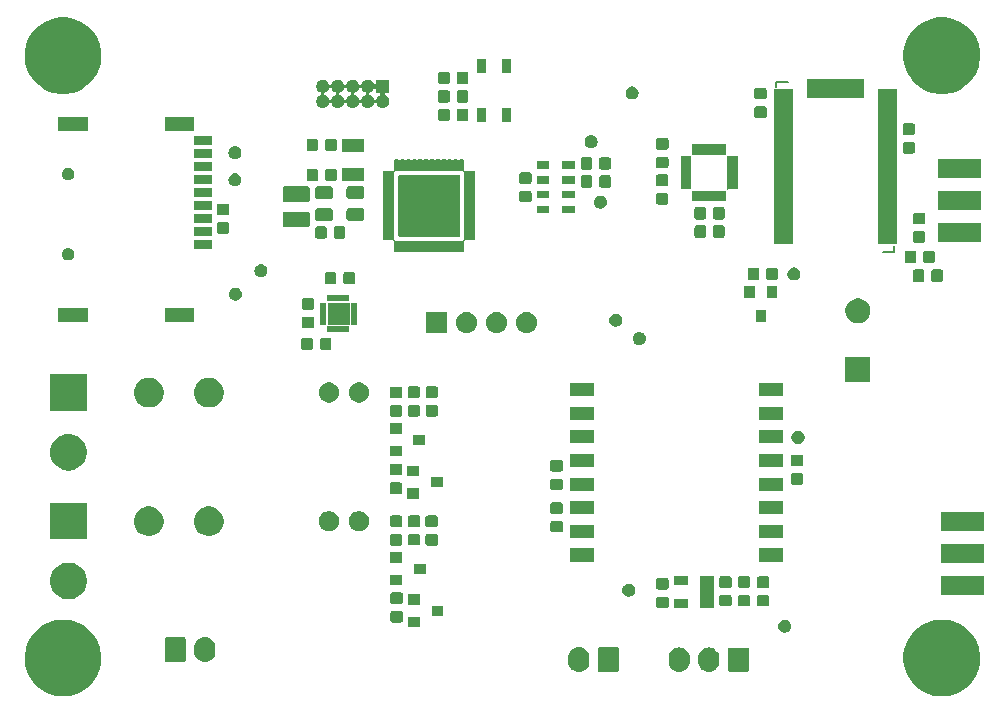
<source format=gts>
G04 #@! TF.GenerationSoftware,KiCad,Pcbnew,(5.1.4)-1*
G04 #@! TF.CreationDate,2022-02-20T14:42:12-05:00*
G04 #@! TF.ProjectId,Recovery PCB,5265636f-7665-4727-9920-5043422e6b69,rev?*
G04 #@! TF.SameCoordinates,Original*
G04 #@! TF.FileFunction,Soldermask,Top*
G04 #@! TF.FilePolarity,Negative*
%FSLAX46Y46*%
G04 Gerber Fmt 4.6, Leading zero omitted, Abs format (unit mm)*
G04 Created by KiCad (PCBNEW (5.1.4)-1) date 2022-02-20 14:42:12*
%MOMM*%
%LPD*%
G04 APERTURE LIST*
%ADD10C,0.200000*%
%ADD11C,0.010000*%
%ADD12C,0.100000*%
G04 APERTURE END LIST*
D10*
X166990000Y-87120000D02*
X165990000Y-87120000D01*
X166990000Y-86620000D02*
X166990000Y-87120000D01*
X156990000Y-72720000D02*
X157990000Y-72720000D01*
X156990000Y-73120000D02*
X156990000Y-72720000D01*
D11*
G36*
X119011000Y-91440569D02*
G01*
X120811000Y-91440569D01*
X120811000Y-93240569D01*
X119011000Y-93240569D01*
X119011000Y-91440569D01*
G37*
X119011000Y-91440569D02*
X120811000Y-91440569D01*
X120811000Y-93240569D01*
X119011000Y-93240569D01*
X119011000Y-91440569D01*
D12*
G36*
X171573579Y-118299401D02*
G01*
X171948282Y-118373934D01*
X172539926Y-118619001D01*
X172829523Y-118812504D01*
X173051346Y-118960721D01*
X173072392Y-118974784D01*
X173525216Y-119427608D01*
X173880999Y-119960074D01*
X174126066Y-120551718D01*
X174174836Y-120796903D01*
X174251000Y-121179803D01*
X174251000Y-121820197D01*
X174221873Y-121966626D01*
X174126066Y-122448282D01*
X173880999Y-123039926D01*
X173525216Y-123572392D01*
X173072392Y-124025216D01*
X172539926Y-124380999D01*
X171948282Y-124626066D01*
X171634239Y-124688533D01*
X171320197Y-124751000D01*
X170679803Y-124751000D01*
X170365761Y-124688533D01*
X170051718Y-124626066D01*
X169460074Y-124380999D01*
X168927608Y-124025216D01*
X168474784Y-123572392D01*
X168119001Y-123039926D01*
X167873934Y-122448282D01*
X167778127Y-121966626D01*
X167749000Y-121820197D01*
X167749000Y-121179803D01*
X167825164Y-120796903D01*
X167873934Y-120551718D01*
X168119001Y-119960074D01*
X168474784Y-119427608D01*
X168927608Y-118974784D01*
X168948655Y-118960721D01*
X169170477Y-118812504D01*
X169460074Y-118619001D01*
X170051718Y-118373934D01*
X170426421Y-118299401D01*
X170679803Y-118249000D01*
X171320197Y-118249000D01*
X171573579Y-118299401D01*
X171573579Y-118299401D01*
G37*
G36*
X97173579Y-118299401D02*
G01*
X97548282Y-118373934D01*
X98139926Y-118619001D01*
X98429523Y-118812504D01*
X98651346Y-118960721D01*
X98672392Y-118974784D01*
X99125216Y-119427608D01*
X99480999Y-119960074D01*
X99726066Y-120551718D01*
X99774836Y-120796903D01*
X99851000Y-121179803D01*
X99851000Y-121820197D01*
X99821873Y-121966626D01*
X99726066Y-122448282D01*
X99480999Y-123039926D01*
X99125216Y-123572392D01*
X98672392Y-124025216D01*
X98139926Y-124380999D01*
X97548282Y-124626066D01*
X97234239Y-124688533D01*
X96920197Y-124751000D01*
X96279803Y-124751000D01*
X95965761Y-124688533D01*
X95651718Y-124626066D01*
X95060074Y-124380999D01*
X94527608Y-124025216D01*
X94074784Y-123572392D01*
X93719001Y-123039926D01*
X93473934Y-122448282D01*
X93378127Y-121966626D01*
X93349000Y-121820197D01*
X93349000Y-121179803D01*
X93425164Y-120796903D01*
X93473934Y-120551718D01*
X93719001Y-119960074D01*
X94074784Y-119427608D01*
X94527608Y-118974784D01*
X94548655Y-118960721D01*
X94770477Y-118812504D01*
X95060074Y-118619001D01*
X95651718Y-118373934D01*
X96026421Y-118299401D01*
X96279803Y-118249000D01*
X96920197Y-118249000D01*
X97173579Y-118299401D01*
X97173579Y-118299401D01*
G37*
G36*
X140446627Y-120602037D02*
G01*
X140616466Y-120653557D01*
X140772991Y-120737222D01*
X140796359Y-120756400D01*
X140910186Y-120849814D01*
X140993448Y-120951271D01*
X141022778Y-120987009D01*
X141106443Y-121143534D01*
X141157963Y-121313374D01*
X141157963Y-121313376D01*
X141171000Y-121445741D01*
X141171000Y-121834260D01*
X141170635Y-121837963D01*
X141157963Y-121966627D01*
X141106443Y-122136466D01*
X141022778Y-122292991D01*
X140993448Y-122328729D01*
X140910186Y-122430186D01*
X140772989Y-122542779D01*
X140640120Y-122613799D01*
X140616465Y-122626443D01*
X140446626Y-122677963D01*
X140270000Y-122695359D01*
X140093373Y-122677963D01*
X139923534Y-122626443D01*
X139767009Y-122542778D01*
X139717822Y-122502411D01*
X139629814Y-122430186D01*
X139517221Y-122292989D01*
X139433558Y-122136467D01*
X139433557Y-122136465D01*
X139382037Y-121966626D01*
X139370256Y-121847011D01*
X139369000Y-121834259D01*
X139369000Y-121445740D01*
X139376613Y-121368448D01*
X139382037Y-121313373D01*
X139433557Y-121143534D01*
X139517222Y-120987009D01*
X139629815Y-120849815D01*
X139767010Y-120737222D01*
X139923535Y-120653557D01*
X140093374Y-120602037D01*
X140270000Y-120584641D01*
X140446627Y-120602037D01*
X140446627Y-120602037D01*
G37*
G36*
X143528600Y-120592989D02*
G01*
X143561652Y-120603015D01*
X143592103Y-120619292D01*
X143618799Y-120641201D01*
X143640708Y-120667897D01*
X143656985Y-120698348D01*
X143667011Y-120731400D01*
X143671000Y-120771903D01*
X143671000Y-122508097D01*
X143667011Y-122548600D01*
X143656985Y-122581652D01*
X143640708Y-122612103D01*
X143618799Y-122638799D01*
X143592103Y-122660708D01*
X143561652Y-122676985D01*
X143528600Y-122687011D01*
X143488097Y-122691000D01*
X142051903Y-122691000D01*
X142011400Y-122687011D01*
X141978348Y-122676985D01*
X141947897Y-122660708D01*
X141921201Y-122638799D01*
X141899292Y-122612103D01*
X141883015Y-122581652D01*
X141872989Y-122548600D01*
X141869000Y-122508097D01*
X141869000Y-120771903D01*
X141872989Y-120731400D01*
X141883015Y-120698348D01*
X141899292Y-120667897D01*
X141921201Y-120641201D01*
X141947897Y-120619292D01*
X141978348Y-120603015D01*
X142011400Y-120592989D01*
X142051903Y-120589000D01*
X143488097Y-120589000D01*
X143528600Y-120592989D01*
X143528600Y-120592989D01*
G37*
G36*
X151446627Y-120627037D02*
G01*
X151616466Y-120678557D01*
X151772991Y-120762222D01*
X151808729Y-120791552D01*
X151910186Y-120874814D01*
X151993448Y-120976271D01*
X152022778Y-121012009D01*
X152106443Y-121168534D01*
X152157963Y-121338374D01*
X152157963Y-121338376D01*
X152169252Y-121452989D01*
X152171000Y-121470743D01*
X152171000Y-121809258D01*
X152157963Y-121941627D01*
X152106443Y-122111466D01*
X152022778Y-122267991D01*
X152002262Y-122292990D01*
X151910186Y-122405186D01*
X151772989Y-122517779D01*
X151616467Y-122601442D01*
X151616465Y-122601443D01*
X151446626Y-122652963D01*
X151270000Y-122670359D01*
X151093373Y-122652963D01*
X150923534Y-122601443D01*
X150767009Y-122517778D01*
X150718173Y-122477699D01*
X150629814Y-122405186D01*
X150517221Y-122267989D01*
X150433558Y-122111467D01*
X150433557Y-122111465D01*
X150382037Y-121941626D01*
X150371731Y-121836985D01*
X150369000Y-121809259D01*
X150369000Y-121470740D01*
X150382037Y-121338375D01*
X150382037Y-121338373D01*
X150433557Y-121168534D01*
X150443632Y-121149686D01*
X150517221Y-121012011D01*
X150517222Y-121012009D01*
X150629815Y-120874815D01*
X150767010Y-120762222D01*
X150923535Y-120678557D01*
X151093374Y-120627037D01*
X151270000Y-120609641D01*
X151446627Y-120627037D01*
X151446627Y-120627037D01*
G37*
G36*
X148946627Y-120627037D02*
G01*
X149116466Y-120678557D01*
X149272991Y-120762222D01*
X149308729Y-120791552D01*
X149410186Y-120874814D01*
X149493448Y-120976271D01*
X149522778Y-121012009D01*
X149606443Y-121168534D01*
X149657963Y-121338374D01*
X149657963Y-121338376D01*
X149669252Y-121452989D01*
X149671000Y-121470743D01*
X149671000Y-121809258D01*
X149657963Y-121941627D01*
X149606443Y-122111466D01*
X149522778Y-122267991D01*
X149502262Y-122292990D01*
X149410186Y-122405186D01*
X149272989Y-122517779D01*
X149116467Y-122601442D01*
X149116465Y-122601443D01*
X148946626Y-122652963D01*
X148770000Y-122670359D01*
X148593373Y-122652963D01*
X148423534Y-122601443D01*
X148267009Y-122517778D01*
X148218173Y-122477699D01*
X148129814Y-122405186D01*
X148017221Y-122267989D01*
X147933558Y-122111467D01*
X147933557Y-122111465D01*
X147882037Y-121941626D01*
X147871731Y-121836985D01*
X147869000Y-121809259D01*
X147869000Y-121470740D01*
X147882037Y-121338375D01*
X147882037Y-121338373D01*
X147933557Y-121168534D01*
X147943632Y-121149686D01*
X148017221Y-121012011D01*
X148017222Y-121012009D01*
X148129815Y-120874815D01*
X148267010Y-120762222D01*
X148423535Y-120678557D01*
X148593374Y-120627037D01*
X148770000Y-120609641D01*
X148946627Y-120627037D01*
X148946627Y-120627037D01*
G37*
G36*
X154528600Y-120617989D02*
G01*
X154561652Y-120628015D01*
X154592103Y-120644292D01*
X154618799Y-120666201D01*
X154640708Y-120692897D01*
X154656985Y-120723348D01*
X154667011Y-120756400D01*
X154671000Y-120796903D01*
X154671000Y-122483097D01*
X154667011Y-122523600D01*
X154656985Y-122556652D01*
X154640708Y-122587103D01*
X154618799Y-122613799D01*
X154592103Y-122635708D01*
X154561652Y-122651985D01*
X154528600Y-122662011D01*
X154488097Y-122666000D01*
X153051903Y-122666000D01*
X153011400Y-122662011D01*
X152978348Y-122651985D01*
X152947897Y-122635708D01*
X152921201Y-122613799D01*
X152899292Y-122587103D01*
X152883015Y-122556652D01*
X152872989Y-122523600D01*
X152869000Y-122483097D01*
X152869000Y-120796903D01*
X152872989Y-120756400D01*
X152883015Y-120723348D01*
X152899292Y-120692897D01*
X152921201Y-120666201D01*
X152947897Y-120644292D01*
X152978348Y-120628015D01*
X153011400Y-120617989D01*
X153051903Y-120614000D01*
X154488097Y-120614000D01*
X154528600Y-120617989D01*
X154528600Y-120617989D01*
G37*
G36*
X108776626Y-119762037D02*
G01*
X108946465Y-119813557D01*
X108946467Y-119813558D01*
X109102989Y-119897221D01*
X109240186Y-120009814D01*
X109306353Y-120090440D01*
X109352778Y-120147009D01*
X109436443Y-120303534D01*
X109487963Y-120473373D01*
X109487963Y-120473375D01*
X109501000Y-120605740D01*
X109501000Y-120994259D01*
X109495608Y-121049000D01*
X109487963Y-121126626D01*
X109436443Y-121296466D01*
X109352778Y-121452991D01*
X109338211Y-121470741D01*
X109240186Y-121590186D01*
X109145250Y-121668097D01*
X109102991Y-121702778D01*
X108946466Y-121786443D01*
X108776627Y-121837963D01*
X108600000Y-121855359D01*
X108423374Y-121837963D01*
X108253535Y-121786443D01*
X108097010Y-121702778D01*
X107959815Y-121590185D01*
X107847222Y-121452991D01*
X107763557Y-121296466D01*
X107712037Y-121126627D01*
X107705519Y-121060443D01*
X107699000Y-120994260D01*
X107699000Y-120605741D01*
X107712037Y-120473376D01*
X107712037Y-120473374D01*
X107763557Y-120303535D01*
X107847222Y-120147010D01*
X107847223Y-120147009D01*
X107959814Y-120009814D01*
X108061271Y-119926552D01*
X108097009Y-119897222D01*
X108253534Y-119813557D01*
X108423373Y-119762037D01*
X108600000Y-119744641D01*
X108776626Y-119762037D01*
X108776626Y-119762037D01*
G37*
G36*
X106858600Y-119752989D02*
G01*
X106891652Y-119763015D01*
X106922103Y-119779292D01*
X106948799Y-119801201D01*
X106970708Y-119827897D01*
X106986985Y-119858348D01*
X106997011Y-119891400D01*
X107001000Y-119931903D01*
X107001000Y-121668097D01*
X106997011Y-121708600D01*
X106986985Y-121741652D01*
X106970708Y-121772103D01*
X106948799Y-121798799D01*
X106922103Y-121820708D01*
X106891652Y-121836985D01*
X106858600Y-121847011D01*
X106818097Y-121851000D01*
X105381903Y-121851000D01*
X105341400Y-121847011D01*
X105308348Y-121836985D01*
X105277897Y-121820708D01*
X105251201Y-121798799D01*
X105229292Y-121772103D01*
X105213015Y-121741652D01*
X105202989Y-121708600D01*
X105199000Y-121668097D01*
X105199000Y-119931903D01*
X105202989Y-119891400D01*
X105213015Y-119858348D01*
X105229292Y-119827897D01*
X105251201Y-119801201D01*
X105277897Y-119779292D01*
X105308348Y-119763015D01*
X105341400Y-119752989D01*
X105381903Y-119749000D01*
X106818097Y-119749000D01*
X106858600Y-119752989D01*
X106858600Y-119752989D01*
G37*
G36*
X157860721Y-118270174D02*
G01*
X157960995Y-118311709D01*
X157960996Y-118311710D01*
X158051242Y-118372010D01*
X158127990Y-118448758D01*
X158127991Y-118448760D01*
X158188291Y-118539005D01*
X158229826Y-118639279D01*
X158251000Y-118745730D01*
X158251000Y-118854270D01*
X158229826Y-118960721D01*
X158188291Y-119060995D01*
X158188290Y-119060996D01*
X158127990Y-119151242D01*
X158051242Y-119227990D01*
X158045911Y-119231552D01*
X157960995Y-119288291D01*
X157860721Y-119329826D01*
X157754270Y-119351000D01*
X157645730Y-119351000D01*
X157539279Y-119329826D01*
X157439005Y-119288291D01*
X157354089Y-119231552D01*
X157348758Y-119227990D01*
X157272010Y-119151242D01*
X157211710Y-119060996D01*
X157211709Y-119060995D01*
X157170174Y-118960721D01*
X157149000Y-118854270D01*
X157149000Y-118745730D01*
X157170174Y-118639279D01*
X157211709Y-118539005D01*
X157272009Y-118448760D01*
X157272010Y-118448758D01*
X157348758Y-118372010D01*
X157439004Y-118311710D01*
X157439005Y-118311709D01*
X157539279Y-118270174D01*
X157645730Y-118249000D01*
X157754270Y-118249000D01*
X157860721Y-118270174D01*
X157860721Y-118270174D01*
G37*
G36*
X126811000Y-118911000D02*
G01*
X125809000Y-118911000D01*
X125809000Y-118009000D01*
X126811000Y-118009000D01*
X126811000Y-118911000D01*
X126811000Y-118911000D01*
G37*
G36*
X125229591Y-117523085D02*
G01*
X125263569Y-117533393D01*
X125294890Y-117550134D01*
X125322339Y-117572661D01*
X125344866Y-117600110D01*
X125361607Y-117631431D01*
X125371915Y-117665409D01*
X125376000Y-117706890D01*
X125376000Y-118308110D01*
X125371915Y-118349591D01*
X125361607Y-118383569D01*
X125344866Y-118414890D01*
X125322339Y-118442339D01*
X125294890Y-118464866D01*
X125263569Y-118481607D01*
X125229591Y-118491915D01*
X125188110Y-118496000D01*
X124511890Y-118496000D01*
X124470409Y-118491915D01*
X124436431Y-118481607D01*
X124405110Y-118464866D01*
X124377661Y-118442339D01*
X124355134Y-118414890D01*
X124338393Y-118383569D01*
X124328085Y-118349591D01*
X124324000Y-118308110D01*
X124324000Y-117706890D01*
X124328085Y-117665409D01*
X124338393Y-117631431D01*
X124355134Y-117600110D01*
X124377661Y-117572661D01*
X124405110Y-117550134D01*
X124436431Y-117533393D01*
X124470409Y-117523085D01*
X124511890Y-117519000D01*
X125188110Y-117519000D01*
X125229591Y-117523085D01*
X125229591Y-117523085D01*
G37*
G36*
X128811000Y-117961000D02*
G01*
X127809000Y-117961000D01*
X127809000Y-117059000D01*
X128811000Y-117059000D01*
X128811000Y-117961000D01*
X128811000Y-117961000D01*
G37*
G36*
X147729591Y-116303085D02*
G01*
X147763569Y-116313393D01*
X147794890Y-116330134D01*
X147822339Y-116352661D01*
X147844866Y-116380110D01*
X147861607Y-116411431D01*
X147871915Y-116445409D01*
X147876000Y-116486890D01*
X147876000Y-117088110D01*
X147871915Y-117129591D01*
X147861607Y-117163569D01*
X147844866Y-117194890D01*
X147822339Y-117222339D01*
X147794890Y-117244866D01*
X147763569Y-117261607D01*
X147729591Y-117271915D01*
X147688110Y-117276000D01*
X147011890Y-117276000D01*
X146970409Y-117271915D01*
X146936431Y-117261607D01*
X146905110Y-117244866D01*
X146877661Y-117222339D01*
X146855134Y-117194890D01*
X146838393Y-117163569D01*
X146828085Y-117129591D01*
X146824000Y-117088110D01*
X146824000Y-116486890D01*
X146828085Y-116445409D01*
X146838393Y-116411431D01*
X146855134Y-116380110D01*
X146877661Y-116352661D01*
X146905110Y-116330134D01*
X146936431Y-116313393D01*
X146970409Y-116303085D01*
X147011890Y-116299000D01*
X147688110Y-116299000D01*
X147729591Y-116303085D01*
X147729591Y-116303085D01*
G37*
G36*
X149481000Y-117226000D02*
G01*
X148319000Y-117226000D01*
X148319000Y-116474000D01*
X149481000Y-116474000D01*
X149481000Y-117226000D01*
X149481000Y-117226000D01*
G37*
G36*
X151681000Y-117226000D02*
G01*
X150519000Y-117226000D01*
X150519000Y-114574000D01*
X151681000Y-114574000D01*
X151681000Y-117226000D01*
X151681000Y-117226000D01*
G37*
G36*
X156249591Y-116165585D02*
G01*
X156283569Y-116175893D01*
X156314890Y-116192634D01*
X156342339Y-116215161D01*
X156364866Y-116242610D01*
X156381607Y-116273931D01*
X156391915Y-116307909D01*
X156396000Y-116349390D01*
X156396000Y-116950610D01*
X156391915Y-116992091D01*
X156381607Y-117026069D01*
X156364866Y-117057390D01*
X156342339Y-117084839D01*
X156314890Y-117107366D01*
X156283569Y-117124107D01*
X156249591Y-117134415D01*
X156208110Y-117138500D01*
X155531890Y-117138500D01*
X155490409Y-117134415D01*
X155456431Y-117124107D01*
X155425110Y-117107366D01*
X155397661Y-117084839D01*
X155375134Y-117057390D01*
X155358393Y-117026069D01*
X155348085Y-116992091D01*
X155344000Y-116950610D01*
X155344000Y-116349390D01*
X155348085Y-116307909D01*
X155358393Y-116273931D01*
X155375134Y-116242610D01*
X155397661Y-116215161D01*
X155425110Y-116192634D01*
X155456431Y-116175893D01*
X155490409Y-116165585D01*
X155531890Y-116161500D01*
X156208110Y-116161500D01*
X156249591Y-116165585D01*
X156249591Y-116165585D01*
G37*
G36*
X153059591Y-116163085D02*
G01*
X153093569Y-116173393D01*
X153124890Y-116190134D01*
X153152339Y-116212661D01*
X153174866Y-116240110D01*
X153191607Y-116271431D01*
X153201915Y-116305409D01*
X153206000Y-116346890D01*
X153206000Y-116948110D01*
X153201915Y-116989591D01*
X153191607Y-117023569D01*
X153174866Y-117054890D01*
X153152339Y-117082339D01*
X153124890Y-117104866D01*
X153093569Y-117121607D01*
X153059591Y-117131915D01*
X153018110Y-117136000D01*
X152341890Y-117136000D01*
X152300409Y-117131915D01*
X152266431Y-117121607D01*
X152235110Y-117104866D01*
X152207661Y-117082339D01*
X152185134Y-117054890D01*
X152168393Y-117023569D01*
X152158085Y-116989591D01*
X152154000Y-116948110D01*
X152154000Y-116346890D01*
X152158085Y-116305409D01*
X152168393Y-116271431D01*
X152185134Y-116240110D01*
X152207661Y-116212661D01*
X152235110Y-116190134D01*
X152266431Y-116173393D01*
X152300409Y-116163085D01*
X152341890Y-116159000D01*
X153018110Y-116159000D01*
X153059591Y-116163085D01*
X153059591Y-116163085D01*
G37*
G36*
X154639591Y-116160585D02*
G01*
X154673569Y-116170893D01*
X154704890Y-116187634D01*
X154732339Y-116210161D01*
X154754866Y-116237610D01*
X154771607Y-116268931D01*
X154781915Y-116302909D01*
X154786000Y-116344390D01*
X154786000Y-116945610D01*
X154781915Y-116987091D01*
X154771607Y-117021069D01*
X154754866Y-117052390D01*
X154732339Y-117079839D01*
X154704890Y-117102366D01*
X154673569Y-117119107D01*
X154639591Y-117129415D01*
X154598110Y-117133500D01*
X153921890Y-117133500D01*
X153880409Y-117129415D01*
X153846431Y-117119107D01*
X153815110Y-117102366D01*
X153787661Y-117079839D01*
X153765134Y-117052390D01*
X153748393Y-117021069D01*
X153738085Y-116987091D01*
X153734000Y-116945610D01*
X153734000Y-116344390D01*
X153738085Y-116302909D01*
X153748393Y-116268931D01*
X153765134Y-116237610D01*
X153787661Y-116210161D01*
X153815110Y-116187634D01*
X153846431Y-116170893D01*
X153880409Y-116160585D01*
X153921890Y-116156500D01*
X154598110Y-116156500D01*
X154639591Y-116160585D01*
X154639591Y-116160585D01*
G37*
G36*
X126811000Y-117011000D02*
G01*
X125809000Y-117011000D01*
X125809000Y-116109000D01*
X126811000Y-116109000D01*
X126811000Y-117011000D01*
X126811000Y-117011000D01*
G37*
G36*
X125229591Y-115948085D02*
G01*
X125263569Y-115958393D01*
X125294890Y-115975134D01*
X125322339Y-115997661D01*
X125344866Y-116025110D01*
X125361607Y-116056431D01*
X125371915Y-116090409D01*
X125376000Y-116131890D01*
X125376000Y-116733110D01*
X125371915Y-116774591D01*
X125361607Y-116808569D01*
X125344866Y-116839890D01*
X125322339Y-116867339D01*
X125294890Y-116889866D01*
X125263569Y-116906607D01*
X125229591Y-116916915D01*
X125188110Y-116921000D01*
X124511890Y-116921000D01*
X124470409Y-116916915D01*
X124436431Y-116906607D01*
X124405110Y-116889866D01*
X124377661Y-116867339D01*
X124355134Y-116839890D01*
X124338393Y-116808569D01*
X124328085Y-116774591D01*
X124324000Y-116733110D01*
X124324000Y-116131890D01*
X124328085Y-116090409D01*
X124338393Y-116056431D01*
X124355134Y-116025110D01*
X124377661Y-115997661D01*
X124405110Y-115975134D01*
X124436431Y-115958393D01*
X124470409Y-115948085D01*
X124511890Y-115944000D01*
X125188110Y-115944000D01*
X125229591Y-115948085D01*
X125229591Y-115948085D01*
G37*
G36*
X97352585Y-113458802D02*
G01*
X97502410Y-113488604D01*
X97784674Y-113605521D01*
X98038705Y-113775259D01*
X98254741Y-113991295D01*
X98424479Y-114245326D01*
X98541396Y-114527590D01*
X98559307Y-114617634D01*
X98601000Y-114827239D01*
X98601000Y-115132761D01*
X98575350Y-115261710D01*
X98541396Y-115432410D01*
X98424479Y-115714674D01*
X98254741Y-115968705D01*
X98038705Y-116184741D01*
X97784674Y-116354479D01*
X97502410Y-116471396D01*
X97424516Y-116486890D01*
X97202761Y-116531000D01*
X96897239Y-116531000D01*
X96675484Y-116486890D01*
X96597590Y-116471396D01*
X96315326Y-116354479D01*
X96061295Y-116184741D01*
X95845259Y-115968705D01*
X95675521Y-115714674D01*
X95558604Y-115432410D01*
X95524650Y-115261710D01*
X95499000Y-115132761D01*
X95499000Y-114827239D01*
X95540693Y-114617634D01*
X95558604Y-114527590D01*
X95675521Y-114245326D01*
X95845259Y-113991295D01*
X96061295Y-113775259D01*
X96315326Y-113605521D01*
X96597590Y-113488604D01*
X96747415Y-113458802D01*
X96897239Y-113429000D01*
X97202761Y-113429000D01*
X97352585Y-113458802D01*
X97352585Y-113458802D01*
G37*
G36*
X144660721Y-115220174D02*
G01*
X144760995Y-115261709D01*
X144760996Y-115261710D01*
X144851242Y-115322010D01*
X144927990Y-115398758D01*
X144950475Y-115432409D01*
X144988291Y-115489005D01*
X145029826Y-115589279D01*
X145051000Y-115695730D01*
X145051000Y-115804270D01*
X145029826Y-115910721D01*
X144988291Y-116010995D01*
X144960523Y-116052552D01*
X144927990Y-116101242D01*
X144851242Y-116177990D01*
X144818056Y-116200164D01*
X144760995Y-116238291D01*
X144660721Y-116279826D01*
X144554270Y-116301000D01*
X144445730Y-116301000D01*
X144339279Y-116279826D01*
X144239005Y-116238291D01*
X144181944Y-116200164D01*
X144148758Y-116177990D01*
X144072010Y-116101242D01*
X144039477Y-116052552D01*
X144011709Y-116010995D01*
X143970174Y-115910721D01*
X143949000Y-115804270D01*
X143949000Y-115695730D01*
X143970174Y-115589279D01*
X144011709Y-115489005D01*
X144049525Y-115432409D01*
X144072010Y-115398758D01*
X144148758Y-115322010D01*
X144239004Y-115261710D01*
X144239005Y-115261709D01*
X144339279Y-115220174D01*
X144445730Y-115199000D01*
X144554270Y-115199000D01*
X144660721Y-115220174D01*
X144660721Y-115220174D01*
G37*
G36*
X174541000Y-116181000D02*
G01*
X170939000Y-116181000D01*
X170939000Y-114579000D01*
X174541000Y-114579000D01*
X174541000Y-116181000D01*
X174541000Y-116181000D01*
G37*
G36*
X147729591Y-114728085D02*
G01*
X147763569Y-114738393D01*
X147794890Y-114755134D01*
X147822339Y-114777661D01*
X147844866Y-114805110D01*
X147861607Y-114836431D01*
X147871915Y-114870409D01*
X147876000Y-114911890D01*
X147876000Y-115513110D01*
X147871915Y-115554591D01*
X147861607Y-115588569D01*
X147844866Y-115619890D01*
X147822339Y-115647339D01*
X147794890Y-115669866D01*
X147763569Y-115686607D01*
X147729591Y-115696915D01*
X147688110Y-115701000D01*
X147011890Y-115701000D01*
X146970409Y-115696915D01*
X146936431Y-115686607D01*
X146905110Y-115669866D01*
X146877661Y-115647339D01*
X146855134Y-115619890D01*
X146838393Y-115588569D01*
X146828085Y-115554591D01*
X146824000Y-115513110D01*
X146824000Y-114911890D01*
X146828085Y-114870409D01*
X146838393Y-114836431D01*
X146855134Y-114805110D01*
X146877661Y-114777661D01*
X146905110Y-114755134D01*
X146936431Y-114738393D01*
X146970409Y-114728085D01*
X147011890Y-114724000D01*
X147688110Y-114724000D01*
X147729591Y-114728085D01*
X147729591Y-114728085D01*
G37*
G36*
X156249591Y-114590585D02*
G01*
X156283569Y-114600893D01*
X156314890Y-114617634D01*
X156342339Y-114640161D01*
X156364866Y-114667610D01*
X156381607Y-114698931D01*
X156391915Y-114732909D01*
X156396000Y-114774390D01*
X156396000Y-115375610D01*
X156391915Y-115417091D01*
X156381607Y-115451069D01*
X156364866Y-115482390D01*
X156342339Y-115509839D01*
X156314890Y-115532366D01*
X156283569Y-115549107D01*
X156249591Y-115559415D01*
X156208110Y-115563500D01*
X155531890Y-115563500D01*
X155490409Y-115559415D01*
X155456431Y-115549107D01*
X155425110Y-115532366D01*
X155397661Y-115509839D01*
X155375134Y-115482390D01*
X155358393Y-115451069D01*
X155348085Y-115417091D01*
X155344000Y-115375610D01*
X155344000Y-114774390D01*
X155348085Y-114732909D01*
X155358393Y-114698931D01*
X155375134Y-114667610D01*
X155397661Y-114640161D01*
X155425110Y-114617634D01*
X155456431Y-114600893D01*
X155490409Y-114590585D01*
X155531890Y-114586500D01*
X156208110Y-114586500D01*
X156249591Y-114590585D01*
X156249591Y-114590585D01*
G37*
G36*
X153059591Y-114588085D02*
G01*
X153093569Y-114598393D01*
X153124890Y-114615134D01*
X153152339Y-114637661D01*
X153174866Y-114665110D01*
X153191607Y-114696431D01*
X153201915Y-114730409D01*
X153206000Y-114771890D01*
X153206000Y-115373110D01*
X153201915Y-115414591D01*
X153191607Y-115448569D01*
X153174866Y-115479890D01*
X153152339Y-115507339D01*
X153124890Y-115529866D01*
X153093569Y-115546607D01*
X153059591Y-115556915D01*
X153018110Y-115561000D01*
X152341890Y-115561000D01*
X152300409Y-115556915D01*
X152266431Y-115546607D01*
X152235110Y-115529866D01*
X152207661Y-115507339D01*
X152185134Y-115479890D01*
X152168393Y-115448569D01*
X152158085Y-115414591D01*
X152154000Y-115373110D01*
X152154000Y-114771890D01*
X152158085Y-114730409D01*
X152168393Y-114696431D01*
X152185134Y-114665110D01*
X152207661Y-114637661D01*
X152235110Y-114615134D01*
X152266431Y-114598393D01*
X152300409Y-114588085D01*
X152341890Y-114584000D01*
X153018110Y-114584000D01*
X153059591Y-114588085D01*
X153059591Y-114588085D01*
G37*
G36*
X154639591Y-114585585D02*
G01*
X154673569Y-114595893D01*
X154704890Y-114612634D01*
X154732339Y-114635161D01*
X154754866Y-114662610D01*
X154771607Y-114693931D01*
X154781915Y-114727909D01*
X154786000Y-114769390D01*
X154786000Y-115370610D01*
X154781915Y-115412091D01*
X154771607Y-115446069D01*
X154754866Y-115477390D01*
X154732339Y-115504839D01*
X154704890Y-115527366D01*
X154673569Y-115544107D01*
X154639591Y-115554415D01*
X154598110Y-115558500D01*
X153921890Y-115558500D01*
X153880409Y-115554415D01*
X153846431Y-115544107D01*
X153815110Y-115527366D01*
X153787661Y-115504839D01*
X153765134Y-115477390D01*
X153748393Y-115446069D01*
X153738085Y-115412091D01*
X153734000Y-115370610D01*
X153734000Y-114769390D01*
X153738085Y-114727909D01*
X153748393Y-114693931D01*
X153765134Y-114662610D01*
X153787661Y-114635161D01*
X153815110Y-114612634D01*
X153846431Y-114595893D01*
X153880409Y-114585585D01*
X153921890Y-114581500D01*
X154598110Y-114581500D01*
X154639591Y-114585585D01*
X154639591Y-114585585D01*
G37*
G36*
X125311000Y-115361000D02*
G01*
X124309000Y-115361000D01*
X124309000Y-114459000D01*
X125311000Y-114459000D01*
X125311000Y-115361000D01*
X125311000Y-115361000D01*
G37*
G36*
X149481000Y-115326000D02*
G01*
X148319000Y-115326000D01*
X148319000Y-114574000D01*
X149481000Y-114574000D01*
X149481000Y-115326000D01*
X149481000Y-115326000D01*
G37*
G36*
X127311000Y-114411000D02*
G01*
X126309000Y-114411000D01*
X126309000Y-113509000D01*
X127311000Y-113509000D01*
X127311000Y-114411000D01*
X127311000Y-114411000D01*
G37*
G36*
X174541000Y-113481000D02*
G01*
X170939000Y-113481000D01*
X170939000Y-111879000D01*
X174541000Y-111879000D01*
X174541000Y-113481000D01*
X174541000Y-113481000D01*
G37*
G36*
X125311000Y-113461000D02*
G01*
X124309000Y-113461000D01*
X124309000Y-112559000D01*
X125311000Y-112559000D01*
X125311000Y-113461000D01*
X125311000Y-113461000D01*
G37*
G36*
X141591000Y-113331000D02*
G01*
X139489000Y-113331000D01*
X139489000Y-112229000D01*
X141591000Y-112229000D01*
X141591000Y-113331000D01*
X141591000Y-113331000D01*
G37*
G36*
X157591000Y-113331000D02*
G01*
X155489000Y-113331000D01*
X155489000Y-112229000D01*
X157591000Y-112229000D01*
X157591000Y-113331000D01*
X157591000Y-113331000D01*
G37*
G36*
X128189591Y-111013085D02*
G01*
X128223569Y-111023393D01*
X128254890Y-111040134D01*
X128282339Y-111062661D01*
X128304866Y-111090110D01*
X128321607Y-111121431D01*
X128331915Y-111155409D01*
X128336000Y-111196890D01*
X128336000Y-111798110D01*
X128331915Y-111839591D01*
X128321607Y-111873569D01*
X128304866Y-111904890D01*
X128282339Y-111932339D01*
X128254890Y-111954866D01*
X128223569Y-111971607D01*
X128189591Y-111981915D01*
X128148110Y-111986000D01*
X127471890Y-111986000D01*
X127430409Y-111981915D01*
X127396431Y-111971607D01*
X127365110Y-111954866D01*
X127337661Y-111932339D01*
X127315134Y-111904890D01*
X127298393Y-111873569D01*
X127288085Y-111839591D01*
X127284000Y-111798110D01*
X127284000Y-111196890D01*
X127288085Y-111155409D01*
X127298393Y-111121431D01*
X127315134Y-111090110D01*
X127337661Y-111062661D01*
X127365110Y-111040134D01*
X127396431Y-111023393D01*
X127430409Y-111013085D01*
X127471890Y-111009000D01*
X128148110Y-111009000D01*
X128189591Y-111013085D01*
X128189591Y-111013085D01*
G37*
G36*
X125189591Y-111013085D02*
G01*
X125223569Y-111023393D01*
X125254890Y-111040134D01*
X125282339Y-111062661D01*
X125304866Y-111090110D01*
X125321607Y-111121431D01*
X125331915Y-111155409D01*
X125336000Y-111196890D01*
X125336000Y-111798110D01*
X125331915Y-111839591D01*
X125321607Y-111873569D01*
X125304866Y-111904890D01*
X125282339Y-111932339D01*
X125254890Y-111954866D01*
X125223569Y-111971607D01*
X125189591Y-111981915D01*
X125148110Y-111986000D01*
X124471890Y-111986000D01*
X124430409Y-111981915D01*
X124396431Y-111971607D01*
X124365110Y-111954866D01*
X124337661Y-111932339D01*
X124315134Y-111904890D01*
X124298393Y-111873569D01*
X124288085Y-111839591D01*
X124284000Y-111798110D01*
X124284000Y-111196890D01*
X124288085Y-111155409D01*
X124298393Y-111121431D01*
X124315134Y-111090110D01*
X124337661Y-111062661D01*
X124365110Y-111040134D01*
X124396431Y-111023393D01*
X124430409Y-111013085D01*
X124471890Y-111009000D01*
X125148110Y-111009000D01*
X125189591Y-111013085D01*
X125189591Y-111013085D01*
G37*
G36*
X126699591Y-111000585D02*
G01*
X126733569Y-111010893D01*
X126764890Y-111027634D01*
X126792339Y-111050161D01*
X126814866Y-111077610D01*
X126831607Y-111108931D01*
X126841915Y-111142909D01*
X126846000Y-111184390D01*
X126846000Y-111785610D01*
X126841915Y-111827091D01*
X126831607Y-111861069D01*
X126814866Y-111892390D01*
X126792339Y-111919839D01*
X126764890Y-111942366D01*
X126733569Y-111959107D01*
X126699591Y-111969415D01*
X126658110Y-111973500D01*
X125981890Y-111973500D01*
X125940409Y-111969415D01*
X125906431Y-111959107D01*
X125875110Y-111942366D01*
X125847661Y-111919839D01*
X125825134Y-111892390D01*
X125808393Y-111861069D01*
X125798085Y-111827091D01*
X125794000Y-111785610D01*
X125794000Y-111184390D01*
X125798085Y-111142909D01*
X125808393Y-111108931D01*
X125825134Y-111077610D01*
X125847661Y-111050161D01*
X125875110Y-111027634D01*
X125906431Y-111010893D01*
X125940409Y-111000585D01*
X125981890Y-110996500D01*
X126658110Y-110996500D01*
X126699591Y-111000585D01*
X126699591Y-111000585D01*
G37*
G36*
X98601000Y-111451000D02*
G01*
X95499000Y-111451000D01*
X95499000Y-108349000D01*
X98601000Y-108349000D01*
X98601000Y-111451000D01*
X98601000Y-111451000D01*
G37*
G36*
X157591000Y-111331000D02*
G01*
X155489000Y-111331000D01*
X155489000Y-110229000D01*
X157591000Y-110229000D01*
X157591000Y-111331000D01*
X157591000Y-111331000D01*
G37*
G36*
X141591000Y-111331000D02*
G01*
X139489000Y-111331000D01*
X139489000Y-110229000D01*
X141591000Y-110229000D01*
X141591000Y-111331000D01*
X141591000Y-111331000D01*
G37*
G36*
X104234903Y-108719575D02*
G01*
X104462571Y-108813878D01*
X104667466Y-108950785D01*
X104841715Y-109125034D01*
X104978622Y-109329929D01*
X104978623Y-109329931D01*
X105072925Y-109557597D01*
X105121000Y-109799286D01*
X105121000Y-110045714D01*
X105072925Y-110287403D01*
X105023674Y-110406307D01*
X104978622Y-110515071D01*
X104841715Y-110719966D01*
X104667466Y-110894215D01*
X104462571Y-111031122D01*
X104462570Y-111031123D01*
X104462569Y-111031123D01*
X104234903Y-111125425D01*
X103993214Y-111173500D01*
X103746786Y-111173500D01*
X103505097Y-111125425D01*
X103277431Y-111031123D01*
X103277430Y-111031123D01*
X103277429Y-111031122D01*
X103072534Y-110894215D01*
X102898285Y-110719966D01*
X102761378Y-110515071D01*
X102716327Y-110406307D01*
X102667075Y-110287403D01*
X102619000Y-110045714D01*
X102619000Y-109799286D01*
X102667075Y-109557597D01*
X102761377Y-109329931D01*
X102761378Y-109329929D01*
X102898285Y-109125034D01*
X103072534Y-108950785D01*
X103277429Y-108813878D01*
X103505097Y-108719575D01*
X103746786Y-108671500D01*
X103993214Y-108671500D01*
X104234903Y-108719575D01*
X104234903Y-108719575D01*
G37*
G36*
X109314903Y-108719575D02*
G01*
X109542571Y-108813878D01*
X109747466Y-108950785D01*
X109921715Y-109125034D01*
X110058622Y-109329929D01*
X110058623Y-109329931D01*
X110152925Y-109557597D01*
X110201000Y-109799286D01*
X110201000Y-110045714D01*
X110152925Y-110287403D01*
X110103674Y-110406307D01*
X110058622Y-110515071D01*
X109921715Y-110719966D01*
X109747466Y-110894215D01*
X109542571Y-111031122D01*
X109542570Y-111031123D01*
X109542569Y-111031123D01*
X109314903Y-111125425D01*
X109073214Y-111173500D01*
X108826786Y-111173500D01*
X108585097Y-111125425D01*
X108357431Y-111031123D01*
X108357430Y-111031123D01*
X108357429Y-111031122D01*
X108152534Y-110894215D01*
X107978285Y-110719966D01*
X107841378Y-110515071D01*
X107796327Y-110406307D01*
X107747075Y-110287403D01*
X107699000Y-110045714D01*
X107699000Y-109799286D01*
X107747075Y-109557597D01*
X107841377Y-109329931D01*
X107841378Y-109329929D01*
X107978285Y-109125034D01*
X108152534Y-108950785D01*
X108357429Y-108813878D01*
X108585097Y-108719575D01*
X108826786Y-108671500D01*
X109073214Y-108671500D01*
X109314903Y-108719575D01*
X109314903Y-108719575D01*
G37*
G36*
X138769591Y-109900585D02*
G01*
X138803569Y-109910893D01*
X138834890Y-109927634D01*
X138862339Y-109950161D01*
X138884866Y-109977610D01*
X138901607Y-110008931D01*
X138911915Y-110042909D01*
X138916000Y-110084390D01*
X138916000Y-110685610D01*
X138911915Y-110727091D01*
X138901607Y-110761069D01*
X138884866Y-110792390D01*
X138862339Y-110819839D01*
X138834890Y-110842366D01*
X138803569Y-110859107D01*
X138769591Y-110869415D01*
X138728110Y-110873500D01*
X138051890Y-110873500D01*
X138010409Y-110869415D01*
X137976431Y-110859107D01*
X137945110Y-110842366D01*
X137917661Y-110819839D01*
X137895134Y-110792390D01*
X137878393Y-110761069D01*
X137868085Y-110727091D01*
X137864000Y-110685610D01*
X137864000Y-110084390D01*
X137868085Y-110042909D01*
X137878393Y-110008931D01*
X137895134Y-109977610D01*
X137917661Y-109950161D01*
X137945110Y-109927634D01*
X137976431Y-109910893D01*
X138010409Y-109900585D01*
X138051890Y-109896500D01*
X138728110Y-109896500D01*
X138769591Y-109900585D01*
X138769591Y-109900585D01*
G37*
G36*
X174541000Y-110781000D02*
G01*
X170939000Y-110781000D01*
X170939000Y-109179000D01*
X174541000Y-109179000D01*
X174541000Y-110781000D01*
X174541000Y-110781000D01*
G37*
G36*
X119358228Y-109104203D02*
G01*
X119513100Y-109168353D01*
X119652481Y-109261485D01*
X119771015Y-109380019D01*
X119864147Y-109519400D01*
X119928297Y-109674272D01*
X119961000Y-109838684D01*
X119961000Y-110006316D01*
X119928297Y-110170728D01*
X119864147Y-110325600D01*
X119771015Y-110464981D01*
X119652481Y-110583515D01*
X119513100Y-110676647D01*
X119358228Y-110740797D01*
X119193816Y-110773500D01*
X119026184Y-110773500D01*
X118861772Y-110740797D01*
X118706900Y-110676647D01*
X118567519Y-110583515D01*
X118448985Y-110464981D01*
X118355853Y-110325600D01*
X118291703Y-110170728D01*
X118259000Y-110006316D01*
X118259000Y-109838684D01*
X118291703Y-109674272D01*
X118355853Y-109519400D01*
X118448985Y-109380019D01*
X118567519Y-109261485D01*
X118706900Y-109168353D01*
X118861772Y-109104203D01*
X119026184Y-109071500D01*
X119193816Y-109071500D01*
X119358228Y-109104203D01*
X119358228Y-109104203D01*
G37*
G36*
X121898228Y-109104203D02*
G01*
X122053100Y-109168353D01*
X122192481Y-109261485D01*
X122311015Y-109380019D01*
X122404147Y-109519400D01*
X122468297Y-109674272D01*
X122501000Y-109838684D01*
X122501000Y-110006316D01*
X122468297Y-110170728D01*
X122404147Y-110325600D01*
X122311015Y-110464981D01*
X122192481Y-110583515D01*
X122053100Y-110676647D01*
X121898228Y-110740797D01*
X121733816Y-110773500D01*
X121566184Y-110773500D01*
X121401772Y-110740797D01*
X121246900Y-110676647D01*
X121107519Y-110583515D01*
X120988985Y-110464981D01*
X120895853Y-110325600D01*
X120831703Y-110170728D01*
X120799000Y-110006316D01*
X120799000Y-109838684D01*
X120831703Y-109674272D01*
X120895853Y-109519400D01*
X120988985Y-109380019D01*
X121107519Y-109261485D01*
X121246900Y-109168353D01*
X121401772Y-109104203D01*
X121566184Y-109071500D01*
X121733816Y-109071500D01*
X121898228Y-109104203D01*
X121898228Y-109104203D01*
G37*
G36*
X128189591Y-109438085D02*
G01*
X128223569Y-109448393D01*
X128254890Y-109465134D01*
X128282339Y-109487661D01*
X128304866Y-109515110D01*
X128321607Y-109546431D01*
X128331915Y-109580409D01*
X128336000Y-109621890D01*
X128336000Y-110223110D01*
X128331915Y-110264591D01*
X128321607Y-110298569D01*
X128304866Y-110329890D01*
X128282339Y-110357339D01*
X128254890Y-110379866D01*
X128223569Y-110396607D01*
X128189591Y-110406915D01*
X128148110Y-110411000D01*
X127471890Y-110411000D01*
X127430409Y-110406915D01*
X127396431Y-110396607D01*
X127365110Y-110379866D01*
X127337661Y-110357339D01*
X127315134Y-110329890D01*
X127298393Y-110298569D01*
X127288085Y-110264591D01*
X127284000Y-110223110D01*
X127284000Y-109621890D01*
X127288085Y-109580409D01*
X127298393Y-109546431D01*
X127315134Y-109515110D01*
X127337661Y-109487661D01*
X127365110Y-109465134D01*
X127396431Y-109448393D01*
X127430409Y-109438085D01*
X127471890Y-109434000D01*
X128148110Y-109434000D01*
X128189591Y-109438085D01*
X128189591Y-109438085D01*
G37*
G36*
X125189591Y-109438085D02*
G01*
X125223569Y-109448393D01*
X125254890Y-109465134D01*
X125282339Y-109487661D01*
X125304866Y-109515110D01*
X125321607Y-109546431D01*
X125331915Y-109580409D01*
X125336000Y-109621890D01*
X125336000Y-110223110D01*
X125331915Y-110264591D01*
X125321607Y-110298569D01*
X125304866Y-110329890D01*
X125282339Y-110357339D01*
X125254890Y-110379866D01*
X125223569Y-110396607D01*
X125189591Y-110406915D01*
X125148110Y-110411000D01*
X124471890Y-110411000D01*
X124430409Y-110406915D01*
X124396431Y-110396607D01*
X124365110Y-110379866D01*
X124337661Y-110357339D01*
X124315134Y-110329890D01*
X124298393Y-110298569D01*
X124288085Y-110264591D01*
X124284000Y-110223110D01*
X124284000Y-109621890D01*
X124288085Y-109580409D01*
X124298393Y-109546431D01*
X124315134Y-109515110D01*
X124337661Y-109487661D01*
X124365110Y-109465134D01*
X124396431Y-109448393D01*
X124430409Y-109438085D01*
X124471890Y-109434000D01*
X125148110Y-109434000D01*
X125189591Y-109438085D01*
X125189591Y-109438085D01*
G37*
G36*
X126699591Y-109425585D02*
G01*
X126733569Y-109435893D01*
X126764890Y-109452634D01*
X126792339Y-109475161D01*
X126814866Y-109502610D01*
X126831607Y-109533931D01*
X126841915Y-109567909D01*
X126846000Y-109609390D01*
X126846000Y-110210610D01*
X126841915Y-110252091D01*
X126831607Y-110286069D01*
X126814866Y-110317390D01*
X126792339Y-110344839D01*
X126764890Y-110367366D01*
X126733569Y-110384107D01*
X126699591Y-110394415D01*
X126658110Y-110398500D01*
X125981890Y-110398500D01*
X125940409Y-110394415D01*
X125906431Y-110384107D01*
X125875110Y-110367366D01*
X125847661Y-110344839D01*
X125825134Y-110317390D01*
X125808393Y-110286069D01*
X125798085Y-110252091D01*
X125794000Y-110210610D01*
X125794000Y-109609390D01*
X125798085Y-109567909D01*
X125808393Y-109533931D01*
X125825134Y-109502610D01*
X125847661Y-109475161D01*
X125875110Y-109452634D01*
X125906431Y-109435893D01*
X125940409Y-109425585D01*
X125981890Y-109421500D01*
X126658110Y-109421500D01*
X126699591Y-109425585D01*
X126699591Y-109425585D01*
G37*
G36*
X141591000Y-109331000D02*
G01*
X139489000Y-109331000D01*
X139489000Y-108229000D01*
X141591000Y-108229000D01*
X141591000Y-109331000D01*
X141591000Y-109331000D01*
G37*
G36*
X157591000Y-109331000D02*
G01*
X155489000Y-109331000D01*
X155489000Y-108229000D01*
X157591000Y-108229000D01*
X157591000Y-109331000D01*
X157591000Y-109331000D01*
G37*
G36*
X138769591Y-108325585D02*
G01*
X138803569Y-108335893D01*
X138834890Y-108352634D01*
X138862339Y-108375161D01*
X138884866Y-108402610D01*
X138901607Y-108433931D01*
X138911915Y-108467909D01*
X138916000Y-108509390D01*
X138916000Y-109110610D01*
X138911915Y-109152091D01*
X138901607Y-109186069D01*
X138884866Y-109217390D01*
X138862339Y-109244839D01*
X138834890Y-109267366D01*
X138803569Y-109284107D01*
X138769591Y-109294415D01*
X138728110Y-109298500D01*
X138051890Y-109298500D01*
X138010409Y-109294415D01*
X137976431Y-109284107D01*
X137945110Y-109267366D01*
X137917661Y-109244839D01*
X137895134Y-109217390D01*
X137878393Y-109186069D01*
X137868085Y-109152091D01*
X137864000Y-109110610D01*
X137864000Y-108509390D01*
X137868085Y-108467909D01*
X137878393Y-108433931D01*
X137895134Y-108402610D01*
X137917661Y-108375161D01*
X137945110Y-108352634D01*
X137976431Y-108335893D01*
X138010409Y-108325585D01*
X138051890Y-108321500D01*
X138728110Y-108321500D01*
X138769591Y-108325585D01*
X138769591Y-108325585D01*
G37*
G36*
X126751000Y-108011000D02*
G01*
X125749000Y-108011000D01*
X125749000Y-107109000D01*
X126751000Y-107109000D01*
X126751000Y-108011000D01*
X126751000Y-108011000D01*
G37*
G36*
X125169591Y-106640585D02*
G01*
X125203569Y-106650893D01*
X125234890Y-106667634D01*
X125262339Y-106690161D01*
X125284866Y-106717610D01*
X125301607Y-106748931D01*
X125311915Y-106782909D01*
X125316000Y-106824390D01*
X125316000Y-107425610D01*
X125311915Y-107467091D01*
X125301607Y-107501069D01*
X125284866Y-107532390D01*
X125262339Y-107559839D01*
X125234890Y-107582366D01*
X125203569Y-107599107D01*
X125169591Y-107609415D01*
X125128110Y-107613500D01*
X124451890Y-107613500D01*
X124410409Y-107609415D01*
X124376431Y-107599107D01*
X124345110Y-107582366D01*
X124317661Y-107559839D01*
X124295134Y-107532390D01*
X124278393Y-107501069D01*
X124268085Y-107467091D01*
X124264000Y-107425610D01*
X124264000Y-106824390D01*
X124268085Y-106782909D01*
X124278393Y-106748931D01*
X124295134Y-106717610D01*
X124317661Y-106690161D01*
X124345110Y-106667634D01*
X124376431Y-106650893D01*
X124410409Y-106640585D01*
X124451890Y-106636500D01*
X125128110Y-106636500D01*
X125169591Y-106640585D01*
X125169591Y-106640585D01*
G37*
G36*
X157591000Y-107331000D02*
G01*
X155489000Y-107331000D01*
X155489000Y-106229000D01*
X157591000Y-106229000D01*
X157591000Y-107331000D01*
X157591000Y-107331000D01*
G37*
G36*
X141591000Y-107331000D02*
G01*
X139489000Y-107331000D01*
X139489000Y-106229000D01*
X141591000Y-106229000D01*
X141591000Y-107331000D01*
X141591000Y-107331000D01*
G37*
G36*
X138759591Y-106325585D02*
G01*
X138793569Y-106335893D01*
X138824890Y-106352634D01*
X138852339Y-106375161D01*
X138874866Y-106402610D01*
X138891607Y-106433931D01*
X138901915Y-106467909D01*
X138906000Y-106509390D01*
X138906000Y-107110610D01*
X138901915Y-107152091D01*
X138891607Y-107186069D01*
X138874866Y-107217390D01*
X138852339Y-107244839D01*
X138824890Y-107267366D01*
X138793569Y-107284107D01*
X138759591Y-107294415D01*
X138718110Y-107298500D01*
X138041890Y-107298500D01*
X138000409Y-107294415D01*
X137966431Y-107284107D01*
X137935110Y-107267366D01*
X137907661Y-107244839D01*
X137885134Y-107217390D01*
X137868393Y-107186069D01*
X137858085Y-107152091D01*
X137854000Y-107110610D01*
X137854000Y-106509390D01*
X137858085Y-106467909D01*
X137868393Y-106433931D01*
X137885134Y-106402610D01*
X137907661Y-106375161D01*
X137935110Y-106352634D01*
X137966431Y-106335893D01*
X138000409Y-106325585D01*
X138041890Y-106321500D01*
X138718110Y-106321500D01*
X138759591Y-106325585D01*
X138759591Y-106325585D01*
G37*
G36*
X128751000Y-107061000D02*
G01*
X127749000Y-107061000D01*
X127749000Y-106159000D01*
X128751000Y-106159000D01*
X128751000Y-107061000D01*
X128751000Y-107061000D01*
G37*
G36*
X159129591Y-105865585D02*
G01*
X159163569Y-105875893D01*
X159194890Y-105892634D01*
X159222339Y-105915161D01*
X159244866Y-105942610D01*
X159261607Y-105973931D01*
X159271915Y-106007909D01*
X159276000Y-106049390D01*
X159276000Y-106650610D01*
X159271915Y-106692091D01*
X159261607Y-106726069D01*
X159244866Y-106757390D01*
X159222339Y-106784839D01*
X159194890Y-106807366D01*
X159163569Y-106824107D01*
X159129591Y-106834415D01*
X159088110Y-106838500D01*
X158411890Y-106838500D01*
X158370409Y-106834415D01*
X158336431Y-106824107D01*
X158305110Y-106807366D01*
X158277661Y-106784839D01*
X158255134Y-106757390D01*
X158238393Y-106726069D01*
X158228085Y-106692091D01*
X158224000Y-106650610D01*
X158224000Y-106049390D01*
X158228085Y-106007909D01*
X158238393Y-105973931D01*
X158255134Y-105942610D01*
X158277661Y-105915161D01*
X158305110Y-105892634D01*
X158336431Y-105875893D01*
X158370409Y-105865585D01*
X158411890Y-105861500D01*
X159088110Y-105861500D01*
X159129591Y-105865585D01*
X159129591Y-105865585D01*
G37*
G36*
X126751000Y-106111000D02*
G01*
X125749000Y-106111000D01*
X125749000Y-105209000D01*
X126751000Y-105209000D01*
X126751000Y-106111000D01*
X126751000Y-106111000D01*
G37*
G36*
X125169591Y-105065585D02*
G01*
X125203569Y-105075893D01*
X125234890Y-105092634D01*
X125262339Y-105115161D01*
X125284866Y-105142610D01*
X125301607Y-105173931D01*
X125311915Y-105207909D01*
X125316000Y-105249390D01*
X125316000Y-105850610D01*
X125311915Y-105892091D01*
X125301607Y-105926069D01*
X125284866Y-105957390D01*
X125262339Y-105984839D01*
X125234890Y-106007366D01*
X125203569Y-106024107D01*
X125169591Y-106034415D01*
X125128110Y-106038500D01*
X124451890Y-106038500D01*
X124410409Y-106034415D01*
X124376431Y-106024107D01*
X124345110Y-106007366D01*
X124317661Y-105984839D01*
X124295134Y-105957390D01*
X124278393Y-105926069D01*
X124268085Y-105892091D01*
X124264000Y-105850610D01*
X124264000Y-105249390D01*
X124268085Y-105207909D01*
X124278393Y-105173931D01*
X124295134Y-105142610D01*
X124317661Y-105115161D01*
X124345110Y-105092634D01*
X124376431Y-105075893D01*
X124410409Y-105065585D01*
X124451890Y-105061500D01*
X125128110Y-105061500D01*
X125169591Y-105065585D01*
X125169591Y-105065585D01*
G37*
G36*
X138759591Y-104750585D02*
G01*
X138793569Y-104760893D01*
X138824890Y-104777634D01*
X138852339Y-104800161D01*
X138874866Y-104827610D01*
X138891607Y-104858931D01*
X138901915Y-104892909D01*
X138906000Y-104934390D01*
X138906000Y-105535610D01*
X138901915Y-105577091D01*
X138891607Y-105611069D01*
X138874866Y-105642390D01*
X138852339Y-105669839D01*
X138824890Y-105692366D01*
X138793569Y-105709107D01*
X138759591Y-105719415D01*
X138718110Y-105723500D01*
X138041890Y-105723500D01*
X138000409Y-105719415D01*
X137966431Y-105709107D01*
X137935110Y-105692366D01*
X137907661Y-105669839D01*
X137885134Y-105642390D01*
X137868393Y-105611069D01*
X137858085Y-105577091D01*
X137854000Y-105535610D01*
X137854000Y-104934390D01*
X137858085Y-104892909D01*
X137868393Y-104858931D01*
X137885134Y-104827610D01*
X137907661Y-104800161D01*
X137935110Y-104777634D01*
X137966431Y-104760893D01*
X138000409Y-104750585D01*
X138041890Y-104746500D01*
X138718110Y-104746500D01*
X138759591Y-104750585D01*
X138759591Y-104750585D01*
G37*
G36*
X97303327Y-102549004D02*
G01*
X97502410Y-102588604D01*
X97784674Y-102705521D01*
X98038705Y-102875259D01*
X98254741Y-103091295D01*
X98424479Y-103345326D01*
X98541396Y-103627590D01*
X98541396Y-103627591D01*
X98601000Y-103927239D01*
X98601000Y-104232761D01*
X98574177Y-104367610D01*
X98541396Y-104532410D01*
X98424479Y-104814674D01*
X98254741Y-105068705D01*
X98038705Y-105284741D01*
X97784674Y-105454479D01*
X97502410Y-105571396D01*
X97352585Y-105601198D01*
X97202761Y-105631000D01*
X96897239Y-105631000D01*
X96747415Y-105601198D01*
X96597590Y-105571396D01*
X96315326Y-105454479D01*
X96061295Y-105284741D01*
X95845259Y-105068705D01*
X95675521Y-104814674D01*
X95558604Y-104532410D01*
X95525823Y-104367610D01*
X95499000Y-104232761D01*
X95499000Y-103927239D01*
X95558604Y-103627591D01*
X95558604Y-103627590D01*
X95675521Y-103345326D01*
X95845259Y-103091295D01*
X96061295Y-102875259D01*
X96315326Y-102705521D01*
X96597590Y-102588604D01*
X96796673Y-102549004D01*
X96897239Y-102529000D01*
X97202761Y-102529000D01*
X97303327Y-102549004D01*
X97303327Y-102549004D01*
G37*
G36*
X157591000Y-105331000D02*
G01*
X155489000Y-105331000D01*
X155489000Y-104229000D01*
X157591000Y-104229000D01*
X157591000Y-105331000D01*
X157591000Y-105331000D01*
G37*
G36*
X141591000Y-105331000D02*
G01*
X139489000Y-105331000D01*
X139489000Y-104229000D01*
X141591000Y-104229000D01*
X141591000Y-105331000D01*
X141591000Y-105331000D01*
G37*
G36*
X159129591Y-104290585D02*
G01*
X159163569Y-104300893D01*
X159194890Y-104317634D01*
X159222339Y-104340161D01*
X159244866Y-104367610D01*
X159261607Y-104398931D01*
X159271915Y-104432909D01*
X159276000Y-104474390D01*
X159276000Y-105075610D01*
X159271915Y-105117091D01*
X159261607Y-105151069D01*
X159244866Y-105182390D01*
X159222339Y-105209839D01*
X159194890Y-105232366D01*
X159163569Y-105249107D01*
X159129591Y-105259415D01*
X159088110Y-105263500D01*
X158411890Y-105263500D01*
X158370409Y-105259415D01*
X158336431Y-105249107D01*
X158305110Y-105232366D01*
X158277661Y-105209839D01*
X158255134Y-105182390D01*
X158238393Y-105151069D01*
X158228085Y-105117091D01*
X158224000Y-105075610D01*
X158224000Y-104474390D01*
X158228085Y-104432909D01*
X158238393Y-104398931D01*
X158255134Y-104367610D01*
X158277661Y-104340161D01*
X158305110Y-104317634D01*
X158336431Y-104300893D01*
X158370409Y-104290585D01*
X158411890Y-104286500D01*
X159088110Y-104286500D01*
X159129591Y-104290585D01*
X159129591Y-104290585D01*
G37*
G36*
X125271000Y-104431000D02*
G01*
X124269000Y-104431000D01*
X124269000Y-103529000D01*
X125271000Y-103529000D01*
X125271000Y-104431000D01*
X125271000Y-104431000D01*
G37*
G36*
X127271000Y-103481000D02*
G01*
X126269000Y-103481000D01*
X126269000Y-102579000D01*
X127271000Y-102579000D01*
X127271000Y-103481000D01*
X127271000Y-103481000D01*
G37*
G36*
X158990721Y-102280174D02*
G01*
X159090995Y-102321709D01*
X159090996Y-102321710D01*
X159181242Y-102382010D01*
X159257990Y-102458758D01*
X159257991Y-102458760D01*
X159318291Y-102549005D01*
X159359826Y-102649279D01*
X159381000Y-102755730D01*
X159381000Y-102864270D01*
X159359826Y-102970721D01*
X159318291Y-103070995D01*
X159318290Y-103070996D01*
X159257990Y-103161242D01*
X159181242Y-103237990D01*
X159135812Y-103268345D01*
X159090995Y-103298291D01*
X158990721Y-103339826D01*
X158884270Y-103361000D01*
X158775730Y-103361000D01*
X158669279Y-103339826D01*
X158569005Y-103298291D01*
X158524188Y-103268345D01*
X158478758Y-103237990D01*
X158402010Y-103161242D01*
X158341710Y-103070996D01*
X158341709Y-103070995D01*
X158300174Y-102970721D01*
X158279000Y-102864270D01*
X158279000Y-102755730D01*
X158300174Y-102649279D01*
X158341709Y-102549005D01*
X158402009Y-102458760D01*
X158402010Y-102458758D01*
X158478758Y-102382010D01*
X158569004Y-102321710D01*
X158569005Y-102321709D01*
X158669279Y-102280174D01*
X158775730Y-102259000D01*
X158884270Y-102259000D01*
X158990721Y-102280174D01*
X158990721Y-102280174D01*
G37*
G36*
X141591000Y-103331000D02*
G01*
X139489000Y-103331000D01*
X139489000Y-102229000D01*
X141591000Y-102229000D01*
X141591000Y-103331000D01*
X141591000Y-103331000D01*
G37*
G36*
X157591000Y-103331000D02*
G01*
X155489000Y-103331000D01*
X155489000Y-102229000D01*
X157591000Y-102229000D01*
X157591000Y-103331000D01*
X157591000Y-103331000D01*
G37*
G36*
X125271000Y-102531000D02*
G01*
X124269000Y-102531000D01*
X124269000Y-101629000D01*
X125271000Y-101629000D01*
X125271000Y-102531000D01*
X125271000Y-102531000D01*
G37*
G36*
X141591000Y-101331000D02*
G01*
X139489000Y-101331000D01*
X139489000Y-100229000D01*
X141591000Y-100229000D01*
X141591000Y-101331000D01*
X141591000Y-101331000D01*
G37*
G36*
X157591000Y-101331000D02*
G01*
X155489000Y-101331000D01*
X155489000Y-100229000D01*
X157591000Y-100229000D01*
X157591000Y-101331000D01*
X157591000Y-101331000D01*
G37*
G36*
X125179591Y-100103085D02*
G01*
X125213569Y-100113393D01*
X125244890Y-100130134D01*
X125272339Y-100152661D01*
X125294866Y-100180110D01*
X125311607Y-100211431D01*
X125321915Y-100245409D01*
X125326000Y-100286890D01*
X125326000Y-100888110D01*
X125321915Y-100929591D01*
X125311607Y-100963569D01*
X125294866Y-100994890D01*
X125272339Y-101022339D01*
X125244890Y-101044866D01*
X125213569Y-101061607D01*
X125179591Y-101071915D01*
X125138110Y-101076000D01*
X124461890Y-101076000D01*
X124420409Y-101071915D01*
X124386431Y-101061607D01*
X124355110Y-101044866D01*
X124327661Y-101022339D01*
X124305134Y-100994890D01*
X124288393Y-100963569D01*
X124278085Y-100929591D01*
X124274000Y-100888110D01*
X124274000Y-100286890D01*
X124278085Y-100245409D01*
X124288393Y-100211431D01*
X124305134Y-100180110D01*
X124327661Y-100152661D01*
X124355110Y-100130134D01*
X124386431Y-100113393D01*
X124420409Y-100103085D01*
X124461890Y-100099000D01*
X125138110Y-100099000D01*
X125179591Y-100103085D01*
X125179591Y-100103085D01*
G37*
G36*
X128199591Y-100083085D02*
G01*
X128233569Y-100093393D01*
X128264890Y-100110134D01*
X128292339Y-100132661D01*
X128314866Y-100160110D01*
X128331607Y-100191431D01*
X128341915Y-100225409D01*
X128346000Y-100266890D01*
X128346000Y-100868110D01*
X128341915Y-100909591D01*
X128331607Y-100943569D01*
X128314866Y-100974890D01*
X128292339Y-101002339D01*
X128264890Y-101024866D01*
X128233569Y-101041607D01*
X128199591Y-101051915D01*
X128158110Y-101056000D01*
X127481890Y-101056000D01*
X127440409Y-101051915D01*
X127406431Y-101041607D01*
X127375110Y-101024866D01*
X127347661Y-101002339D01*
X127325134Y-100974890D01*
X127308393Y-100943569D01*
X127298085Y-100909591D01*
X127294000Y-100868110D01*
X127294000Y-100266890D01*
X127298085Y-100225409D01*
X127308393Y-100191431D01*
X127325134Y-100160110D01*
X127347661Y-100132661D01*
X127375110Y-100110134D01*
X127406431Y-100093393D01*
X127440409Y-100083085D01*
X127481890Y-100079000D01*
X128158110Y-100079000D01*
X128199591Y-100083085D01*
X128199591Y-100083085D01*
G37*
G36*
X126679591Y-100080585D02*
G01*
X126713569Y-100090893D01*
X126744890Y-100107634D01*
X126772339Y-100130161D01*
X126794866Y-100157610D01*
X126811607Y-100188931D01*
X126821915Y-100222909D01*
X126826000Y-100264390D01*
X126826000Y-100865610D01*
X126821915Y-100907091D01*
X126811607Y-100941069D01*
X126794866Y-100972390D01*
X126772339Y-100999839D01*
X126744890Y-101022366D01*
X126713569Y-101039107D01*
X126679591Y-101049415D01*
X126638110Y-101053500D01*
X125961890Y-101053500D01*
X125920409Y-101049415D01*
X125886431Y-101039107D01*
X125855110Y-101022366D01*
X125827661Y-100999839D01*
X125805134Y-100972390D01*
X125788393Y-100941069D01*
X125778085Y-100907091D01*
X125774000Y-100865610D01*
X125774000Y-100264390D01*
X125778085Y-100222909D01*
X125788393Y-100188931D01*
X125805134Y-100157610D01*
X125827661Y-100130161D01*
X125855110Y-100107634D01*
X125886431Y-100090893D01*
X125920409Y-100080585D01*
X125961890Y-100076500D01*
X126638110Y-100076500D01*
X126679591Y-100080585D01*
X126679591Y-100080585D01*
G37*
G36*
X98601000Y-100551000D02*
G01*
X95499000Y-100551000D01*
X95499000Y-97449000D01*
X98601000Y-97449000D01*
X98601000Y-100551000D01*
X98601000Y-100551000D01*
G37*
G36*
X109314903Y-97819575D02*
G01*
X109542571Y-97913878D01*
X109747466Y-98050785D01*
X109921715Y-98225034D01*
X109921716Y-98225036D01*
X110058623Y-98429931D01*
X110152925Y-98657597D01*
X110201000Y-98899286D01*
X110201000Y-99145714D01*
X110152925Y-99387403D01*
X110111834Y-99486607D01*
X110058622Y-99615071D01*
X109921715Y-99819966D01*
X109747466Y-99994215D01*
X109542571Y-100131122D01*
X109542570Y-100131123D01*
X109542569Y-100131123D01*
X109314903Y-100225425D01*
X109073214Y-100273500D01*
X108826786Y-100273500D01*
X108585097Y-100225425D01*
X108357431Y-100131123D01*
X108357430Y-100131123D01*
X108357429Y-100131122D01*
X108152534Y-99994215D01*
X107978285Y-99819966D01*
X107841378Y-99615071D01*
X107788167Y-99486607D01*
X107747075Y-99387403D01*
X107699000Y-99145714D01*
X107699000Y-98899286D01*
X107747075Y-98657597D01*
X107841377Y-98429931D01*
X107978284Y-98225036D01*
X107978285Y-98225034D01*
X108152534Y-98050785D01*
X108357429Y-97913878D01*
X108585097Y-97819575D01*
X108826786Y-97771500D01*
X109073214Y-97771500D01*
X109314903Y-97819575D01*
X109314903Y-97819575D01*
G37*
G36*
X104234903Y-97819575D02*
G01*
X104462571Y-97913878D01*
X104667466Y-98050785D01*
X104841715Y-98225034D01*
X104841716Y-98225036D01*
X104978623Y-98429931D01*
X105072925Y-98657597D01*
X105121000Y-98899286D01*
X105121000Y-99145714D01*
X105072925Y-99387403D01*
X105031834Y-99486607D01*
X104978622Y-99615071D01*
X104841715Y-99819966D01*
X104667466Y-99994215D01*
X104462571Y-100131122D01*
X104462570Y-100131123D01*
X104462569Y-100131123D01*
X104234903Y-100225425D01*
X103993214Y-100273500D01*
X103746786Y-100273500D01*
X103505097Y-100225425D01*
X103277431Y-100131123D01*
X103277430Y-100131123D01*
X103277429Y-100131122D01*
X103072534Y-99994215D01*
X102898285Y-99819966D01*
X102761378Y-99615071D01*
X102708167Y-99486607D01*
X102667075Y-99387403D01*
X102619000Y-99145714D01*
X102619000Y-98899286D01*
X102667075Y-98657597D01*
X102761377Y-98429931D01*
X102898284Y-98225036D01*
X102898285Y-98225034D01*
X103072534Y-98050785D01*
X103277429Y-97913878D01*
X103505097Y-97819575D01*
X103746786Y-97771500D01*
X103993214Y-97771500D01*
X104234903Y-97819575D01*
X104234903Y-97819575D01*
G37*
G36*
X119358228Y-98204203D02*
G01*
X119513100Y-98268353D01*
X119652481Y-98361485D01*
X119771015Y-98480019D01*
X119864147Y-98619400D01*
X119928297Y-98774272D01*
X119961000Y-98938684D01*
X119961000Y-99106316D01*
X119928297Y-99270728D01*
X119864147Y-99425600D01*
X119771015Y-99564981D01*
X119652481Y-99683515D01*
X119513100Y-99776647D01*
X119358228Y-99840797D01*
X119193816Y-99873500D01*
X119026184Y-99873500D01*
X118861772Y-99840797D01*
X118706900Y-99776647D01*
X118567519Y-99683515D01*
X118448985Y-99564981D01*
X118355853Y-99425600D01*
X118291703Y-99270728D01*
X118259000Y-99106316D01*
X118259000Y-98938684D01*
X118291703Y-98774272D01*
X118355853Y-98619400D01*
X118448985Y-98480019D01*
X118567519Y-98361485D01*
X118706900Y-98268353D01*
X118861772Y-98204203D01*
X119026184Y-98171500D01*
X119193816Y-98171500D01*
X119358228Y-98204203D01*
X119358228Y-98204203D01*
G37*
G36*
X121898228Y-98204203D02*
G01*
X122053100Y-98268353D01*
X122192481Y-98361485D01*
X122311015Y-98480019D01*
X122404147Y-98619400D01*
X122468297Y-98774272D01*
X122501000Y-98938684D01*
X122501000Y-99106316D01*
X122468297Y-99270728D01*
X122404147Y-99425600D01*
X122311015Y-99564981D01*
X122192481Y-99683515D01*
X122053100Y-99776647D01*
X121898228Y-99840797D01*
X121733816Y-99873500D01*
X121566184Y-99873500D01*
X121401772Y-99840797D01*
X121246900Y-99776647D01*
X121107519Y-99683515D01*
X120988985Y-99564981D01*
X120895853Y-99425600D01*
X120831703Y-99270728D01*
X120799000Y-99106316D01*
X120799000Y-98938684D01*
X120831703Y-98774272D01*
X120895853Y-98619400D01*
X120988985Y-98480019D01*
X121107519Y-98361485D01*
X121246900Y-98268353D01*
X121401772Y-98204203D01*
X121566184Y-98171500D01*
X121733816Y-98171500D01*
X121898228Y-98204203D01*
X121898228Y-98204203D01*
G37*
G36*
X125179591Y-98528085D02*
G01*
X125213569Y-98538393D01*
X125244890Y-98555134D01*
X125272339Y-98577661D01*
X125294866Y-98605110D01*
X125311607Y-98636431D01*
X125321915Y-98670409D01*
X125326000Y-98711890D01*
X125326000Y-99313110D01*
X125321915Y-99354591D01*
X125311607Y-99388569D01*
X125294866Y-99419890D01*
X125272339Y-99447339D01*
X125244890Y-99469866D01*
X125213569Y-99486607D01*
X125179591Y-99496915D01*
X125138110Y-99501000D01*
X124461890Y-99501000D01*
X124420409Y-99496915D01*
X124386431Y-99486607D01*
X124355110Y-99469866D01*
X124327661Y-99447339D01*
X124305134Y-99419890D01*
X124288393Y-99388569D01*
X124278085Y-99354591D01*
X124274000Y-99313110D01*
X124274000Y-98711890D01*
X124278085Y-98670409D01*
X124288393Y-98636431D01*
X124305134Y-98605110D01*
X124327661Y-98577661D01*
X124355110Y-98555134D01*
X124386431Y-98538393D01*
X124420409Y-98528085D01*
X124461890Y-98524000D01*
X125138110Y-98524000D01*
X125179591Y-98528085D01*
X125179591Y-98528085D01*
G37*
G36*
X128199591Y-98508085D02*
G01*
X128233569Y-98518393D01*
X128264890Y-98535134D01*
X128292339Y-98557661D01*
X128314866Y-98585110D01*
X128331607Y-98616431D01*
X128341915Y-98650409D01*
X128346000Y-98691890D01*
X128346000Y-99293110D01*
X128341915Y-99334591D01*
X128331607Y-99368569D01*
X128314866Y-99399890D01*
X128292339Y-99427339D01*
X128264890Y-99449866D01*
X128233569Y-99466607D01*
X128199591Y-99476915D01*
X128158110Y-99481000D01*
X127481890Y-99481000D01*
X127440409Y-99476915D01*
X127406431Y-99466607D01*
X127375110Y-99449866D01*
X127347661Y-99427339D01*
X127325134Y-99399890D01*
X127308393Y-99368569D01*
X127298085Y-99334591D01*
X127294000Y-99293110D01*
X127294000Y-98691890D01*
X127298085Y-98650409D01*
X127308393Y-98616431D01*
X127325134Y-98585110D01*
X127347661Y-98557661D01*
X127375110Y-98535134D01*
X127406431Y-98518393D01*
X127440409Y-98508085D01*
X127481890Y-98504000D01*
X128158110Y-98504000D01*
X128199591Y-98508085D01*
X128199591Y-98508085D01*
G37*
G36*
X126679591Y-98505585D02*
G01*
X126713569Y-98515893D01*
X126744890Y-98532634D01*
X126772339Y-98555161D01*
X126794866Y-98582610D01*
X126811607Y-98613931D01*
X126821915Y-98647909D01*
X126826000Y-98689390D01*
X126826000Y-99290610D01*
X126821915Y-99332091D01*
X126811607Y-99366069D01*
X126794866Y-99397390D01*
X126772339Y-99424839D01*
X126744890Y-99447366D01*
X126713569Y-99464107D01*
X126679591Y-99474415D01*
X126638110Y-99478500D01*
X125961890Y-99478500D01*
X125920409Y-99474415D01*
X125886431Y-99464107D01*
X125855110Y-99447366D01*
X125827661Y-99424839D01*
X125805134Y-99397390D01*
X125788393Y-99366069D01*
X125778085Y-99332091D01*
X125774000Y-99290610D01*
X125774000Y-98689390D01*
X125778085Y-98647909D01*
X125788393Y-98613931D01*
X125805134Y-98582610D01*
X125827661Y-98555161D01*
X125855110Y-98532634D01*
X125886431Y-98515893D01*
X125920409Y-98505585D01*
X125961890Y-98501500D01*
X126638110Y-98501500D01*
X126679591Y-98505585D01*
X126679591Y-98505585D01*
G37*
G36*
X157591000Y-99331000D02*
G01*
X155489000Y-99331000D01*
X155489000Y-98229000D01*
X157591000Y-98229000D01*
X157591000Y-99331000D01*
X157591000Y-99331000D01*
G37*
G36*
X141591000Y-99331000D02*
G01*
X139489000Y-99331000D01*
X139489000Y-98229000D01*
X141591000Y-98229000D01*
X141591000Y-99331000D01*
X141591000Y-99331000D01*
G37*
G36*
X164951000Y-98151000D02*
G01*
X162849000Y-98151000D01*
X162849000Y-96049000D01*
X164951000Y-96049000D01*
X164951000Y-98151000D01*
X164951000Y-98151000D01*
G37*
G36*
X119179591Y-94378085D02*
G01*
X119213569Y-94388393D01*
X119244890Y-94405134D01*
X119272339Y-94427661D01*
X119294866Y-94455110D01*
X119311607Y-94486431D01*
X119321915Y-94520409D01*
X119326000Y-94561890D01*
X119326000Y-95238110D01*
X119321915Y-95279591D01*
X119311607Y-95313569D01*
X119294866Y-95344890D01*
X119272339Y-95372339D01*
X119244890Y-95394866D01*
X119213569Y-95411607D01*
X119179591Y-95421915D01*
X119138110Y-95426000D01*
X118536890Y-95426000D01*
X118495409Y-95421915D01*
X118461431Y-95411607D01*
X118430110Y-95394866D01*
X118402661Y-95372339D01*
X118380134Y-95344890D01*
X118363393Y-95313569D01*
X118353085Y-95279591D01*
X118349000Y-95238110D01*
X118349000Y-94561890D01*
X118353085Y-94520409D01*
X118363393Y-94486431D01*
X118380134Y-94455110D01*
X118402661Y-94427661D01*
X118430110Y-94405134D01*
X118461431Y-94388393D01*
X118495409Y-94378085D01*
X118536890Y-94374000D01*
X119138110Y-94374000D01*
X119179591Y-94378085D01*
X119179591Y-94378085D01*
G37*
G36*
X117604591Y-94378085D02*
G01*
X117638569Y-94388393D01*
X117669890Y-94405134D01*
X117697339Y-94427661D01*
X117719866Y-94455110D01*
X117736607Y-94486431D01*
X117746915Y-94520409D01*
X117751000Y-94561890D01*
X117751000Y-95238110D01*
X117746915Y-95279591D01*
X117736607Y-95313569D01*
X117719866Y-95344890D01*
X117697339Y-95372339D01*
X117669890Y-95394866D01*
X117638569Y-95411607D01*
X117604591Y-95421915D01*
X117563110Y-95426000D01*
X116961890Y-95426000D01*
X116920409Y-95421915D01*
X116886431Y-95411607D01*
X116855110Y-95394866D01*
X116827661Y-95372339D01*
X116805134Y-95344890D01*
X116788393Y-95313569D01*
X116778085Y-95279591D01*
X116774000Y-95238110D01*
X116774000Y-94561890D01*
X116778085Y-94520409D01*
X116788393Y-94486431D01*
X116805134Y-94455110D01*
X116827661Y-94427661D01*
X116855110Y-94405134D01*
X116886431Y-94388393D01*
X116920409Y-94378085D01*
X116961890Y-94374000D01*
X117563110Y-94374000D01*
X117604591Y-94378085D01*
X117604591Y-94378085D01*
G37*
G36*
X145560721Y-93920174D02*
G01*
X145660995Y-93961709D01*
X145660996Y-93961710D01*
X145751242Y-94022010D01*
X145827990Y-94098758D01*
X145827991Y-94098760D01*
X145888291Y-94189005D01*
X145929826Y-94289279D01*
X145951000Y-94395730D01*
X145951000Y-94504270D01*
X145929826Y-94610721D01*
X145888291Y-94710995D01*
X145888290Y-94710996D01*
X145827990Y-94801242D01*
X145751242Y-94877990D01*
X145705812Y-94908345D01*
X145660995Y-94938291D01*
X145560721Y-94979826D01*
X145454270Y-95001000D01*
X145345730Y-95001000D01*
X145239279Y-94979826D01*
X145139005Y-94938291D01*
X145094188Y-94908345D01*
X145048758Y-94877990D01*
X144972010Y-94801242D01*
X144911710Y-94710996D01*
X144911709Y-94710995D01*
X144870174Y-94610721D01*
X144849000Y-94504270D01*
X144849000Y-94395730D01*
X144870174Y-94289279D01*
X144911709Y-94189005D01*
X144972009Y-94098760D01*
X144972010Y-94098758D01*
X145048758Y-94022010D01*
X145139004Y-93961710D01*
X145139005Y-93961709D01*
X145239279Y-93920174D01*
X145345730Y-93899000D01*
X145454270Y-93899000D01*
X145560721Y-93920174D01*
X145560721Y-93920174D01*
G37*
G36*
X135950442Y-92205518D02*
G01*
X136016627Y-92212037D01*
X136186466Y-92263557D01*
X136342991Y-92347222D01*
X136345157Y-92349000D01*
X136480186Y-92459814D01*
X136553179Y-92548758D01*
X136592778Y-92597009D01*
X136617165Y-92642634D01*
X136668824Y-92739279D01*
X136676443Y-92753534D01*
X136727963Y-92923373D01*
X136745359Y-93100000D01*
X136727963Y-93276627D01*
X136676443Y-93446466D01*
X136592778Y-93602991D01*
X136563448Y-93638729D01*
X136480186Y-93740186D01*
X136378729Y-93823448D01*
X136342991Y-93852778D01*
X136186466Y-93936443D01*
X136016627Y-93987963D01*
X135950443Y-93994481D01*
X135884260Y-94001000D01*
X135795740Y-94001000D01*
X135729557Y-93994481D01*
X135663373Y-93987963D01*
X135493534Y-93936443D01*
X135337009Y-93852778D01*
X135301271Y-93823448D01*
X135199814Y-93740186D01*
X135116552Y-93638729D01*
X135087222Y-93602991D01*
X135003557Y-93446466D01*
X134952037Y-93276627D01*
X134934641Y-93100000D01*
X134952037Y-92923373D01*
X135003557Y-92753534D01*
X135011177Y-92739279D01*
X135062835Y-92642634D01*
X135087222Y-92597009D01*
X135126821Y-92548758D01*
X135199814Y-92459814D01*
X135334843Y-92349000D01*
X135337009Y-92347222D01*
X135493534Y-92263557D01*
X135663373Y-92212037D01*
X135729558Y-92205518D01*
X135795740Y-92199000D01*
X135884260Y-92199000D01*
X135950442Y-92205518D01*
X135950442Y-92205518D01*
G37*
G36*
X133410442Y-92205518D02*
G01*
X133476627Y-92212037D01*
X133646466Y-92263557D01*
X133802991Y-92347222D01*
X133805157Y-92349000D01*
X133940186Y-92459814D01*
X134013179Y-92548758D01*
X134052778Y-92597009D01*
X134077165Y-92642634D01*
X134128824Y-92739279D01*
X134136443Y-92753534D01*
X134187963Y-92923373D01*
X134205359Y-93100000D01*
X134187963Y-93276627D01*
X134136443Y-93446466D01*
X134052778Y-93602991D01*
X134023448Y-93638729D01*
X133940186Y-93740186D01*
X133838729Y-93823448D01*
X133802991Y-93852778D01*
X133646466Y-93936443D01*
X133476627Y-93987963D01*
X133410443Y-93994481D01*
X133344260Y-94001000D01*
X133255740Y-94001000D01*
X133189557Y-93994481D01*
X133123373Y-93987963D01*
X132953534Y-93936443D01*
X132797009Y-93852778D01*
X132761271Y-93823448D01*
X132659814Y-93740186D01*
X132576552Y-93638729D01*
X132547222Y-93602991D01*
X132463557Y-93446466D01*
X132412037Y-93276627D01*
X132394641Y-93100000D01*
X132412037Y-92923373D01*
X132463557Y-92753534D01*
X132471177Y-92739279D01*
X132522835Y-92642634D01*
X132547222Y-92597009D01*
X132586821Y-92548758D01*
X132659814Y-92459814D01*
X132794843Y-92349000D01*
X132797009Y-92347222D01*
X132953534Y-92263557D01*
X133123373Y-92212037D01*
X133189558Y-92205518D01*
X133255740Y-92199000D01*
X133344260Y-92199000D01*
X133410442Y-92205518D01*
X133410442Y-92205518D01*
G37*
G36*
X130870442Y-92205518D02*
G01*
X130936627Y-92212037D01*
X131106466Y-92263557D01*
X131262991Y-92347222D01*
X131265157Y-92349000D01*
X131400186Y-92459814D01*
X131473179Y-92548758D01*
X131512778Y-92597009D01*
X131537165Y-92642634D01*
X131588824Y-92739279D01*
X131596443Y-92753534D01*
X131647963Y-92923373D01*
X131665359Y-93100000D01*
X131647963Y-93276627D01*
X131596443Y-93446466D01*
X131512778Y-93602991D01*
X131483448Y-93638729D01*
X131400186Y-93740186D01*
X131298729Y-93823448D01*
X131262991Y-93852778D01*
X131106466Y-93936443D01*
X130936627Y-93987963D01*
X130870443Y-93994481D01*
X130804260Y-94001000D01*
X130715740Y-94001000D01*
X130649557Y-93994481D01*
X130583373Y-93987963D01*
X130413534Y-93936443D01*
X130257009Y-93852778D01*
X130221271Y-93823448D01*
X130119814Y-93740186D01*
X130036552Y-93638729D01*
X130007222Y-93602991D01*
X129923557Y-93446466D01*
X129872037Y-93276627D01*
X129854641Y-93100000D01*
X129872037Y-92923373D01*
X129923557Y-92753534D01*
X129931177Y-92739279D01*
X129982835Y-92642634D01*
X130007222Y-92597009D01*
X130046821Y-92548758D01*
X130119814Y-92459814D01*
X130254843Y-92349000D01*
X130257009Y-92347222D01*
X130413534Y-92263557D01*
X130583373Y-92212037D01*
X130649558Y-92205518D01*
X130715740Y-92199000D01*
X130804260Y-92199000D01*
X130870442Y-92205518D01*
X130870442Y-92205518D01*
G37*
G36*
X129121000Y-94001000D02*
G01*
X127319000Y-94001000D01*
X127319000Y-92199000D01*
X129121000Y-92199000D01*
X129121000Y-94001000D01*
X129121000Y-94001000D01*
G37*
G36*
X120837000Y-93391568D02*
G01*
X120837000Y-93891569D01*
X118985000Y-93891569D01*
X118985000Y-93391568D01*
X118984782Y-93389351D01*
X118986999Y-93389569D01*
X120835001Y-93389569D01*
X120837218Y-93389351D01*
X120837000Y-93391568D01*
X120837000Y-93391568D01*
G37*
G36*
X117729591Y-92615585D02*
G01*
X117763569Y-92625893D01*
X117794890Y-92642634D01*
X117822339Y-92665161D01*
X117844866Y-92692610D01*
X117861607Y-92723931D01*
X117871915Y-92757909D01*
X117876000Y-92799390D01*
X117876000Y-93400610D01*
X117871915Y-93442091D01*
X117861607Y-93476069D01*
X117844866Y-93507390D01*
X117822339Y-93534839D01*
X117794890Y-93557366D01*
X117763569Y-93574107D01*
X117729591Y-93584415D01*
X117688110Y-93588500D01*
X117011890Y-93588500D01*
X116970409Y-93584415D01*
X116936431Y-93574107D01*
X116905110Y-93557366D01*
X116877661Y-93534839D01*
X116855134Y-93507390D01*
X116838393Y-93476069D01*
X116828085Y-93442091D01*
X116824000Y-93400610D01*
X116824000Y-92799390D01*
X116828085Y-92757909D01*
X116838393Y-92723931D01*
X116855134Y-92692610D01*
X116877661Y-92665161D01*
X116905110Y-92642634D01*
X116936431Y-92625893D01*
X116970409Y-92615585D01*
X117011890Y-92611500D01*
X117688110Y-92611500D01*
X117729591Y-92615585D01*
X117729591Y-92615585D01*
G37*
G36*
X143560721Y-92370174D02*
G01*
X143660995Y-92411709D01*
X143660996Y-92411710D01*
X143751242Y-92472010D01*
X143827990Y-92548758D01*
X143827991Y-92548760D01*
X143888291Y-92639005D01*
X143929826Y-92739279D01*
X143951000Y-92845730D01*
X143951000Y-92954270D01*
X143929826Y-93060721D01*
X143888291Y-93160995D01*
X143888290Y-93160996D01*
X143827990Y-93251242D01*
X143751242Y-93327990D01*
X143726907Y-93344250D01*
X143660995Y-93388291D01*
X143560721Y-93429826D01*
X143454270Y-93451000D01*
X143345730Y-93451000D01*
X143239279Y-93429826D01*
X143139005Y-93388291D01*
X143073093Y-93344250D01*
X143048758Y-93327990D01*
X142972010Y-93251242D01*
X142911710Y-93160996D01*
X142911709Y-93160995D01*
X142870174Y-93060721D01*
X142849000Y-92954270D01*
X142849000Y-92845730D01*
X142870174Y-92739279D01*
X142911709Y-92639005D01*
X142972009Y-92548760D01*
X142972010Y-92548758D01*
X143048758Y-92472010D01*
X143139004Y-92411710D01*
X143139005Y-92411709D01*
X143239279Y-92370174D01*
X143345730Y-92349000D01*
X143454270Y-92349000D01*
X143560721Y-92370174D01*
X143560721Y-92370174D01*
G37*
G36*
X118862000Y-91416568D02*
G01*
X118862000Y-93264570D01*
X118862218Y-93266787D01*
X118860001Y-93266569D01*
X118360000Y-93266569D01*
X118360000Y-91414569D01*
X118860001Y-91414569D01*
X118862218Y-91414351D01*
X118862000Y-91416568D01*
X118862000Y-91416568D01*
G37*
G36*
X120961999Y-91414569D02*
G01*
X121462000Y-91414569D01*
X121462000Y-93266569D01*
X120961999Y-93266569D01*
X120959782Y-93266787D01*
X120960000Y-93264570D01*
X120960000Y-91416568D01*
X120959782Y-91414351D01*
X120961999Y-91414569D01*
X120961999Y-91414569D01*
G37*
G36*
X164206564Y-91089389D02*
G01*
X164350311Y-91148931D01*
X164397835Y-91168616D01*
X164521131Y-91251000D01*
X164569973Y-91283635D01*
X164716365Y-91430027D01*
X164831385Y-91602167D01*
X164910611Y-91793436D01*
X164951000Y-91996484D01*
X164951000Y-92203516D01*
X164910611Y-92406564D01*
X164831726Y-92597009D01*
X164831384Y-92597835D01*
X164716365Y-92769973D01*
X164569973Y-92916365D01*
X164397835Y-93031384D01*
X164397834Y-93031385D01*
X164397833Y-93031385D01*
X164206564Y-93110611D01*
X164003516Y-93151000D01*
X163796484Y-93151000D01*
X163593436Y-93110611D01*
X163402167Y-93031385D01*
X163402166Y-93031385D01*
X163402165Y-93031384D01*
X163230027Y-92916365D01*
X163083635Y-92769973D01*
X162968616Y-92597835D01*
X162968274Y-92597009D01*
X162889389Y-92406564D01*
X162849000Y-92203516D01*
X162849000Y-91996484D01*
X162889389Y-91793436D01*
X162968615Y-91602167D01*
X163083635Y-91430027D01*
X163230027Y-91283635D01*
X163278869Y-91251000D01*
X163402165Y-91168616D01*
X163449689Y-91148931D01*
X163593436Y-91089389D01*
X163796484Y-91049000D01*
X164003516Y-91049000D01*
X164206564Y-91089389D01*
X164206564Y-91089389D01*
G37*
G36*
X107701000Y-93051000D02*
G01*
X105199000Y-93051000D01*
X105199000Y-91849000D01*
X107701000Y-91849000D01*
X107701000Y-93051000D01*
X107701000Y-93051000D01*
G37*
G36*
X98701000Y-93051000D02*
G01*
X96199000Y-93051000D01*
X96199000Y-91849000D01*
X98701000Y-91849000D01*
X98701000Y-93051000D01*
X98701000Y-93051000D01*
G37*
G36*
X156141000Y-93021000D02*
G01*
X155239000Y-93021000D01*
X155239000Y-92019000D01*
X156141000Y-92019000D01*
X156141000Y-93021000D01*
X156141000Y-93021000D01*
G37*
G36*
X117729591Y-91040585D02*
G01*
X117763569Y-91050893D01*
X117794890Y-91067634D01*
X117822339Y-91090161D01*
X117844866Y-91117610D01*
X117861607Y-91148931D01*
X117871915Y-91182909D01*
X117876000Y-91224390D01*
X117876000Y-91825610D01*
X117871915Y-91867091D01*
X117861607Y-91901069D01*
X117844866Y-91932390D01*
X117822339Y-91959839D01*
X117794890Y-91982366D01*
X117763569Y-91999107D01*
X117729591Y-92009415D01*
X117688110Y-92013500D01*
X117011890Y-92013500D01*
X116970409Y-92009415D01*
X116936431Y-91999107D01*
X116905110Y-91982366D01*
X116877661Y-91959839D01*
X116855134Y-91932390D01*
X116838393Y-91901069D01*
X116828085Y-91867091D01*
X116824000Y-91825610D01*
X116824000Y-91224390D01*
X116828085Y-91182909D01*
X116838393Y-91148931D01*
X116855134Y-91117610D01*
X116877661Y-91090161D01*
X116905110Y-91067634D01*
X116936431Y-91050893D01*
X116970409Y-91040585D01*
X117011890Y-91036500D01*
X117688110Y-91036500D01*
X117729591Y-91040585D01*
X117729591Y-91040585D01*
G37*
G36*
X120837000Y-91289570D02*
G01*
X120837218Y-91291787D01*
X120835001Y-91291569D01*
X118986999Y-91291569D01*
X118984782Y-91291787D01*
X118985000Y-91289570D01*
X118985000Y-90789569D01*
X120837000Y-90789569D01*
X120837000Y-91289570D01*
X120837000Y-91289570D01*
G37*
G36*
X111360721Y-90170174D02*
G01*
X111460995Y-90211709D01*
X111460996Y-90211710D01*
X111551242Y-90272010D01*
X111627990Y-90348758D01*
X111627991Y-90348760D01*
X111688291Y-90439005D01*
X111729826Y-90539279D01*
X111751000Y-90645730D01*
X111751000Y-90754270D01*
X111729826Y-90860721D01*
X111688291Y-90960995D01*
X111688290Y-90960996D01*
X111627990Y-91051242D01*
X111551242Y-91127990D01*
X111525707Y-91145052D01*
X111460995Y-91188291D01*
X111360721Y-91229826D01*
X111254270Y-91251000D01*
X111145730Y-91251000D01*
X111039279Y-91229826D01*
X110939005Y-91188291D01*
X110874293Y-91145052D01*
X110848758Y-91127990D01*
X110772010Y-91051242D01*
X110711710Y-90960996D01*
X110711709Y-90960995D01*
X110670174Y-90860721D01*
X110649000Y-90754270D01*
X110649000Y-90645730D01*
X110670174Y-90539279D01*
X110711709Y-90439005D01*
X110772009Y-90348760D01*
X110772010Y-90348758D01*
X110848758Y-90272010D01*
X110939004Y-90211710D01*
X110939005Y-90211709D01*
X111039279Y-90170174D01*
X111145730Y-90149000D01*
X111254270Y-90149000D01*
X111360721Y-90170174D01*
X111360721Y-90170174D01*
G37*
G36*
X157091000Y-91021000D02*
G01*
X156189000Y-91021000D01*
X156189000Y-90019000D01*
X157091000Y-90019000D01*
X157091000Y-91021000D01*
X157091000Y-91021000D01*
G37*
G36*
X155191000Y-91021000D02*
G01*
X154289000Y-91021000D01*
X154289000Y-90019000D01*
X155191000Y-90019000D01*
X155191000Y-91021000D01*
X155191000Y-91021000D01*
G37*
G36*
X119604591Y-88828085D02*
G01*
X119638569Y-88838393D01*
X119669890Y-88855134D01*
X119697339Y-88877661D01*
X119719866Y-88905110D01*
X119736607Y-88936431D01*
X119746915Y-88970409D01*
X119751000Y-89011890D01*
X119751000Y-89688110D01*
X119746915Y-89729591D01*
X119736607Y-89763569D01*
X119719866Y-89794890D01*
X119697339Y-89822339D01*
X119669890Y-89844866D01*
X119638569Y-89861607D01*
X119604591Y-89871915D01*
X119563110Y-89876000D01*
X118961890Y-89876000D01*
X118920409Y-89871915D01*
X118886431Y-89861607D01*
X118855110Y-89844866D01*
X118827661Y-89822339D01*
X118805134Y-89794890D01*
X118788393Y-89763569D01*
X118778085Y-89729591D01*
X118774000Y-89688110D01*
X118774000Y-89011890D01*
X118778085Y-88970409D01*
X118788393Y-88936431D01*
X118805134Y-88905110D01*
X118827661Y-88877661D01*
X118855110Y-88855134D01*
X118886431Y-88838393D01*
X118920409Y-88828085D01*
X118961890Y-88824000D01*
X119563110Y-88824000D01*
X119604591Y-88828085D01*
X119604591Y-88828085D01*
G37*
G36*
X121179591Y-88828085D02*
G01*
X121213569Y-88838393D01*
X121244890Y-88855134D01*
X121272339Y-88877661D01*
X121294866Y-88905110D01*
X121311607Y-88936431D01*
X121321915Y-88970409D01*
X121326000Y-89011890D01*
X121326000Y-89688110D01*
X121321915Y-89729591D01*
X121311607Y-89763569D01*
X121294866Y-89794890D01*
X121272339Y-89822339D01*
X121244890Y-89844866D01*
X121213569Y-89861607D01*
X121179591Y-89871915D01*
X121138110Y-89876000D01*
X120536890Y-89876000D01*
X120495409Y-89871915D01*
X120461431Y-89861607D01*
X120430110Y-89844866D01*
X120402661Y-89822339D01*
X120380134Y-89794890D01*
X120363393Y-89763569D01*
X120353085Y-89729591D01*
X120349000Y-89688110D01*
X120349000Y-89011890D01*
X120353085Y-88970409D01*
X120363393Y-88936431D01*
X120380134Y-88905110D01*
X120402661Y-88877661D01*
X120430110Y-88855134D01*
X120461431Y-88838393D01*
X120495409Y-88828085D01*
X120536890Y-88824000D01*
X121138110Y-88824000D01*
X121179591Y-88828085D01*
X121179591Y-88828085D01*
G37*
G36*
X170954091Y-88606685D02*
G01*
X170988069Y-88616993D01*
X171019390Y-88633734D01*
X171046839Y-88656261D01*
X171069366Y-88683710D01*
X171086107Y-88715031D01*
X171096415Y-88749009D01*
X171100500Y-88790490D01*
X171100500Y-89466710D01*
X171096415Y-89508191D01*
X171086107Y-89542169D01*
X171069366Y-89573490D01*
X171046839Y-89600939D01*
X171019390Y-89623466D01*
X170988069Y-89640207D01*
X170954091Y-89650515D01*
X170912610Y-89654600D01*
X170311390Y-89654600D01*
X170269909Y-89650515D01*
X170235931Y-89640207D01*
X170204610Y-89623466D01*
X170177161Y-89600939D01*
X170154634Y-89573490D01*
X170137893Y-89542169D01*
X170127585Y-89508191D01*
X170123500Y-89466710D01*
X170123500Y-88790490D01*
X170127585Y-88749009D01*
X170137893Y-88715031D01*
X170154634Y-88683710D01*
X170177161Y-88656261D01*
X170204610Y-88633734D01*
X170235931Y-88616993D01*
X170269909Y-88606685D01*
X170311390Y-88602600D01*
X170912610Y-88602600D01*
X170954091Y-88606685D01*
X170954091Y-88606685D01*
G37*
G36*
X169379091Y-88606685D02*
G01*
X169413069Y-88616993D01*
X169444390Y-88633734D01*
X169471839Y-88656261D01*
X169494366Y-88683710D01*
X169511107Y-88715031D01*
X169521415Y-88749009D01*
X169525500Y-88790490D01*
X169525500Y-89466710D01*
X169521415Y-89508191D01*
X169511107Y-89542169D01*
X169494366Y-89573490D01*
X169471839Y-89600939D01*
X169444390Y-89623466D01*
X169413069Y-89640207D01*
X169379091Y-89650515D01*
X169337610Y-89654600D01*
X168736390Y-89654600D01*
X168694909Y-89650515D01*
X168660931Y-89640207D01*
X168629610Y-89623466D01*
X168602161Y-89600939D01*
X168579634Y-89573490D01*
X168562893Y-89542169D01*
X168552585Y-89508191D01*
X168548500Y-89466710D01*
X168548500Y-88790490D01*
X168552585Y-88749009D01*
X168562893Y-88715031D01*
X168579634Y-88683710D01*
X168602161Y-88656261D01*
X168629610Y-88633734D01*
X168660931Y-88616993D01*
X168694909Y-88606685D01*
X168736390Y-88602600D01*
X169337610Y-88602600D01*
X169379091Y-88606685D01*
X169379091Y-88606685D01*
G37*
G36*
X158640721Y-88450174D02*
G01*
X158740995Y-88491709D01*
X158764869Y-88507661D01*
X158831242Y-88552010D01*
X158907990Y-88628758D01*
X158926367Y-88656261D01*
X158968291Y-88719005D01*
X159009826Y-88819279D01*
X159031000Y-88925730D01*
X159031000Y-89034270D01*
X159009826Y-89140721D01*
X158968291Y-89240995D01*
X158968290Y-89240996D01*
X158907990Y-89331242D01*
X158831242Y-89407990D01*
X158827710Y-89410350D01*
X158740995Y-89468291D01*
X158640721Y-89509826D01*
X158534270Y-89531000D01*
X158425730Y-89531000D01*
X158319279Y-89509826D01*
X158219005Y-89468291D01*
X158132290Y-89410350D01*
X158128758Y-89407990D01*
X158052010Y-89331242D01*
X157991710Y-89240996D01*
X157991709Y-89240995D01*
X157950174Y-89140721D01*
X157929000Y-89034270D01*
X157929000Y-88925730D01*
X157950174Y-88819279D01*
X157991709Y-88719005D01*
X158033633Y-88656261D01*
X158052010Y-88628758D01*
X158128758Y-88552010D01*
X158195131Y-88507661D01*
X158219005Y-88491709D01*
X158319279Y-88450174D01*
X158425730Y-88429000D01*
X158534270Y-88429000D01*
X158640721Y-88450174D01*
X158640721Y-88450174D01*
G37*
G36*
X156982091Y-88458085D02*
G01*
X157016069Y-88468393D01*
X157047390Y-88485134D01*
X157074839Y-88507661D01*
X157097366Y-88535110D01*
X157114107Y-88566431D01*
X157124415Y-88600409D01*
X157128500Y-88641890D01*
X157128500Y-89318110D01*
X157124415Y-89359591D01*
X157114107Y-89393569D01*
X157097366Y-89424890D01*
X157074839Y-89452339D01*
X157047390Y-89474866D01*
X157016069Y-89491607D01*
X156982091Y-89501915D01*
X156940610Y-89506000D01*
X156339390Y-89506000D01*
X156297909Y-89501915D01*
X156263931Y-89491607D01*
X156232610Y-89474866D01*
X156205161Y-89452339D01*
X156182634Y-89424890D01*
X156165893Y-89393569D01*
X156155585Y-89359591D01*
X156151500Y-89318110D01*
X156151500Y-88641890D01*
X156155585Y-88600409D01*
X156165893Y-88566431D01*
X156182634Y-88535110D01*
X156205161Y-88507661D01*
X156232610Y-88485134D01*
X156263931Y-88468393D01*
X156297909Y-88458085D01*
X156339390Y-88454000D01*
X156940610Y-88454000D01*
X156982091Y-88458085D01*
X156982091Y-88458085D01*
G37*
G36*
X155407091Y-88458085D02*
G01*
X155441069Y-88468393D01*
X155472390Y-88485134D01*
X155499839Y-88507661D01*
X155522366Y-88535110D01*
X155539107Y-88566431D01*
X155549415Y-88600409D01*
X155553500Y-88641890D01*
X155553500Y-89318110D01*
X155549415Y-89359591D01*
X155539107Y-89393569D01*
X155522366Y-89424890D01*
X155499839Y-89452339D01*
X155472390Y-89474866D01*
X155441069Y-89491607D01*
X155407091Y-89501915D01*
X155365610Y-89506000D01*
X154764390Y-89506000D01*
X154722909Y-89501915D01*
X154688931Y-89491607D01*
X154657610Y-89474866D01*
X154630161Y-89452339D01*
X154607634Y-89424890D01*
X154590893Y-89393569D01*
X154580585Y-89359591D01*
X154576500Y-89318110D01*
X154576500Y-88641890D01*
X154580585Y-88600409D01*
X154590893Y-88566431D01*
X154607634Y-88535110D01*
X154630161Y-88507661D01*
X154657610Y-88485134D01*
X154688931Y-88468393D01*
X154722909Y-88458085D01*
X154764390Y-88454000D01*
X155365610Y-88454000D01*
X155407091Y-88458085D01*
X155407091Y-88458085D01*
G37*
G36*
X113510721Y-88170174D02*
G01*
X113610995Y-88211709D01*
X113610996Y-88211710D01*
X113701242Y-88272010D01*
X113777990Y-88348758D01*
X113777991Y-88348760D01*
X113838291Y-88439005D01*
X113879826Y-88539279D01*
X113901000Y-88645730D01*
X113901000Y-88754270D01*
X113879826Y-88860721D01*
X113838291Y-88960995D01*
X113829080Y-88974780D01*
X113777990Y-89051242D01*
X113701242Y-89127990D01*
X113655812Y-89158345D01*
X113610995Y-89188291D01*
X113510721Y-89229826D01*
X113404270Y-89251000D01*
X113295730Y-89251000D01*
X113189279Y-89229826D01*
X113089005Y-89188291D01*
X113044188Y-89158345D01*
X112998758Y-89127990D01*
X112922010Y-89051242D01*
X112870920Y-88974780D01*
X112861709Y-88960995D01*
X112820174Y-88860721D01*
X112799000Y-88754270D01*
X112799000Y-88645730D01*
X112820174Y-88539279D01*
X112861709Y-88439005D01*
X112922009Y-88348760D01*
X112922010Y-88348758D01*
X112998758Y-88272010D01*
X113089004Y-88211710D01*
X113089005Y-88211709D01*
X113189279Y-88170174D01*
X113295730Y-88149000D01*
X113404270Y-88149000D01*
X113510721Y-88170174D01*
X113510721Y-88170174D01*
G37*
G36*
X170268291Y-87006485D02*
G01*
X170302269Y-87016793D01*
X170333590Y-87033534D01*
X170361039Y-87056061D01*
X170383566Y-87083510D01*
X170400307Y-87114831D01*
X170410615Y-87148809D01*
X170414700Y-87190290D01*
X170414700Y-87866510D01*
X170410615Y-87907991D01*
X170400307Y-87941969D01*
X170383566Y-87973290D01*
X170361039Y-88000739D01*
X170333590Y-88023266D01*
X170302269Y-88040007D01*
X170268291Y-88050315D01*
X170226810Y-88054400D01*
X169625590Y-88054400D01*
X169584109Y-88050315D01*
X169550131Y-88040007D01*
X169518810Y-88023266D01*
X169491361Y-88000739D01*
X169468834Y-87973290D01*
X169452093Y-87941969D01*
X169441785Y-87907991D01*
X169437700Y-87866510D01*
X169437700Y-87190290D01*
X169441785Y-87148809D01*
X169452093Y-87114831D01*
X169468834Y-87083510D01*
X169491361Y-87056061D01*
X169518810Y-87033534D01*
X169550131Y-87016793D01*
X169584109Y-87006485D01*
X169625590Y-87002400D01*
X170226810Y-87002400D01*
X170268291Y-87006485D01*
X170268291Y-87006485D01*
G37*
G36*
X168693291Y-87006485D02*
G01*
X168727269Y-87016793D01*
X168758590Y-87033534D01*
X168786039Y-87056061D01*
X168808566Y-87083510D01*
X168825307Y-87114831D01*
X168835615Y-87148809D01*
X168839700Y-87190290D01*
X168839700Y-87866510D01*
X168835615Y-87907991D01*
X168825307Y-87941969D01*
X168808566Y-87973290D01*
X168786039Y-88000739D01*
X168758590Y-88023266D01*
X168727269Y-88040007D01*
X168693291Y-88050315D01*
X168651810Y-88054400D01*
X168050590Y-88054400D01*
X168009109Y-88050315D01*
X167975131Y-88040007D01*
X167943810Y-88023266D01*
X167916361Y-88000739D01*
X167893834Y-87973290D01*
X167877093Y-87941969D01*
X167866785Y-87907991D01*
X167862700Y-87866510D01*
X167862700Y-87190290D01*
X167866785Y-87148809D01*
X167877093Y-87114831D01*
X167893834Y-87083510D01*
X167916361Y-87056061D01*
X167943810Y-87033534D01*
X167975131Y-87016793D01*
X168009109Y-87006485D01*
X168050590Y-87002400D01*
X168651810Y-87002400D01*
X168693291Y-87006485D01*
X168693291Y-87006485D01*
G37*
G36*
X97183428Y-86794213D02*
G01*
X97279153Y-86833864D01*
X97365305Y-86891429D01*
X97438571Y-86964695D01*
X97496136Y-87050847D01*
X97535787Y-87146572D01*
X97556000Y-87248192D01*
X97556000Y-87351808D01*
X97535787Y-87453428D01*
X97496136Y-87549153D01*
X97438571Y-87635305D01*
X97365305Y-87708571D01*
X97279153Y-87766136D01*
X97183428Y-87805787D01*
X97081808Y-87826000D01*
X96978192Y-87826000D01*
X96876572Y-87805787D01*
X96780847Y-87766136D01*
X96694695Y-87708571D01*
X96621429Y-87635305D01*
X96563864Y-87549153D01*
X96524213Y-87453428D01*
X96504000Y-87351808D01*
X96504000Y-87248192D01*
X96524213Y-87146572D01*
X96563864Y-87050847D01*
X96621429Y-86964695D01*
X96694695Y-86891429D01*
X96780847Y-86833864D01*
X96876572Y-86794213D01*
X96978192Y-86774000D01*
X97081808Y-86774000D01*
X97183428Y-86794213D01*
X97183428Y-86794213D01*
G37*
G36*
X124996924Y-79295083D02*
G01*
X125001598Y-79296501D01*
X125005899Y-79298800D01*
X125012271Y-79304029D01*
X125032645Y-79317643D01*
X125055284Y-79327020D01*
X125079318Y-79331800D01*
X125103822Y-79331800D01*
X125127855Y-79327019D01*
X125150494Y-79317642D01*
X125170867Y-79304029D01*
X125177239Y-79298800D01*
X125181540Y-79296501D01*
X125186214Y-79295083D01*
X125197210Y-79294000D01*
X125485928Y-79294000D01*
X125496924Y-79295083D01*
X125501598Y-79296501D01*
X125505899Y-79298800D01*
X125512271Y-79304029D01*
X125532645Y-79317643D01*
X125555284Y-79327020D01*
X125579318Y-79331800D01*
X125603822Y-79331800D01*
X125627855Y-79327019D01*
X125650494Y-79317642D01*
X125670867Y-79304029D01*
X125677239Y-79298800D01*
X125681540Y-79296501D01*
X125686214Y-79295083D01*
X125697210Y-79294000D01*
X125985928Y-79294000D01*
X125996924Y-79295083D01*
X126001598Y-79296501D01*
X126005899Y-79298800D01*
X126012271Y-79304029D01*
X126032645Y-79317643D01*
X126055284Y-79327020D01*
X126079318Y-79331800D01*
X126103822Y-79331800D01*
X126127855Y-79327019D01*
X126150494Y-79317642D01*
X126170867Y-79304029D01*
X126177239Y-79298800D01*
X126181540Y-79296501D01*
X126186214Y-79295083D01*
X126197210Y-79294000D01*
X126485928Y-79294000D01*
X126496924Y-79295083D01*
X126501598Y-79296501D01*
X126505899Y-79298800D01*
X126512271Y-79304029D01*
X126532645Y-79317643D01*
X126555284Y-79327020D01*
X126579318Y-79331800D01*
X126603822Y-79331800D01*
X126627855Y-79327019D01*
X126650494Y-79317642D01*
X126670867Y-79304029D01*
X126677239Y-79298800D01*
X126681540Y-79296501D01*
X126686214Y-79295083D01*
X126697210Y-79294000D01*
X126985928Y-79294000D01*
X126996924Y-79295083D01*
X127001598Y-79296501D01*
X127005899Y-79298800D01*
X127012271Y-79304029D01*
X127032645Y-79317643D01*
X127055284Y-79327020D01*
X127079318Y-79331800D01*
X127103822Y-79331800D01*
X127127855Y-79327019D01*
X127150494Y-79317642D01*
X127170867Y-79304029D01*
X127177239Y-79298800D01*
X127181540Y-79296501D01*
X127186214Y-79295083D01*
X127197210Y-79294000D01*
X127485928Y-79294000D01*
X127496924Y-79295083D01*
X127501598Y-79296501D01*
X127505899Y-79298800D01*
X127512271Y-79304029D01*
X127532645Y-79317643D01*
X127555284Y-79327020D01*
X127579318Y-79331800D01*
X127603822Y-79331800D01*
X127627855Y-79327019D01*
X127650494Y-79317642D01*
X127670867Y-79304029D01*
X127677239Y-79298800D01*
X127681540Y-79296501D01*
X127686214Y-79295083D01*
X127697210Y-79294000D01*
X127985928Y-79294000D01*
X127996924Y-79295083D01*
X128001598Y-79296501D01*
X128005899Y-79298800D01*
X128012271Y-79304029D01*
X128032645Y-79317643D01*
X128055284Y-79327020D01*
X128079318Y-79331800D01*
X128103822Y-79331800D01*
X128127855Y-79327019D01*
X128150494Y-79317642D01*
X128170867Y-79304029D01*
X128177239Y-79298800D01*
X128181540Y-79296501D01*
X128186214Y-79295083D01*
X128197210Y-79294000D01*
X128485928Y-79294000D01*
X128496924Y-79295083D01*
X128501598Y-79296501D01*
X128505899Y-79298800D01*
X128512271Y-79304029D01*
X128532645Y-79317643D01*
X128555284Y-79327020D01*
X128579318Y-79331800D01*
X128603822Y-79331800D01*
X128627855Y-79327019D01*
X128650494Y-79317642D01*
X128670867Y-79304029D01*
X128677239Y-79298800D01*
X128681540Y-79296501D01*
X128686214Y-79295083D01*
X128697210Y-79294000D01*
X128985928Y-79294000D01*
X128996924Y-79295083D01*
X129001598Y-79296501D01*
X129005899Y-79298800D01*
X129012271Y-79304029D01*
X129032645Y-79317643D01*
X129055284Y-79327020D01*
X129079318Y-79331800D01*
X129103822Y-79331800D01*
X129127855Y-79327019D01*
X129150494Y-79317642D01*
X129170867Y-79304029D01*
X129177239Y-79298800D01*
X129181540Y-79296501D01*
X129186214Y-79295083D01*
X129197210Y-79294000D01*
X129485928Y-79294000D01*
X129496924Y-79295083D01*
X129501598Y-79296501D01*
X129505899Y-79298800D01*
X129512271Y-79304029D01*
X129532645Y-79317643D01*
X129555284Y-79327020D01*
X129579318Y-79331800D01*
X129603822Y-79331800D01*
X129627855Y-79327019D01*
X129650494Y-79317642D01*
X129670867Y-79304029D01*
X129677239Y-79298800D01*
X129681540Y-79296501D01*
X129686214Y-79295083D01*
X129697210Y-79294000D01*
X129985928Y-79294000D01*
X129996924Y-79295083D01*
X130001598Y-79296501D01*
X130005899Y-79298800D01*
X130012271Y-79304029D01*
X130032645Y-79317643D01*
X130055284Y-79327020D01*
X130079318Y-79331800D01*
X130103822Y-79331800D01*
X130127855Y-79327019D01*
X130150494Y-79317642D01*
X130170867Y-79304029D01*
X130177239Y-79298800D01*
X130181540Y-79296501D01*
X130186214Y-79295083D01*
X130197210Y-79294000D01*
X130485928Y-79294000D01*
X130496924Y-79295083D01*
X130501598Y-79296501D01*
X130505900Y-79298800D01*
X130509673Y-79301896D01*
X130512769Y-79305669D01*
X130515068Y-79309971D01*
X130516486Y-79314645D01*
X130517569Y-79325641D01*
X130517569Y-80169001D01*
X130519971Y-80193387D01*
X130527084Y-80216836D01*
X130538635Y-80238447D01*
X130554180Y-80257389D01*
X130573122Y-80272934D01*
X130594733Y-80284485D01*
X130618182Y-80291598D01*
X130642568Y-80294000D01*
X131485928Y-80294000D01*
X131496924Y-80295083D01*
X131501598Y-80296501D01*
X131505900Y-80298800D01*
X131509673Y-80301896D01*
X131512769Y-80305669D01*
X131515068Y-80309971D01*
X131516486Y-80314645D01*
X131517569Y-80325641D01*
X131517569Y-80614359D01*
X131516486Y-80625355D01*
X131515068Y-80630029D01*
X131512769Y-80634330D01*
X131507540Y-80640702D01*
X131493926Y-80661076D01*
X131484549Y-80683715D01*
X131479769Y-80707749D01*
X131479769Y-80732253D01*
X131484550Y-80756286D01*
X131493927Y-80778925D01*
X131507540Y-80799298D01*
X131512769Y-80805670D01*
X131515068Y-80809971D01*
X131516486Y-80814645D01*
X131517569Y-80825641D01*
X131517569Y-81114359D01*
X131516486Y-81125355D01*
X131515068Y-81130029D01*
X131512769Y-81134330D01*
X131507540Y-81140702D01*
X131493926Y-81161076D01*
X131484549Y-81183715D01*
X131479769Y-81207749D01*
X131479769Y-81232253D01*
X131484550Y-81256286D01*
X131493927Y-81278925D01*
X131507540Y-81299298D01*
X131512769Y-81305670D01*
X131515068Y-81309971D01*
X131516486Y-81314645D01*
X131517569Y-81325641D01*
X131517569Y-81614359D01*
X131516486Y-81625355D01*
X131515068Y-81630029D01*
X131512769Y-81634330D01*
X131507540Y-81640702D01*
X131493926Y-81661076D01*
X131484549Y-81683715D01*
X131479769Y-81707749D01*
X131479769Y-81732253D01*
X131484550Y-81756286D01*
X131493927Y-81778925D01*
X131507540Y-81799298D01*
X131512769Y-81805670D01*
X131515068Y-81809971D01*
X131516486Y-81814645D01*
X131517569Y-81825641D01*
X131517569Y-82114359D01*
X131516486Y-82125355D01*
X131515068Y-82130029D01*
X131512769Y-82134330D01*
X131507540Y-82140702D01*
X131493926Y-82161076D01*
X131484549Y-82183715D01*
X131479769Y-82207749D01*
X131479769Y-82232253D01*
X131484550Y-82256286D01*
X131493927Y-82278925D01*
X131507540Y-82299298D01*
X131512769Y-82305670D01*
X131515068Y-82309971D01*
X131516486Y-82314645D01*
X131517569Y-82325641D01*
X131517569Y-82614359D01*
X131516486Y-82625355D01*
X131515068Y-82630029D01*
X131512769Y-82634330D01*
X131507540Y-82640702D01*
X131493926Y-82661076D01*
X131484549Y-82683715D01*
X131479769Y-82707749D01*
X131479769Y-82732253D01*
X131484550Y-82756286D01*
X131493927Y-82778925D01*
X131507540Y-82799298D01*
X131512769Y-82805670D01*
X131515068Y-82809971D01*
X131516486Y-82814645D01*
X131517569Y-82825641D01*
X131517569Y-83114359D01*
X131516486Y-83125355D01*
X131515068Y-83130029D01*
X131512769Y-83134330D01*
X131507540Y-83140702D01*
X131493926Y-83161076D01*
X131484549Y-83183715D01*
X131479769Y-83207749D01*
X131479769Y-83232253D01*
X131484550Y-83256286D01*
X131493927Y-83278925D01*
X131507540Y-83299298D01*
X131512769Y-83305670D01*
X131515068Y-83309971D01*
X131516486Y-83314645D01*
X131517569Y-83325641D01*
X131517569Y-83614359D01*
X131516486Y-83625355D01*
X131515068Y-83630029D01*
X131512769Y-83634330D01*
X131507540Y-83640702D01*
X131493926Y-83661076D01*
X131484549Y-83683715D01*
X131479769Y-83707749D01*
X131479769Y-83732253D01*
X131484550Y-83756286D01*
X131493927Y-83778925D01*
X131507540Y-83799298D01*
X131512769Y-83805670D01*
X131515068Y-83809971D01*
X131516486Y-83814645D01*
X131517569Y-83825641D01*
X131517569Y-84114359D01*
X131516486Y-84125355D01*
X131515068Y-84130029D01*
X131512769Y-84134330D01*
X131507540Y-84140702D01*
X131493926Y-84161076D01*
X131484549Y-84183715D01*
X131479769Y-84207749D01*
X131479769Y-84232253D01*
X131484550Y-84256286D01*
X131493927Y-84278925D01*
X131507540Y-84299298D01*
X131512769Y-84305670D01*
X131515068Y-84309971D01*
X131516486Y-84314645D01*
X131517569Y-84325641D01*
X131517569Y-84614359D01*
X131516486Y-84625355D01*
X131515068Y-84630029D01*
X131512769Y-84634330D01*
X131507540Y-84640702D01*
X131493926Y-84661076D01*
X131484549Y-84683715D01*
X131479769Y-84707749D01*
X131479769Y-84732253D01*
X131484550Y-84756286D01*
X131493927Y-84778925D01*
X131507540Y-84799298D01*
X131512769Y-84805670D01*
X131515068Y-84809971D01*
X131516486Y-84814645D01*
X131517569Y-84825641D01*
X131517569Y-85114359D01*
X131516486Y-85125355D01*
X131515068Y-85130029D01*
X131512769Y-85134330D01*
X131507540Y-85140702D01*
X131493926Y-85161076D01*
X131484549Y-85183715D01*
X131479769Y-85207749D01*
X131479769Y-85232253D01*
X131484550Y-85256286D01*
X131493927Y-85278925D01*
X131507540Y-85299298D01*
X131512769Y-85305670D01*
X131515068Y-85309971D01*
X131516486Y-85314645D01*
X131517569Y-85325641D01*
X131517569Y-85614359D01*
X131516486Y-85625355D01*
X131515068Y-85630029D01*
X131512769Y-85634330D01*
X131507540Y-85640702D01*
X131493926Y-85661076D01*
X131484549Y-85683715D01*
X131479769Y-85707749D01*
X131479769Y-85732253D01*
X131484550Y-85756286D01*
X131493927Y-85778925D01*
X131507540Y-85799298D01*
X131512769Y-85805670D01*
X131515068Y-85809971D01*
X131516486Y-85814645D01*
X131517569Y-85825641D01*
X131517569Y-86114359D01*
X131516486Y-86125355D01*
X131515068Y-86130029D01*
X131512769Y-86134331D01*
X131509673Y-86138104D01*
X131505900Y-86141200D01*
X131501598Y-86143499D01*
X131496924Y-86144917D01*
X131485928Y-86146000D01*
X130642568Y-86146000D01*
X130618182Y-86148402D01*
X130594733Y-86155515D01*
X130573122Y-86167066D01*
X130554180Y-86182611D01*
X130538635Y-86201553D01*
X130527084Y-86223164D01*
X130519971Y-86246613D01*
X130517569Y-86270999D01*
X130517569Y-87114359D01*
X130516486Y-87125355D01*
X130515068Y-87130029D01*
X130512769Y-87134331D01*
X130509673Y-87138104D01*
X130505900Y-87141200D01*
X130501598Y-87143499D01*
X130496924Y-87144917D01*
X130485928Y-87146000D01*
X130197210Y-87146000D01*
X130186214Y-87144917D01*
X130181540Y-87143499D01*
X130177239Y-87141200D01*
X130170867Y-87135971D01*
X130150493Y-87122357D01*
X130127854Y-87112980D01*
X130103820Y-87108200D01*
X130079316Y-87108200D01*
X130055283Y-87112981D01*
X130032644Y-87122358D01*
X130012271Y-87135971D01*
X130005899Y-87141200D01*
X130001598Y-87143499D01*
X129996924Y-87144917D01*
X129985928Y-87146000D01*
X129697210Y-87146000D01*
X129686214Y-87144917D01*
X129681540Y-87143499D01*
X129677239Y-87141200D01*
X129670867Y-87135971D01*
X129650493Y-87122357D01*
X129627854Y-87112980D01*
X129603820Y-87108200D01*
X129579316Y-87108200D01*
X129555283Y-87112981D01*
X129532644Y-87122358D01*
X129512271Y-87135971D01*
X129505899Y-87141200D01*
X129501598Y-87143499D01*
X129496924Y-87144917D01*
X129485928Y-87146000D01*
X129197210Y-87146000D01*
X129186214Y-87144917D01*
X129181540Y-87143499D01*
X129177239Y-87141200D01*
X129170867Y-87135971D01*
X129150493Y-87122357D01*
X129127854Y-87112980D01*
X129103820Y-87108200D01*
X129079316Y-87108200D01*
X129055283Y-87112981D01*
X129032644Y-87122358D01*
X129012271Y-87135971D01*
X129005899Y-87141200D01*
X129001598Y-87143499D01*
X128996924Y-87144917D01*
X128985928Y-87146000D01*
X128697210Y-87146000D01*
X128686214Y-87144917D01*
X128681540Y-87143499D01*
X128677239Y-87141200D01*
X128670867Y-87135971D01*
X128650493Y-87122357D01*
X128627854Y-87112980D01*
X128603820Y-87108200D01*
X128579316Y-87108200D01*
X128555283Y-87112981D01*
X128532644Y-87122358D01*
X128512271Y-87135971D01*
X128505899Y-87141200D01*
X128501598Y-87143499D01*
X128496924Y-87144917D01*
X128485928Y-87146000D01*
X128197210Y-87146000D01*
X128186214Y-87144917D01*
X128181540Y-87143499D01*
X128177239Y-87141200D01*
X128170867Y-87135971D01*
X128150493Y-87122357D01*
X128127854Y-87112980D01*
X128103820Y-87108200D01*
X128079316Y-87108200D01*
X128055283Y-87112981D01*
X128032644Y-87122358D01*
X128012271Y-87135971D01*
X128005899Y-87141200D01*
X128001598Y-87143499D01*
X127996924Y-87144917D01*
X127985928Y-87146000D01*
X127697210Y-87146000D01*
X127686214Y-87144917D01*
X127681540Y-87143499D01*
X127677239Y-87141200D01*
X127670867Y-87135971D01*
X127650493Y-87122357D01*
X127627854Y-87112980D01*
X127603820Y-87108200D01*
X127579316Y-87108200D01*
X127555283Y-87112981D01*
X127532644Y-87122358D01*
X127512271Y-87135971D01*
X127505899Y-87141200D01*
X127501598Y-87143499D01*
X127496924Y-87144917D01*
X127485928Y-87146000D01*
X127197210Y-87146000D01*
X127186214Y-87144917D01*
X127181540Y-87143499D01*
X127177239Y-87141200D01*
X127170867Y-87135971D01*
X127150493Y-87122357D01*
X127127854Y-87112980D01*
X127103820Y-87108200D01*
X127079316Y-87108200D01*
X127055283Y-87112981D01*
X127032644Y-87122358D01*
X127012271Y-87135971D01*
X127005899Y-87141200D01*
X127001598Y-87143499D01*
X126996924Y-87144917D01*
X126985928Y-87146000D01*
X126697210Y-87146000D01*
X126686214Y-87144917D01*
X126681540Y-87143499D01*
X126677239Y-87141200D01*
X126670867Y-87135971D01*
X126650493Y-87122357D01*
X126627854Y-87112980D01*
X126603820Y-87108200D01*
X126579316Y-87108200D01*
X126555283Y-87112981D01*
X126532644Y-87122358D01*
X126512271Y-87135971D01*
X126505899Y-87141200D01*
X126501598Y-87143499D01*
X126496924Y-87144917D01*
X126485928Y-87146000D01*
X126197210Y-87146000D01*
X126186214Y-87144917D01*
X126181540Y-87143499D01*
X126177239Y-87141200D01*
X126170867Y-87135971D01*
X126150493Y-87122357D01*
X126127854Y-87112980D01*
X126103820Y-87108200D01*
X126079316Y-87108200D01*
X126055283Y-87112981D01*
X126032644Y-87122358D01*
X126012271Y-87135971D01*
X126005899Y-87141200D01*
X126001598Y-87143499D01*
X125996924Y-87144917D01*
X125985928Y-87146000D01*
X125697210Y-87146000D01*
X125686214Y-87144917D01*
X125681540Y-87143499D01*
X125677239Y-87141200D01*
X125670867Y-87135971D01*
X125650493Y-87122357D01*
X125627854Y-87112980D01*
X125603820Y-87108200D01*
X125579316Y-87108200D01*
X125555283Y-87112981D01*
X125532644Y-87122358D01*
X125512271Y-87135971D01*
X125505899Y-87141200D01*
X125501598Y-87143499D01*
X125496924Y-87144917D01*
X125485928Y-87146000D01*
X125197210Y-87146000D01*
X125186214Y-87144917D01*
X125181540Y-87143499D01*
X125177239Y-87141200D01*
X125170867Y-87135971D01*
X125150493Y-87122357D01*
X125127854Y-87112980D01*
X125103820Y-87108200D01*
X125079316Y-87108200D01*
X125055283Y-87112981D01*
X125032644Y-87122358D01*
X125012271Y-87135971D01*
X125005899Y-87141200D01*
X125001598Y-87143499D01*
X124996924Y-87144917D01*
X124985928Y-87146000D01*
X124697210Y-87146000D01*
X124686214Y-87144917D01*
X124681540Y-87143499D01*
X124677238Y-87141200D01*
X124673465Y-87138104D01*
X124670369Y-87134331D01*
X124668070Y-87130029D01*
X124666652Y-87125355D01*
X124665569Y-87114359D01*
X124665569Y-86270999D01*
X124663167Y-86246613D01*
X124656054Y-86223164D01*
X124644503Y-86201553D01*
X124628958Y-86182611D01*
X124610016Y-86167066D01*
X124588405Y-86155515D01*
X124564956Y-86148402D01*
X124540570Y-86146000D01*
X123697210Y-86146000D01*
X123686214Y-86144917D01*
X123681540Y-86143499D01*
X123677238Y-86141200D01*
X123673465Y-86138104D01*
X123670369Y-86134331D01*
X123668070Y-86130029D01*
X123666652Y-86125355D01*
X123665569Y-86114359D01*
X123665569Y-85825641D01*
X123666652Y-85814645D01*
X123668070Y-85809971D01*
X123670369Y-85805670D01*
X123675598Y-85799298D01*
X123689212Y-85778924D01*
X123698589Y-85756285D01*
X123703369Y-85732251D01*
X123703369Y-85707747D01*
X123698588Y-85683714D01*
X123689211Y-85661075D01*
X123675598Y-85640702D01*
X123670369Y-85634330D01*
X123668070Y-85630029D01*
X123666652Y-85625355D01*
X123665569Y-85614359D01*
X123665569Y-85325641D01*
X123666652Y-85314645D01*
X123668070Y-85309971D01*
X123670369Y-85305670D01*
X123675598Y-85299298D01*
X123689212Y-85278924D01*
X123698589Y-85256285D01*
X123703369Y-85232251D01*
X123703369Y-85207747D01*
X123698588Y-85183714D01*
X123689211Y-85161075D01*
X123675598Y-85140702D01*
X123670369Y-85134330D01*
X123668070Y-85130029D01*
X123666652Y-85125355D01*
X123665569Y-85114359D01*
X123665569Y-84825641D01*
X123666652Y-84814645D01*
X123668070Y-84809971D01*
X123670369Y-84805670D01*
X123675598Y-84799298D01*
X123689212Y-84778924D01*
X123698589Y-84756285D01*
X123703369Y-84732251D01*
X123703369Y-84707747D01*
X123698588Y-84683714D01*
X123689211Y-84661075D01*
X123675598Y-84640702D01*
X123670369Y-84634330D01*
X123668070Y-84630029D01*
X123666652Y-84625355D01*
X123665569Y-84614359D01*
X123665569Y-84325641D01*
X123666652Y-84314645D01*
X123668070Y-84309971D01*
X123670369Y-84305670D01*
X123675598Y-84299298D01*
X123689212Y-84278924D01*
X123698589Y-84256285D01*
X123703369Y-84232251D01*
X123703369Y-84207747D01*
X123698588Y-84183714D01*
X123689211Y-84161075D01*
X123675598Y-84140702D01*
X123670369Y-84134330D01*
X123668070Y-84130029D01*
X123666652Y-84125355D01*
X123665569Y-84114359D01*
X123665569Y-83825641D01*
X123666652Y-83814645D01*
X123668070Y-83809971D01*
X123670369Y-83805670D01*
X123675598Y-83799298D01*
X123689212Y-83778924D01*
X123698589Y-83756285D01*
X123703369Y-83732251D01*
X123703369Y-83707747D01*
X123698588Y-83683714D01*
X123689211Y-83661075D01*
X123675598Y-83640702D01*
X123670369Y-83634330D01*
X123668070Y-83630029D01*
X123666652Y-83625355D01*
X123665569Y-83614359D01*
X123665569Y-83325641D01*
X123666652Y-83314645D01*
X123668070Y-83309971D01*
X123670369Y-83305670D01*
X123675598Y-83299298D01*
X123689212Y-83278924D01*
X123698589Y-83256285D01*
X123703369Y-83232251D01*
X123703369Y-83207747D01*
X123698588Y-83183714D01*
X123689211Y-83161075D01*
X123675598Y-83140702D01*
X123670369Y-83134330D01*
X123668070Y-83130029D01*
X123666652Y-83125355D01*
X123665569Y-83114359D01*
X123665569Y-82825641D01*
X123666652Y-82814645D01*
X123668070Y-82809971D01*
X123670369Y-82805670D01*
X123675598Y-82799298D01*
X123689212Y-82778924D01*
X123698589Y-82756285D01*
X123703369Y-82732251D01*
X123703369Y-82707747D01*
X123698588Y-82683714D01*
X123689211Y-82661075D01*
X123675598Y-82640702D01*
X123670369Y-82634330D01*
X123668070Y-82630029D01*
X123666652Y-82625355D01*
X123665569Y-82614359D01*
X123665569Y-82325641D01*
X123666652Y-82314645D01*
X123668070Y-82309971D01*
X123670369Y-82305670D01*
X123675598Y-82299298D01*
X123689212Y-82278924D01*
X123698589Y-82256285D01*
X123703369Y-82232251D01*
X123703369Y-82207747D01*
X123698588Y-82183714D01*
X123689211Y-82161075D01*
X123675598Y-82140702D01*
X123670369Y-82134330D01*
X123668070Y-82130029D01*
X123666652Y-82125355D01*
X123665569Y-82114359D01*
X123665569Y-81825641D01*
X123666652Y-81814645D01*
X123668070Y-81809971D01*
X123670369Y-81805670D01*
X123675598Y-81799298D01*
X123689212Y-81778924D01*
X123698589Y-81756285D01*
X123703369Y-81732251D01*
X123703369Y-81707747D01*
X123698588Y-81683714D01*
X123689211Y-81661075D01*
X123675598Y-81640702D01*
X123670369Y-81634330D01*
X123668070Y-81630029D01*
X123666652Y-81625355D01*
X123665569Y-81614359D01*
X123665569Y-81325641D01*
X123666652Y-81314645D01*
X123668070Y-81309971D01*
X123670369Y-81305670D01*
X123675598Y-81299298D01*
X123689212Y-81278924D01*
X123698589Y-81256285D01*
X123703369Y-81232251D01*
X123703369Y-81207747D01*
X123698588Y-81183714D01*
X123689211Y-81161075D01*
X123675598Y-81140702D01*
X123670369Y-81134330D01*
X123668070Y-81130029D01*
X123666652Y-81125355D01*
X123665569Y-81114359D01*
X123665569Y-80825641D01*
X123666652Y-80814645D01*
X123668070Y-80809971D01*
X123670369Y-80805670D01*
X123675598Y-80799298D01*
X123689212Y-80778924D01*
X123698589Y-80756285D01*
X123703369Y-80732251D01*
X123703369Y-80707749D01*
X124604769Y-80707749D01*
X124604769Y-80732253D01*
X124609550Y-80756286D01*
X124618927Y-80778925D01*
X124632540Y-80799298D01*
X124637769Y-80805670D01*
X124640068Y-80809971D01*
X124641486Y-80814645D01*
X124642569Y-80825641D01*
X124642569Y-81114359D01*
X124641486Y-81125355D01*
X124640068Y-81130029D01*
X124637769Y-81134330D01*
X124632540Y-81140702D01*
X124618926Y-81161076D01*
X124609549Y-81183715D01*
X124604769Y-81207749D01*
X124604769Y-81232253D01*
X124609550Y-81256286D01*
X124618927Y-81278925D01*
X124632540Y-81299298D01*
X124637769Y-81305670D01*
X124640068Y-81309971D01*
X124641486Y-81314645D01*
X124642569Y-81325641D01*
X124642569Y-81614359D01*
X124641486Y-81625355D01*
X124640068Y-81630029D01*
X124637769Y-81634330D01*
X124632540Y-81640702D01*
X124618926Y-81661076D01*
X124609549Y-81683715D01*
X124604769Y-81707749D01*
X124604769Y-81732253D01*
X124609550Y-81756286D01*
X124618927Y-81778925D01*
X124632540Y-81799298D01*
X124637769Y-81805670D01*
X124640068Y-81809971D01*
X124641486Y-81814645D01*
X124642569Y-81825641D01*
X124642569Y-82114359D01*
X124641486Y-82125355D01*
X124640068Y-82130029D01*
X124637769Y-82134330D01*
X124632540Y-82140702D01*
X124618926Y-82161076D01*
X124609549Y-82183715D01*
X124604769Y-82207749D01*
X124604769Y-82232253D01*
X124609550Y-82256286D01*
X124618927Y-82278925D01*
X124632540Y-82299298D01*
X124637769Y-82305670D01*
X124640068Y-82309971D01*
X124641486Y-82314645D01*
X124642569Y-82325641D01*
X124642569Y-82614359D01*
X124641486Y-82625355D01*
X124640068Y-82630029D01*
X124637769Y-82634330D01*
X124632540Y-82640702D01*
X124618926Y-82661076D01*
X124609549Y-82683715D01*
X124604769Y-82707749D01*
X124604769Y-82732253D01*
X124609550Y-82756286D01*
X124618927Y-82778925D01*
X124632540Y-82799298D01*
X124637769Y-82805670D01*
X124640068Y-82809971D01*
X124641486Y-82814645D01*
X124642569Y-82825641D01*
X124642569Y-83114359D01*
X124641486Y-83125355D01*
X124640068Y-83130029D01*
X124637769Y-83134330D01*
X124632540Y-83140702D01*
X124618926Y-83161076D01*
X124609549Y-83183715D01*
X124604769Y-83207749D01*
X124604769Y-83232253D01*
X124609550Y-83256286D01*
X124618927Y-83278925D01*
X124632540Y-83299298D01*
X124637769Y-83305670D01*
X124640068Y-83309971D01*
X124641486Y-83314645D01*
X124642569Y-83325641D01*
X124642569Y-83614359D01*
X124641486Y-83625355D01*
X124640068Y-83630029D01*
X124637769Y-83634330D01*
X124632540Y-83640702D01*
X124618926Y-83661076D01*
X124609549Y-83683715D01*
X124604769Y-83707749D01*
X124604769Y-83732253D01*
X124609550Y-83756286D01*
X124618927Y-83778925D01*
X124632540Y-83799298D01*
X124637769Y-83805670D01*
X124640068Y-83809971D01*
X124641486Y-83814645D01*
X124642569Y-83825641D01*
X124642569Y-84114359D01*
X124641486Y-84125355D01*
X124640068Y-84130029D01*
X124637769Y-84134330D01*
X124632540Y-84140702D01*
X124618926Y-84161076D01*
X124609549Y-84183715D01*
X124604769Y-84207749D01*
X124604769Y-84232253D01*
X124609550Y-84256286D01*
X124618927Y-84278925D01*
X124632540Y-84299298D01*
X124637769Y-84305670D01*
X124640068Y-84309971D01*
X124641486Y-84314645D01*
X124642569Y-84325641D01*
X124642569Y-84614359D01*
X124641486Y-84625355D01*
X124640068Y-84630029D01*
X124637769Y-84634330D01*
X124632540Y-84640702D01*
X124618926Y-84661076D01*
X124609549Y-84683715D01*
X124604769Y-84707749D01*
X124604769Y-84732253D01*
X124609550Y-84756286D01*
X124618927Y-84778925D01*
X124632540Y-84799298D01*
X124637769Y-84805670D01*
X124640068Y-84809971D01*
X124641486Y-84814645D01*
X124642569Y-84825641D01*
X124642569Y-85114359D01*
X124641486Y-85125355D01*
X124640068Y-85130029D01*
X124637769Y-85134330D01*
X124632540Y-85140702D01*
X124618926Y-85161076D01*
X124609549Y-85183715D01*
X124604769Y-85207749D01*
X124604769Y-85232253D01*
X124609550Y-85256286D01*
X124618927Y-85278925D01*
X124632540Y-85299298D01*
X124637769Y-85305670D01*
X124640068Y-85309971D01*
X124641486Y-85314645D01*
X124642569Y-85325641D01*
X124642569Y-85614359D01*
X124641486Y-85625355D01*
X124640068Y-85630029D01*
X124637769Y-85634330D01*
X124632540Y-85640702D01*
X124618926Y-85661076D01*
X124609549Y-85683715D01*
X124604769Y-85707749D01*
X124604769Y-85732253D01*
X124609550Y-85756286D01*
X124618927Y-85778925D01*
X124632540Y-85799298D01*
X124637769Y-85805670D01*
X124640068Y-85809971D01*
X124641486Y-85814645D01*
X124642569Y-85825641D01*
X124642569Y-86044001D01*
X124644971Y-86068387D01*
X124652084Y-86091836D01*
X124663635Y-86113447D01*
X124679180Y-86132389D01*
X124698122Y-86147934D01*
X124719733Y-86159485D01*
X124743182Y-86166598D01*
X124767568Y-86169000D01*
X124985928Y-86169000D01*
X124996924Y-86170083D01*
X125001598Y-86171501D01*
X125005899Y-86173800D01*
X125012271Y-86179029D01*
X125032645Y-86192643D01*
X125055284Y-86202020D01*
X125079318Y-86206800D01*
X125103822Y-86206800D01*
X125127855Y-86202019D01*
X125150494Y-86192642D01*
X125170867Y-86179029D01*
X125177239Y-86173800D01*
X125181540Y-86171501D01*
X125186214Y-86170083D01*
X125197210Y-86169000D01*
X125485928Y-86169000D01*
X125496924Y-86170083D01*
X125501598Y-86171501D01*
X125505899Y-86173800D01*
X125512271Y-86179029D01*
X125532645Y-86192643D01*
X125555284Y-86202020D01*
X125579318Y-86206800D01*
X125603822Y-86206800D01*
X125627855Y-86202019D01*
X125650494Y-86192642D01*
X125670867Y-86179029D01*
X125677239Y-86173800D01*
X125681540Y-86171501D01*
X125686214Y-86170083D01*
X125697210Y-86169000D01*
X125985928Y-86169000D01*
X125996924Y-86170083D01*
X126001598Y-86171501D01*
X126005899Y-86173800D01*
X126012271Y-86179029D01*
X126032645Y-86192643D01*
X126055284Y-86202020D01*
X126079318Y-86206800D01*
X126103822Y-86206800D01*
X126127855Y-86202019D01*
X126150494Y-86192642D01*
X126170867Y-86179029D01*
X126177239Y-86173800D01*
X126181540Y-86171501D01*
X126186214Y-86170083D01*
X126197210Y-86169000D01*
X126485928Y-86169000D01*
X126496924Y-86170083D01*
X126501598Y-86171501D01*
X126505899Y-86173800D01*
X126512271Y-86179029D01*
X126532645Y-86192643D01*
X126555284Y-86202020D01*
X126579318Y-86206800D01*
X126603822Y-86206800D01*
X126627855Y-86202019D01*
X126650494Y-86192642D01*
X126670867Y-86179029D01*
X126677239Y-86173800D01*
X126681540Y-86171501D01*
X126686214Y-86170083D01*
X126697210Y-86169000D01*
X126985928Y-86169000D01*
X126996924Y-86170083D01*
X127001598Y-86171501D01*
X127005899Y-86173800D01*
X127012271Y-86179029D01*
X127032645Y-86192643D01*
X127055284Y-86202020D01*
X127079318Y-86206800D01*
X127103822Y-86206800D01*
X127127855Y-86202019D01*
X127150494Y-86192642D01*
X127170867Y-86179029D01*
X127177239Y-86173800D01*
X127181540Y-86171501D01*
X127186214Y-86170083D01*
X127197210Y-86169000D01*
X127485928Y-86169000D01*
X127496924Y-86170083D01*
X127501598Y-86171501D01*
X127505899Y-86173800D01*
X127512271Y-86179029D01*
X127532645Y-86192643D01*
X127555284Y-86202020D01*
X127579318Y-86206800D01*
X127603822Y-86206800D01*
X127627855Y-86202019D01*
X127650494Y-86192642D01*
X127670867Y-86179029D01*
X127677239Y-86173800D01*
X127681540Y-86171501D01*
X127686214Y-86170083D01*
X127697210Y-86169000D01*
X127985928Y-86169000D01*
X127996924Y-86170083D01*
X128001598Y-86171501D01*
X128005899Y-86173800D01*
X128012271Y-86179029D01*
X128032645Y-86192643D01*
X128055284Y-86202020D01*
X128079318Y-86206800D01*
X128103822Y-86206800D01*
X128127855Y-86202019D01*
X128150494Y-86192642D01*
X128170867Y-86179029D01*
X128177239Y-86173800D01*
X128181540Y-86171501D01*
X128186214Y-86170083D01*
X128197210Y-86169000D01*
X128485928Y-86169000D01*
X128496924Y-86170083D01*
X128501598Y-86171501D01*
X128505899Y-86173800D01*
X128512271Y-86179029D01*
X128532645Y-86192643D01*
X128555284Y-86202020D01*
X128579318Y-86206800D01*
X128603822Y-86206800D01*
X128627855Y-86202019D01*
X128650494Y-86192642D01*
X128670867Y-86179029D01*
X128677239Y-86173800D01*
X128681540Y-86171501D01*
X128686214Y-86170083D01*
X128697210Y-86169000D01*
X128985928Y-86169000D01*
X128996924Y-86170083D01*
X129001598Y-86171501D01*
X129005899Y-86173800D01*
X129012271Y-86179029D01*
X129032645Y-86192643D01*
X129055284Y-86202020D01*
X129079318Y-86206800D01*
X129103822Y-86206800D01*
X129127855Y-86202019D01*
X129150494Y-86192642D01*
X129170867Y-86179029D01*
X129177239Y-86173800D01*
X129181540Y-86171501D01*
X129186214Y-86170083D01*
X129197210Y-86169000D01*
X129485928Y-86169000D01*
X129496924Y-86170083D01*
X129501598Y-86171501D01*
X129505899Y-86173800D01*
X129512271Y-86179029D01*
X129532645Y-86192643D01*
X129555284Y-86202020D01*
X129579318Y-86206800D01*
X129603822Y-86206800D01*
X129627855Y-86202019D01*
X129650494Y-86192642D01*
X129670867Y-86179029D01*
X129677239Y-86173800D01*
X129681540Y-86171501D01*
X129686214Y-86170083D01*
X129697210Y-86169000D01*
X129985928Y-86169000D01*
X129996924Y-86170083D01*
X130001598Y-86171501D01*
X130005899Y-86173800D01*
X130012271Y-86179029D01*
X130032645Y-86192643D01*
X130055284Y-86202020D01*
X130079318Y-86206800D01*
X130103822Y-86206800D01*
X130127855Y-86202019D01*
X130150494Y-86192642D01*
X130170867Y-86179029D01*
X130177239Y-86173800D01*
X130181540Y-86171501D01*
X130186214Y-86170083D01*
X130197210Y-86169000D01*
X130415570Y-86169000D01*
X130439956Y-86166598D01*
X130463405Y-86159485D01*
X130485016Y-86147934D01*
X130503958Y-86132389D01*
X130519503Y-86113447D01*
X130531054Y-86091836D01*
X130538167Y-86068387D01*
X130540569Y-86044001D01*
X130540569Y-85825641D01*
X130541652Y-85814645D01*
X130543070Y-85809971D01*
X130545369Y-85805670D01*
X130550598Y-85799298D01*
X130564212Y-85778924D01*
X130573589Y-85756285D01*
X130578369Y-85732251D01*
X130578369Y-85707747D01*
X130573588Y-85683714D01*
X130564211Y-85661075D01*
X130550598Y-85640702D01*
X130545369Y-85634330D01*
X130543070Y-85630029D01*
X130541652Y-85625355D01*
X130540569Y-85614359D01*
X130540569Y-85325641D01*
X130541652Y-85314645D01*
X130543070Y-85309971D01*
X130545369Y-85305670D01*
X130550598Y-85299298D01*
X130564212Y-85278924D01*
X130573589Y-85256285D01*
X130578369Y-85232251D01*
X130578369Y-85207747D01*
X130573588Y-85183714D01*
X130564211Y-85161075D01*
X130550598Y-85140702D01*
X130545369Y-85134330D01*
X130543070Y-85130029D01*
X130541652Y-85125355D01*
X130540569Y-85114359D01*
X130540569Y-84825641D01*
X130541652Y-84814645D01*
X130543070Y-84809971D01*
X130545369Y-84805670D01*
X130550598Y-84799298D01*
X130564212Y-84778924D01*
X130573589Y-84756285D01*
X130578369Y-84732251D01*
X130578369Y-84707747D01*
X130573588Y-84683714D01*
X130564211Y-84661075D01*
X130550598Y-84640702D01*
X130545369Y-84634330D01*
X130543070Y-84630029D01*
X130541652Y-84625355D01*
X130540569Y-84614359D01*
X130540569Y-84325641D01*
X130541652Y-84314645D01*
X130543070Y-84309971D01*
X130545369Y-84305670D01*
X130550598Y-84299298D01*
X130564212Y-84278924D01*
X130573589Y-84256285D01*
X130578369Y-84232251D01*
X130578369Y-84207747D01*
X130573588Y-84183714D01*
X130564211Y-84161075D01*
X130550598Y-84140702D01*
X130545369Y-84134330D01*
X130543070Y-84130029D01*
X130541652Y-84125355D01*
X130540569Y-84114359D01*
X130540569Y-83825641D01*
X130541652Y-83814645D01*
X130543070Y-83809971D01*
X130545369Y-83805670D01*
X130550598Y-83799298D01*
X130564212Y-83778924D01*
X130573589Y-83756285D01*
X130578369Y-83732251D01*
X130578369Y-83707747D01*
X130573588Y-83683714D01*
X130564211Y-83661075D01*
X130550598Y-83640702D01*
X130545369Y-83634330D01*
X130543070Y-83630029D01*
X130541652Y-83625355D01*
X130540569Y-83614359D01*
X130540569Y-83325641D01*
X130541652Y-83314645D01*
X130543070Y-83309971D01*
X130545369Y-83305670D01*
X130550598Y-83299298D01*
X130564212Y-83278924D01*
X130573589Y-83256285D01*
X130578369Y-83232251D01*
X130578369Y-83207747D01*
X130573588Y-83183714D01*
X130564211Y-83161075D01*
X130550598Y-83140702D01*
X130545369Y-83134330D01*
X130543070Y-83130029D01*
X130541652Y-83125355D01*
X130540569Y-83114359D01*
X130540569Y-82825641D01*
X130541652Y-82814645D01*
X130543070Y-82809971D01*
X130545369Y-82805670D01*
X130550598Y-82799298D01*
X130564212Y-82778924D01*
X130573589Y-82756285D01*
X130578369Y-82732251D01*
X130578369Y-82707747D01*
X130573588Y-82683714D01*
X130564211Y-82661075D01*
X130550598Y-82640702D01*
X130545369Y-82634330D01*
X130543070Y-82630029D01*
X130541652Y-82625355D01*
X130540569Y-82614359D01*
X130540569Y-82325641D01*
X130541652Y-82314645D01*
X130543070Y-82309971D01*
X130545369Y-82305670D01*
X130550598Y-82299298D01*
X130564212Y-82278924D01*
X130573589Y-82256285D01*
X130578369Y-82232251D01*
X130578369Y-82207747D01*
X130573588Y-82183714D01*
X130564211Y-82161075D01*
X130550598Y-82140702D01*
X130545369Y-82134330D01*
X130543070Y-82130029D01*
X130541652Y-82125355D01*
X130540569Y-82114359D01*
X130540569Y-81825641D01*
X130541652Y-81814645D01*
X130543070Y-81809971D01*
X130545369Y-81805670D01*
X130550598Y-81799298D01*
X130564212Y-81778924D01*
X130573589Y-81756285D01*
X130578369Y-81732251D01*
X130578369Y-81707747D01*
X130573588Y-81683714D01*
X130564211Y-81661075D01*
X130550598Y-81640702D01*
X130545369Y-81634330D01*
X130543070Y-81630029D01*
X130541652Y-81625355D01*
X130540569Y-81614359D01*
X130540569Y-81325641D01*
X130541652Y-81314645D01*
X130543070Y-81309971D01*
X130545369Y-81305670D01*
X130550598Y-81299298D01*
X130564212Y-81278924D01*
X130573589Y-81256285D01*
X130578369Y-81232251D01*
X130578369Y-81207747D01*
X130573588Y-81183714D01*
X130564211Y-81161075D01*
X130550598Y-81140702D01*
X130545369Y-81134330D01*
X130543070Y-81130029D01*
X130541652Y-81125355D01*
X130540569Y-81114359D01*
X130540569Y-80825641D01*
X130541652Y-80814645D01*
X130543070Y-80809971D01*
X130545369Y-80805670D01*
X130550598Y-80799298D01*
X130564212Y-80778924D01*
X130573589Y-80756285D01*
X130578369Y-80732251D01*
X130578369Y-80707747D01*
X130573588Y-80683714D01*
X130564211Y-80661075D01*
X130550598Y-80640702D01*
X130545369Y-80634330D01*
X130543070Y-80630029D01*
X130541652Y-80625355D01*
X130540569Y-80614359D01*
X130540569Y-80395999D01*
X130538167Y-80371613D01*
X130531054Y-80348164D01*
X130519503Y-80326553D01*
X130503958Y-80307611D01*
X130485016Y-80292066D01*
X130463405Y-80280515D01*
X130439956Y-80273402D01*
X130415570Y-80271000D01*
X130197210Y-80271000D01*
X130186214Y-80269917D01*
X130181540Y-80268499D01*
X130177239Y-80266200D01*
X130170867Y-80260971D01*
X130150493Y-80247357D01*
X130127854Y-80237980D01*
X130103820Y-80233200D01*
X130079316Y-80233200D01*
X130055283Y-80237981D01*
X130032644Y-80247358D01*
X130012271Y-80260971D01*
X130005899Y-80266200D01*
X130001598Y-80268499D01*
X129996924Y-80269917D01*
X129985928Y-80271000D01*
X129697210Y-80271000D01*
X129686214Y-80269917D01*
X129681540Y-80268499D01*
X129677239Y-80266200D01*
X129670867Y-80260971D01*
X129650493Y-80247357D01*
X129627854Y-80237980D01*
X129603820Y-80233200D01*
X129579316Y-80233200D01*
X129555283Y-80237981D01*
X129532644Y-80247358D01*
X129512271Y-80260971D01*
X129505899Y-80266200D01*
X129501598Y-80268499D01*
X129496924Y-80269917D01*
X129485928Y-80271000D01*
X129197210Y-80271000D01*
X129186214Y-80269917D01*
X129181540Y-80268499D01*
X129177239Y-80266200D01*
X129170867Y-80260971D01*
X129150493Y-80247357D01*
X129127854Y-80237980D01*
X129103820Y-80233200D01*
X129079316Y-80233200D01*
X129055283Y-80237981D01*
X129032644Y-80247358D01*
X129012271Y-80260971D01*
X129005899Y-80266200D01*
X129001598Y-80268499D01*
X128996924Y-80269917D01*
X128985928Y-80271000D01*
X128697210Y-80271000D01*
X128686214Y-80269917D01*
X128681540Y-80268499D01*
X128677239Y-80266200D01*
X128670867Y-80260971D01*
X128650493Y-80247357D01*
X128627854Y-80237980D01*
X128603820Y-80233200D01*
X128579316Y-80233200D01*
X128555283Y-80237981D01*
X128532644Y-80247358D01*
X128512271Y-80260971D01*
X128505899Y-80266200D01*
X128501598Y-80268499D01*
X128496924Y-80269917D01*
X128485928Y-80271000D01*
X128197210Y-80271000D01*
X128186214Y-80269917D01*
X128181540Y-80268499D01*
X128177239Y-80266200D01*
X128170867Y-80260971D01*
X128150493Y-80247357D01*
X128127854Y-80237980D01*
X128103820Y-80233200D01*
X128079316Y-80233200D01*
X128055283Y-80237981D01*
X128032644Y-80247358D01*
X128012271Y-80260971D01*
X128005899Y-80266200D01*
X128001598Y-80268499D01*
X127996924Y-80269917D01*
X127985928Y-80271000D01*
X127697210Y-80271000D01*
X127686214Y-80269917D01*
X127681540Y-80268499D01*
X127677239Y-80266200D01*
X127670867Y-80260971D01*
X127650493Y-80247357D01*
X127627854Y-80237980D01*
X127603820Y-80233200D01*
X127579316Y-80233200D01*
X127555283Y-80237981D01*
X127532644Y-80247358D01*
X127512271Y-80260971D01*
X127505899Y-80266200D01*
X127501598Y-80268499D01*
X127496924Y-80269917D01*
X127485928Y-80271000D01*
X127197210Y-80271000D01*
X127186214Y-80269917D01*
X127181540Y-80268499D01*
X127177239Y-80266200D01*
X127170867Y-80260971D01*
X127150493Y-80247357D01*
X127127854Y-80237980D01*
X127103820Y-80233200D01*
X127079316Y-80233200D01*
X127055283Y-80237981D01*
X127032644Y-80247358D01*
X127012271Y-80260971D01*
X127005899Y-80266200D01*
X127001598Y-80268499D01*
X126996924Y-80269917D01*
X126985928Y-80271000D01*
X126697210Y-80271000D01*
X126686214Y-80269917D01*
X126681540Y-80268499D01*
X126677239Y-80266200D01*
X126670867Y-80260971D01*
X126650493Y-80247357D01*
X126627854Y-80237980D01*
X126603820Y-80233200D01*
X126579316Y-80233200D01*
X126555283Y-80237981D01*
X126532644Y-80247358D01*
X126512271Y-80260971D01*
X126505899Y-80266200D01*
X126501598Y-80268499D01*
X126496924Y-80269917D01*
X126485928Y-80271000D01*
X126197210Y-80271000D01*
X126186214Y-80269917D01*
X126181540Y-80268499D01*
X126177239Y-80266200D01*
X126170867Y-80260971D01*
X126150493Y-80247357D01*
X126127854Y-80237980D01*
X126103820Y-80233200D01*
X126079316Y-80233200D01*
X126055283Y-80237981D01*
X126032644Y-80247358D01*
X126012271Y-80260971D01*
X126005899Y-80266200D01*
X126001598Y-80268499D01*
X125996924Y-80269917D01*
X125985928Y-80271000D01*
X125697210Y-80271000D01*
X125686214Y-80269917D01*
X125681540Y-80268499D01*
X125677239Y-80266200D01*
X125670867Y-80260971D01*
X125650493Y-80247357D01*
X125627854Y-80237980D01*
X125603820Y-80233200D01*
X125579316Y-80233200D01*
X125555283Y-80237981D01*
X125532644Y-80247358D01*
X125512271Y-80260971D01*
X125505899Y-80266200D01*
X125501598Y-80268499D01*
X125496924Y-80269917D01*
X125485928Y-80271000D01*
X125197210Y-80271000D01*
X125186214Y-80269917D01*
X125181540Y-80268499D01*
X125177239Y-80266200D01*
X125170867Y-80260971D01*
X125150493Y-80247357D01*
X125127854Y-80237980D01*
X125103820Y-80233200D01*
X125079316Y-80233200D01*
X125055283Y-80237981D01*
X125032644Y-80247358D01*
X125012271Y-80260971D01*
X125005899Y-80266200D01*
X125001598Y-80268499D01*
X124996924Y-80269917D01*
X124985928Y-80271000D01*
X124767568Y-80271000D01*
X124743182Y-80273402D01*
X124719733Y-80280515D01*
X124698122Y-80292066D01*
X124679180Y-80307611D01*
X124663635Y-80326553D01*
X124652084Y-80348164D01*
X124644971Y-80371613D01*
X124642569Y-80395999D01*
X124642569Y-80614359D01*
X124641486Y-80625355D01*
X124640068Y-80630029D01*
X124637769Y-80634330D01*
X124632540Y-80640702D01*
X124618926Y-80661076D01*
X124609549Y-80683715D01*
X124604769Y-80707749D01*
X123703369Y-80707749D01*
X123703369Y-80707747D01*
X123698588Y-80683714D01*
X123689211Y-80661075D01*
X123675598Y-80640702D01*
X123670369Y-80634330D01*
X123668070Y-80630029D01*
X123666652Y-80625355D01*
X123665569Y-80614359D01*
X123665569Y-80325641D01*
X123666652Y-80314645D01*
X123668070Y-80309971D01*
X123670369Y-80305669D01*
X123673465Y-80301896D01*
X123677238Y-80298800D01*
X123681540Y-80296501D01*
X123686214Y-80295083D01*
X123697210Y-80294000D01*
X124540570Y-80294000D01*
X124564956Y-80291598D01*
X124588405Y-80284485D01*
X124610016Y-80272934D01*
X124628958Y-80257389D01*
X124644503Y-80238447D01*
X124656054Y-80216836D01*
X124663167Y-80193387D01*
X124665569Y-80169001D01*
X124665569Y-79325641D01*
X124666652Y-79314645D01*
X124668070Y-79309971D01*
X124670369Y-79305669D01*
X124673465Y-79301896D01*
X124677238Y-79298800D01*
X124681540Y-79296501D01*
X124686214Y-79295083D01*
X124697210Y-79294000D01*
X124985928Y-79294000D01*
X124996924Y-79295083D01*
X124996924Y-79295083D01*
G37*
G36*
X130103078Y-80597323D02*
G01*
X130129626Y-80605376D01*
X130154085Y-80618450D01*
X130175525Y-80636044D01*
X130193119Y-80657484D01*
X130206193Y-80681943D01*
X130214246Y-80708491D01*
X130217569Y-80742229D01*
X130217569Y-85697771D01*
X130214246Y-85731509D01*
X130206193Y-85758057D01*
X130193119Y-85782516D01*
X130175525Y-85803956D01*
X130154085Y-85821550D01*
X130129626Y-85834624D01*
X130103078Y-85842677D01*
X130069340Y-85846000D01*
X125113798Y-85846000D01*
X125080060Y-85842677D01*
X125053512Y-85834624D01*
X125029053Y-85821550D01*
X125007613Y-85803956D01*
X124990019Y-85782516D01*
X124976945Y-85758057D01*
X124968892Y-85731509D01*
X124965569Y-85697771D01*
X124965569Y-80742229D01*
X124968892Y-80708491D01*
X124976945Y-80681943D01*
X124990019Y-80657484D01*
X125007613Y-80636044D01*
X125029053Y-80618450D01*
X125053512Y-80605376D01*
X125080060Y-80597323D01*
X125113798Y-80594000D01*
X130069340Y-80594000D01*
X130103078Y-80597323D01*
X130103078Y-80597323D01*
G37*
G36*
X109201000Y-86841000D02*
G01*
X107699000Y-86841000D01*
X107699000Y-86119000D01*
X109201000Y-86119000D01*
X109201000Y-86841000D01*
X109201000Y-86841000D01*
G37*
G36*
X167191000Y-86421000D02*
G01*
X165589000Y-86421000D01*
X165589000Y-73319000D01*
X167191000Y-73319000D01*
X167191000Y-86421000D01*
X167191000Y-86421000D01*
G37*
G36*
X158391000Y-86421000D02*
G01*
X156789000Y-86421000D01*
X156789000Y-73319000D01*
X158391000Y-73319000D01*
X158391000Y-86421000D01*
X158391000Y-86421000D01*
G37*
G36*
X169469591Y-85375585D02*
G01*
X169503569Y-85385893D01*
X169534890Y-85402634D01*
X169562339Y-85425161D01*
X169584866Y-85452610D01*
X169601607Y-85483931D01*
X169611915Y-85517909D01*
X169616000Y-85559390D01*
X169616000Y-86160610D01*
X169611915Y-86202091D01*
X169601607Y-86236069D01*
X169584866Y-86267390D01*
X169562339Y-86294839D01*
X169534890Y-86317366D01*
X169503569Y-86334107D01*
X169469591Y-86344415D01*
X169428110Y-86348500D01*
X168751890Y-86348500D01*
X168710409Y-86344415D01*
X168676431Y-86334107D01*
X168645110Y-86317366D01*
X168617661Y-86294839D01*
X168595134Y-86267390D01*
X168578393Y-86236069D01*
X168568085Y-86202091D01*
X168564000Y-86160610D01*
X168564000Y-85559390D01*
X168568085Y-85517909D01*
X168578393Y-85483931D01*
X168595134Y-85452610D01*
X168617661Y-85425161D01*
X168645110Y-85402634D01*
X168676431Y-85385893D01*
X168710409Y-85375585D01*
X168751890Y-85371500D01*
X169428110Y-85371500D01*
X169469591Y-85375585D01*
X169469591Y-85375585D01*
G37*
G36*
X174321000Y-86251000D02*
G01*
X170719000Y-86251000D01*
X170719000Y-84649000D01*
X174321000Y-84649000D01*
X174321000Y-86251000D01*
X174321000Y-86251000D01*
G37*
G36*
X120357191Y-84949085D02*
G01*
X120391169Y-84959393D01*
X120422490Y-84976134D01*
X120449939Y-84998661D01*
X120472466Y-85026110D01*
X120489207Y-85057431D01*
X120499515Y-85091409D01*
X120503600Y-85132890D01*
X120503600Y-85809110D01*
X120499515Y-85850591D01*
X120489207Y-85884569D01*
X120472466Y-85915890D01*
X120449939Y-85943339D01*
X120422490Y-85965866D01*
X120391169Y-85982607D01*
X120357191Y-85992915D01*
X120315710Y-85997000D01*
X119714490Y-85997000D01*
X119673009Y-85992915D01*
X119639031Y-85982607D01*
X119607710Y-85965866D01*
X119580261Y-85943339D01*
X119557734Y-85915890D01*
X119540993Y-85884569D01*
X119530685Y-85850591D01*
X119526600Y-85809110D01*
X119526600Y-85132890D01*
X119530685Y-85091409D01*
X119540993Y-85057431D01*
X119557734Y-85026110D01*
X119580261Y-84998661D01*
X119607710Y-84976134D01*
X119639031Y-84959393D01*
X119673009Y-84949085D01*
X119714490Y-84945000D01*
X120315710Y-84945000D01*
X120357191Y-84949085D01*
X120357191Y-84949085D01*
G37*
G36*
X118782191Y-84949085D02*
G01*
X118816169Y-84959393D01*
X118847490Y-84976134D01*
X118874939Y-84998661D01*
X118897466Y-85026110D01*
X118914207Y-85057431D01*
X118924515Y-85091409D01*
X118928600Y-85132890D01*
X118928600Y-85809110D01*
X118924515Y-85850591D01*
X118914207Y-85884569D01*
X118897466Y-85915890D01*
X118874939Y-85943339D01*
X118847490Y-85965866D01*
X118816169Y-85982607D01*
X118782191Y-85992915D01*
X118740710Y-85997000D01*
X118139490Y-85997000D01*
X118098009Y-85992915D01*
X118064031Y-85982607D01*
X118032710Y-85965866D01*
X118005261Y-85943339D01*
X117982734Y-85915890D01*
X117965993Y-85884569D01*
X117955685Y-85850591D01*
X117951600Y-85809110D01*
X117951600Y-85132890D01*
X117955685Y-85091409D01*
X117965993Y-85057431D01*
X117982734Y-85026110D01*
X118005261Y-84998661D01*
X118032710Y-84976134D01*
X118064031Y-84959393D01*
X118098009Y-84949085D01*
X118139490Y-84945000D01*
X118740710Y-84945000D01*
X118782191Y-84949085D01*
X118782191Y-84949085D01*
G37*
G36*
X150897291Y-84870085D02*
G01*
X150931269Y-84880393D01*
X150962590Y-84897134D01*
X150990039Y-84919661D01*
X151012566Y-84947110D01*
X151029307Y-84978431D01*
X151039615Y-85012409D01*
X151043700Y-85053890D01*
X151043700Y-85730110D01*
X151039615Y-85771591D01*
X151029307Y-85805569D01*
X151012566Y-85836890D01*
X150990039Y-85864339D01*
X150962590Y-85886866D01*
X150931269Y-85903607D01*
X150897291Y-85913915D01*
X150855810Y-85918000D01*
X150254590Y-85918000D01*
X150213109Y-85913915D01*
X150179131Y-85903607D01*
X150147810Y-85886866D01*
X150120361Y-85864339D01*
X150097834Y-85836890D01*
X150081093Y-85805569D01*
X150070785Y-85771591D01*
X150066700Y-85730110D01*
X150066700Y-85053890D01*
X150070785Y-85012409D01*
X150081093Y-84978431D01*
X150097834Y-84947110D01*
X150120361Y-84919661D01*
X150147810Y-84897134D01*
X150179131Y-84880393D01*
X150213109Y-84870085D01*
X150254590Y-84866000D01*
X150855810Y-84866000D01*
X150897291Y-84870085D01*
X150897291Y-84870085D01*
G37*
G36*
X152472291Y-84870085D02*
G01*
X152506269Y-84880393D01*
X152537590Y-84897134D01*
X152565039Y-84919661D01*
X152587566Y-84947110D01*
X152604307Y-84978431D01*
X152614615Y-85012409D01*
X152618700Y-85053890D01*
X152618700Y-85730110D01*
X152614615Y-85771591D01*
X152604307Y-85805569D01*
X152587566Y-85836890D01*
X152565039Y-85864339D01*
X152537590Y-85886866D01*
X152506269Y-85903607D01*
X152472291Y-85913915D01*
X152430810Y-85918000D01*
X151829590Y-85918000D01*
X151788109Y-85913915D01*
X151754131Y-85903607D01*
X151722810Y-85886866D01*
X151695361Y-85864339D01*
X151672834Y-85836890D01*
X151656093Y-85805569D01*
X151645785Y-85771591D01*
X151641700Y-85730110D01*
X151641700Y-85053890D01*
X151645785Y-85012409D01*
X151656093Y-84978431D01*
X151672834Y-84947110D01*
X151695361Y-84919661D01*
X151722810Y-84897134D01*
X151754131Y-84880393D01*
X151788109Y-84870085D01*
X151829590Y-84866000D01*
X152430810Y-84866000D01*
X152472291Y-84870085D01*
X152472291Y-84870085D01*
G37*
G36*
X109201000Y-85741000D02*
G01*
X107699000Y-85741000D01*
X107699000Y-85019000D01*
X109201000Y-85019000D01*
X109201000Y-85741000D01*
X109201000Y-85741000D01*
G37*
G36*
X110529591Y-84603085D02*
G01*
X110563569Y-84613393D01*
X110594890Y-84630134D01*
X110622339Y-84652661D01*
X110644866Y-84680110D01*
X110661607Y-84711431D01*
X110671915Y-84745409D01*
X110676000Y-84786890D01*
X110676000Y-85388110D01*
X110671915Y-85429591D01*
X110661607Y-85463569D01*
X110644866Y-85494890D01*
X110622339Y-85522339D01*
X110594890Y-85544866D01*
X110563569Y-85561607D01*
X110529591Y-85571915D01*
X110488110Y-85576000D01*
X109811890Y-85576000D01*
X109770409Y-85571915D01*
X109736431Y-85561607D01*
X109705110Y-85544866D01*
X109677661Y-85522339D01*
X109655134Y-85494890D01*
X109638393Y-85463569D01*
X109628085Y-85429591D01*
X109624000Y-85388110D01*
X109624000Y-84786890D01*
X109628085Y-84745409D01*
X109638393Y-84711431D01*
X109655134Y-84680110D01*
X109677661Y-84652661D01*
X109705110Y-84630134D01*
X109736431Y-84613393D01*
X109770409Y-84603085D01*
X109811890Y-84599000D01*
X110488110Y-84599000D01*
X110529591Y-84603085D01*
X110529591Y-84603085D01*
G37*
G36*
X117343604Y-83703347D02*
G01*
X117380144Y-83714432D01*
X117413821Y-83732433D01*
X117443341Y-83756659D01*
X117467567Y-83786179D01*
X117485568Y-83819856D01*
X117496653Y-83856396D01*
X117501000Y-83900538D01*
X117501000Y-84849462D01*
X117496653Y-84893604D01*
X117485568Y-84930144D01*
X117467567Y-84963821D01*
X117443341Y-84993341D01*
X117413821Y-85017567D01*
X117380144Y-85035568D01*
X117343604Y-85046653D01*
X117299462Y-85051000D01*
X115400538Y-85051000D01*
X115356396Y-85046653D01*
X115319856Y-85035568D01*
X115286179Y-85017567D01*
X115256659Y-84993341D01*
X115232433Y-84963821D01*
X115214432Y-84930144D01*
X115203347Y-84893604D01*
X115199000Y-84849462D01*
X115199000Y-83900538D01*
X115203347Y-83856396D01*
X115214432Y-83819856D01*
X115232433Y-83786179D01*
X115256659Y-83756659D01*
X115286179Y-83732433D01*
X115319856Y-83714432D01*
X115356396Y-83703347D01*
X115400538Y-83699000D01*
X117299462Y-83699000D01*
X117343604Y-83703347D01*
X117343604Y-83703347D01*
G37*
G36*
X169469591Y-83800585D02*
G01*
X169503569Y-83810893D01*
X169534890Y-83827634D01*
X169562339Y-83850161D01*
X169584866Y-83877610D01*
X169601607Y-83908931D01*
X169611915Y-83942909D01*
X169616000Y-83984390D01*
X169616000Y-84585610D01*
X169611915Y-84627091D01*
X169601607Y-84661069D01*
X169584866Y-84692390D01*
X169562339Y-84719839D01*
X169534890Y-84742366D01*
X169503569Y-84759107D01*
X169469591Y-84769415D01*
X169428110Y-84773500D01*
X168751890Y-84773500D01*
X168710409Y-84769415D01*
X168676431Y-84759107D01*
X168645110Y-84742366D01*
X168617661Y-84719839D01*
X168595134Y-84692390D01*
X168578393Y-84661069D01*
X168568085Y-84627091D01*
X168564000Y-84585610D01*
X168564000Y-83984390D01*
X168568085Y-83942909D01*
X168578393Y-83908931D01*
X168595134Y-83877610D01*
X168617661Y-83850161D01*
X168645110Y-83827634D01*
X168676431Y-83810893D01*
X168710409Y-83800585D01*
X168751890Y-83796500D01*
X169428110Y-83796500D01*
X169469591Y-83800585D01*
X169469591Y-83800585D01*
G37*
G36*
X109201000Y-84641000D02*
G01*
X107699000Y-84641000D01*
X107699000Y-83919000D01*
X109201000Y-83919000D01*
X109201000Y-84641000D01*
X109201000Y-84641000D01*
G37*
G36*
X119284468Y-83441065D02*
G01*
X119323138Y-83452796D01*
X119358777Y-83471846D01*
X119390017Y-83497483D01*
X119415654Y-83528723D01*
X119434704Y-83564362D01*
X119446435Y-83603032D01*
X119451000Y-83649388D01*
X119451000Y-84300612D01*
X119446435Y-84346968D01*
X119434704Y-84385638D01*
X119415654Y-84421277D01*
X119390017Y-84452517D01*
X119358777Y-84478154D01*
X119323138Y-84497204D01*
X119284468Y-84508935D01*
X119238112Y-84513500D01*
X118161888Y-84513500D01*
X118115532Y-84508935D01*
X118076862Y-84497204D01*
X118041223Y-84478154D01*
X118009983Y-84452517D01*
X117984346Y-84421277D01*
X117965296Y-84385638D01*
X117953565Y-84346968D01*
X117949000Y-84300612D01*
X117949000Y-83649388D01*
X117953565Y-83603032D01*
X117965296Y-83564362D01*
X117984346Y-83528723D01*
X118009983Y-83497483D01*
X118041223Y-83471846D01*
X118076862Y-83452796D01*
X118115532Y-83441065D01*
X118161888Y-83436500D01*
X119238112Y-83436500D01*
X119284468Y-83441065D01*
X119284468Y-83441065D01*
G37*
G36*
X121934468Y-83416065D02*
G01*
X121973138Y-83427796D01*
X122008777Y-83446846D01*
X122040017Y-83472483D01*
X122065654Y-83503723D01*
X122084704Y-83539362D01*
X122096435Y-83578032D01*
X122101000Y-83624388D01*
X122101000Y-84275612D01*
X122096435Y-84321968D01*
X122084704Y-84360638D01*
X122065654Y-84396277D01*
X122040017Y-84427517D01*
X122008777Y-84453154D01*
X121973138Y-84472204D01*
X121934468Y-84483935D01*
X121888112Y-84488500D01*
X120811888Y-84488500D01*
X120765532Y-84483935D01*
X120726862Y-84472204D01*
X120691223Y-84453154D01*
X120659983Y-84427517D01*
X120634346Y-84396277D01*
X120615296Y-84360638D01*
X120603565Y-84321968D01*
X120599000Y-84275612D01*
X120599000Y-83624388D01*
X120603565Y-83578032D01*
X120615296Y-83539362D01*
X120634346Y-83503723D01*
X120659983Y-83472483D01*
X120691223Y-83446846D01*
X120726862Y-83427796D01*
X120765532Y-83416065D01*
X120811888Y-83411500D01*
X121888112Y-83411500D01*
X121934468Y-83416065D01*
X121934468Y-83416065D01*
G37*
G36*
X150897291Y-83330085D02*
G01*
X150931269Y-83340393D01*
X150962590Y-83357134D01*
X150990039Y-83379661D01*
X151012566Y-83407110D01*
X151029307Y-83438431D01*
X151039615Y-83472409D01*
X151043700Y-83513890D01*
X151043700Y-84190110D01*
X151039615Y-84231591D01*
X151029307Y-84265569D01*
X151012566Y-84296890D01*
X150990039Y-84324339D01*
X150962590Y-84346866D01*
X150931269Y-84363607D01*
X150897291Y-84373915D01*
X150855810Y-84378000D01*
X150254590Y-84378000D01*
X150213109Y-84373915D01*
X150179131Y-84363607D01*
X150147810Y-84346866D01*
X150120361Y-84324339D01*
X150097834Y-84296890D01*
X150081093Y-84265569D01*
X150070785Y-84231591D01*
X150066700Y-84190110D01*
X150066700Y-83513890D01*
X150070785Y-83472409D01*
X150081093Y-83438431D01*
X150097834Y-83407110D01*
X150120361Y-83379661D01*
X150147810Y-83357134D01*
X150179131Y-83340393D01*
X150213109Y-83330085D01*
X150254590Y-83326000D01*
X150855810Y-83326000D01*
X150897291Y-83330085D01*
X150897291Y-83330085D01*
G37*
G36*
X152472291Y-83330085D02*
G01*
X152506269Y-83340393D01*
X152537590Y-83357134D01*
X152565039Y-83379661D01*
X152587566Y-83407110D01*
X152604307Y-83438431D01*
X152614615Y-83472409D01*
X152618700Y-83513890D01*
X152618700Y-84190110D01*
X152614615Y-84231591D01*
X152604307Y-84265569D01*
X152587566Y-84296890D01*
X152565039Y-84324339D01*
X152537590Y-84346866D01*
X152506269Y-84363607D01*
X152472291Y-84373915D01*
X152430810Y-84378000D01*
X151829590Y-84378000D01*
X151788109Y-84373915D01*
X151754131Y-84363607D01*
X151722810Y-84346866D01*
X151695361Y-84324339D01*
X151672834Y-84296890D01*
X151656093Y-84265569D01*
X151645785Y-84231591D01*
X151641700Y-84190110D01*
X151641700Y-83513890D01*
X151645785Y-83472409D01*
X151656093Y-83438431D01*
X151672834Y-83407110D01*
X151695361Y-83379661D01*
X151722810Y-83357134D01*
X151754131Y-83340393D01*
X151788109Y-83330085D01*
X151829590Y-83326000D01*
X152430810Y-83326000D01*
X152472291Y-83330085D01*
X152472291Y-83330085D01*
G37*
G36*
X110529591Y-83028085D02*
G01*
X110563569Y-83038393D01*
X110594890Y-83055134D01*
X110622339Y-83077661D01*
X110644866Y-83105110D01*
X110661607Y-83136431D01*
X110671915Y-83170409D01*
X110676000Y-83211890D01*
X110676000Y-83813110D01*
X110671915Y-83854591D01*
X110661607Y-83888569D01*
X110644866Y-83919890D01*
X110622339Y-83947339D01*
X110594890Y-83969866D01*
X110563569Y-83986607D01*
X110529591Y-83996915D01*
X110488110Y-84001000D01*
X109811890Y-84001000D01*
X109770409Y-83996915D01*
X109736431Y-83986607D01*
X109705110Y-83969866D01*
X109677661Y-83947339D01*
X109655134Y-83919890D01*
X109638393Y-83888569D01*
X109628085Y-83854591D01*
X109624000Y-83813110D01*
X109624000Y-83211890D01*
X109628085Y-83170409D01*
X109638393Y-83136431D01*
X109655134Y-83105110D01*
X109677661Y-83077661D01*
X109705110Y-83055134D01*
X109736431Y-83038393D01*
X109770409Y-83028085D01*
X109811890Y-83024000D01*
X110488110Y-83024000D01*
X110529591Y-83028085D01*
X110529591Y-83028085D01*
G37*
G36*
X137782569Y-83841000D02*
G01*
X136730569Y-83841000D01*
X136730569Y-83189000D01*
X137782569Y-83189000D01*
X137782569Y-83841000D01*
X137782569Y-83841000D01*
G37*
G36*
X139932569Y-83841000D02*
G01*
X138880569Y-83841000D01*
X138880569Y-83189000D01*
X139932569Y-83189000D01*
X139932569Y-83841000D01*
X139932569Y-83841000D01*
G37*
G36*
X174321000Y-83551000D02*
G01*
X170719000Y-83551000D01*
X170719000Y-81949000D01*
X174321000Y-81949000D01*
X174321000Y-83551000D01*
X174321000Y-83551000D01*
G37*
G36*
X109201000Y-83541000D02*
G01*
X107699000Y-83541000D01*
X107699000Y-82819000D01*
X109201000Y-82819000D01*
X109201000Y-83541000D01*
X109201000Y-83541000D01*
G37*
G36*
X142260721Y-82370174D02*
G01*
X142360995Y-82411709D01*
X142360996Y-82411710D01*
X142451242Y-82472010D01*
X142527990Y-82548758D01*
X142534165Y-82558000D01*
X142588291Y-82639005D01*
X142629826Y-82739279D01*
X142651000Y-82845730D01*
X142651000Y-82954270D01*
X142629826Y-83060721D01*
X142588291Y-83160995D01*
X142558345Y-83205812D01*
X142527990Y-83251242D01*
X142451242Y-83327990D01*
X142443579Y-83333110D01*
X142360995Y-83388291D01*
X142260721Y-83429826D01*
X142154270Y-83451000D01*
X142045730Y-83451000D01*
X141939279Y-83429826D01*
X141839005Y-83388291D01*
X141756421Y-83333110D01*
X141748758Y-83327990D01*
X141672010Y-83251242D01*
X141641655Y-83205812D01*
X141611709Y-83160995D01*
X141570174Y-83060721D01*
X141549000Y-82954270D01*
X141549000Y-82845730D01*
X141570174Y-82739279D01*
X141611709Y-82639005D01*
X141665835Y-82558000D01*
X141672010Y-82548758D01*
X141748758Y-82472010D01*
X141839004Y-82411710D01*
X141839005Y-82411709D01*
X141939279Y-82370174D01*
X142045730Y-82349000D01*
X142154270Y-82349000D01*
X142260721Y-82370174D01*
X142260721Y-82370174D01*
G37*
G36*
X147699791Y-82132585D02*
G01*
X147733769Y-82142893D01*
X147765090Y-82159634D01*
X147792539Y-82182161D01*
X147815066Y-82209610D01*
X147831807Y-82240931D01*
X147842115Y-82274909D01*
X147846200Y-82316390D01*
X147846200Y-82917610D01*
X147842115Y-82959091D01*
X147831807Y-82993069D01*
X147815066Y-83024390D01*
X147792539Y-83051839D01*
X147765090Y-83074366D01*
X147733769Y-83091107D01*
X147699791Y-83101415D01*
X147658310Y-83105500D01*
X146982090Y-83105500D01*
X146940609Y-83101415D01*
X146906631Y-83091107D01*
X146875310Y-83074366D01*
X146847861Y-83051839D01*
X146825334Y-83024390D01*
X146808593Y-82993069D01*
X146798285Y-82959091D01*
X146794200Y-82917610D01*
X146794200Y-82316390D01*
X146798285Y-82274909D01*
X146808593Y-82240931D01*
X146825334Y-82209610D01*
X146847861Y-82182161D01*
X146875310Y-82159634D01*
X146906631Y-82142893D01*
X146940609Y-82132585D01*
X146982090Y-82128500D01*
X147658310Y-82128500D01*
X147699791Y-82132585D01*
X147699791Y-82132585D01*
G37*
G36*
X136129591Y-81953085D02*
G01*
X136163569Y-81963393D01*
X136194890Y-81980134D01*
X136222339Y-82002661D01*
X136244866Y-82030110D01*
X136261607Y-82061431D01*
X136271915Y-82095409D01*
X136276000Y-82136890D01*
X136276000Y-82738110D01*
X136271915Y-82779591D01*
X136261607Y-82813569D01*
X136244866Y-82844890D01*
X136222339Y-82872339D01*
X136194890Y-82894866D01*
X136163569Y-82911607D01*
X136129591Y-82921915D01*
X136088110Y-82926000D01*
X135411890Y-82926000D01*
X135370409Y-82921915D01*
X135336431Y-82911607D01*
X135305110Y-82894866D01*
X135277661Y-82872339D01*
X135255134Y-82844890D01*
X135238393Y-82813569D01*
X135228085Y-82779591D01*
X135224000Y-82738110D01*
X135224000Y-82136890D01*
X135228085Y-82095409D01*
X135238393Y-82061431D01*
X135255134Y-82030110D01*
X135277661Y-82002661D01*
X135305110Y-81980134D01*
X135336431Y-81963393D01*
X135370409Y-81953085D01*
X135411890Y-81949000D01*
X136088110Y-81949000D01*
X136129591Y-81953085D01*
X136129591Y-81953085D01*
G37*
G36*
X117343604Y-81553347D02*
G01*
X117380144Y-81564432D01*
X117413821Y-81582433D01*
X117443341Y-81606659D01*
X117467567Y-81636179D01*
X117485568Y-81669856D01*
X117496653Y-81706396D01*
X117501000Y-81750538D01*
X117501000Y-82699462D01*
X117496653Y-82743604D01*
X117485568Y-82780144D01*
X117467567Y-82813821D01*
X117443341Y-82843341D01*
X117413821Y-82867567D01*
X117380144Y-82885568D01*
X117343604Y-82896653D01*
X117299462Y-82901000D01*
X115400538Y-82901000D01*
X115356396Y-82896653D01*
X115319856Y-82885568D01*
X115286179Y-82867567D01*
X115256659Y-82843341D01*
X115232433Y-82813821D01*
X115214432Y-82780144D01*
X115203347Y-82743604D01*
X115199000Y-82699462D01*
X115199000Y-81750538D01*
X115203347Y-81706396D01*
X115214432Y-81669856D01*
X115232433Y-81636179D01*
X115256659Y-81606659D01*
X115286179Y-81582433D01*
X115319856Y-81564432D01*
X115356396Y-81553347D01*
X115400538Y-81549000D01*
X117299462Y-81549000D01*
X117343604Y-81553347D01*
X117343604Y-81553347D01*
G37*
G36*
X152753602Y-81933613D02*
G01*
X152751200Y-81957999D01*
X152751200Y-82818000D01*
X149889200Y-82818000D01*
X149889200Y-81957999D01*
X149886798Y-81933613D01*
X149882437Y-81919237D01*
X149896813Y-81923598D01*
X149921199Y-81926000D01*
X152719201Y-81926000D01*
X152743587Y-81923598D01*
X152757963Y-81919237D01*
X152753602Y-81933613D01*
X152753602Y-81933613D01*
G37*
G36*
X119284468Y-81566065D02*
G01*
X119323138Y-81577796D01*
X119358777Y-81596846D01*
X119390017Y-81622483D01*
X119415654Y-81653723D01*
X119434704Y-81689362D01*
X119446435Y-81728032D01*
X119451000Y-81774388D01*
X119451000Y-82425612D01*
X119446435Y-82471968D01*
X119434704Y-82510638D01*
X119415654Y-82546277D01*
X119390017Y-82577517D01*
X119358777Y-82603154D01*
X119323138Y-82622204D01*
X119284468Y-82633935D01*
X119238112Y-82638500D01*
X118161888Y-82638500D01*
X118115532Y-82633935D01*
X118076862Y-82622204D01*
X118041223Y-82603154D01*
X118009983Y-82577517D01*
X117984346Y-82546277D01*
X117965296Y-82510638D01*
X117953565Y-82471968D01*
X117949000Y-82425612D01*
X117949000Y-81774388D01*
X117953565Y-81728032D01*
X117965296Y-81689362D01*
X117984346Y-81653723D01*
X118009983Y-81622483D01*
X118041223Y-81596846D01*
X118076862Y-81577796D01*
X118115532Y-81566065D01*
X118161888Y-81561500D01*
X119238112Y-81561500D01*
X119284468Y-81566065D01*
X119284468Y-81566065D01*
G37*
G36*
X121934468Y-81541065D02*
G01*
X121973138Y-81552796D01*
X122008777Y-81571846D01*
X122040017Y-81597483D01*
X122065654Y-81628723D01*
X122084704Y-81664362D01*
X122096435Y-81703032D01*
X122101000Y-81749388D01*
X122101000Y-82400612D01*
X122096435Y-82446968D01*
X122084704Y-82485638D01*
X122065654Y-82521277D01*
X122040017Y-82552517D01*
X122008777Y-82578154D01*
X121973138Y-82597204D01*
X121934468Y-82608935D01*
X121888112Y-82613500D01*
X120811888Y-82613500D01*
X120765532Y-82608935D01*
X120726862Y-82597204D01*
X120691223Y-82578154D01*
X120659983Y-82552517D01*
X120634346Y-82521277D01*
X120615296Y-82485638D01*
X120603565Y-82446968D01*
X120599000Y-82400612D01*
X120599000Y-81749388D01*
X120603565Y-81703032D01*
X120615296Y-81664362D01*
X120634346Y-81628723D01*
X120659983Y-81597483D01*
X120691223Y-81571846D01*
X120726862Y-81552796D01*
X120765532Y-81541065D01*
X120811888Y-81536500D01*
X121888112Y-81536500D01*
X121934468Y-81541065D01*
X121934468Y-81541065D01*
G37*
G36*
X137782569Y-82591000D02*
G01*
X136730569Y-82591000D01*
X136730569Y-81939000D01*
X137782569Y-81939000D01*
X137782569Y-82591000D01*
X137782569Y-82591000D01*
G37*
G36*
X139932569Y-82591000D02*
G01*
X138880569Y-82591000D01*
X138880569Y-81939000D01*
X139932569Y-81939000D01*
X139932569Y-82591000D01*
X139932569Y-82591000D01*
G37*
G36*
X109201000Y-82441000D02*
G01*
X107699000Y-82441000D01*
X107699000Y-81719000D01*
X109201000Y-81719000D01*
X109201000Y-82441000D01*
X109201000Y-82441000D01*
G37*
G36*
X152851813Y-78968598D02*
G01*
X152876199Y-78971000D01*
X153736200Y-78971000D01*
X153736200Y-81833000D01*
X152876199Y-81833000D01*
X152851813Y-81835402D01*
X152837437Y-81839763D01*
X152841798Y-81825387D01*
X152844200Y-81801001D01*
X152844200Y-79002999D01*
X152841798Y-78978613D01*
X152837437Y-78964237D01*
X152851813Y-78968598D01*
X152851813Y-78968598D01*
G37*
G36*
X149798602Y-78978613D02*
G01*
X149796200Y-79002999D01*
X149796200Y-81801001D01*
X149798602Y-81825387D01*
X149802963Y-81839763D01*
X149788587Y-81835402D01*
X149764201Y-81833000D01*
X148904200Y-81833000D01*
X148904200Y-78971000D01*
X149764201Y-78971000D01*
X149788587Y-78968598D01*
X149802963Y-78964237D01*
X149798602Y-78978613D01*
X149798602Y-78978613D01*
G37*
G36*
X141262091Y-80628085D02*
G01*
X141296069Y-80638393D01*
X141327390Y-80655134D01*
X141354839Y-80677661D01*
X141377366Y-80705110D01*
X141394107Y-80736431D01*
X141404415Y-80770409D01*
X141408500Y-80811890D01*
X141408500Y-81488110D01*
X141404415Y-81529591D01*
X141394107Y-81563569D01*
X141377366Y-81594890D01*
X141354839Y-81622339D01*
X141327390Y-81644866D01*
X141296069Y-81661607D01*
X141262091Y-81671915D01*
X141220610Y-81676000D01*
X140619390Y-81676000D01*
X140577909Y-81671915D01*
X140543931Y-81661607D01*
X140512610Y-81644866D01*
X140485161Y-81622339D01*
X140462634Y-81594890D01*
X140445893Y-81563569D01*
X140435585Y-81529591D01*
X140431500Y-81488110D01*
X140431500Y-80811890D01*
X140435585Y-80770409D01*
X140445893Y-80736431D01*
X140462634Y-80705110D01*
X140485161Y-80677661D01*
X140512610Y-80655134D01*
X140543931Y-80638393D01*
X140577909Y-80628085D01*
X140619390Y-80624000D01*
X141220610Y-80624000D01*
X141262091Y-80628085D01*
X141262091Y-80628085D01*
G37*
G36*
X142837091Y-80628085D02*
G01*
X142871069Y-80638393D01*
X142902390Y-80655134D01*
X142929839Y-80677661D01*
X142952366Y-80705110D01*
X142969107Y-80736431D01*
X142979415Y-80770409D01*
X142983500Y-80811890D01*
X142983500Y-81488110D01*
X142979415Y-81529591D01*
X142969107Y-81563569D01*
X142952366Y-81594890D01*
X142929839Y-81622339D01*
X142902390Y-81644866D01*
X142871069Y-81661607D01*
X142837091Y-81671915D01*
X142795610Y-81676000D01*
X142194390Y-81676000D01*
X142152909Y-81671915D01*
X142118931Y-81661607D01*
X142087610Y-81644866D01*
X142060161Y-81622339D01*
X142037634Y-81594890D01*
X142020893Y-81563569D01*
X142010585Y-81529591D01*
X142006500Y-81488110D01*
X142006500Y-80811890D01*
X142010585Y-80770409D01*
X142020893Y-80736431D01*
X142037634Y-80705110D01*
X142060161Y-80677661D01*
X142087610Y-80655134D01*
X142118931Y-80638393D01*
X142152909Y-80628085D01*
X142194390Y-80624000D01*
X142795610Y-80624000D01*
X142837091Y-80628085D01*
X142837091Y-80628085D01*
G37*
G36*
X111310721Y-80470174D02*
G01*
X111410995Y-80511709D01*
X111410996Y-80511710D01*
X111501242Y-80572010D01*
X111577990Y-80648758D01*
X111591297Y-80668674D01*
X111638291Y-80739005D01*
X111679826Y-80839279D01*
X111701000Y-80945730D01*
X111701000Y-81054270D01*
X111679826Y-81160721D01*
X111638291Y-81260995D01*
X111625952Y-81279461D01*
X111577990Y-81351242D01*
X111501242Y-81427990D01*
X111469214Y-81449390D01*
X111410995Y-81488291D01*
X111310721Y-81529826D01*
X111204270Y-81551000D01*
X111095730Y-81551000D01*
X110989279Y-81529826D01*
X110889005Y-81488291D01*
X110830786Y-81449390D01*
X110798758Y-81427990D01*
X110722010Y-81351242D01*
X110674048Y-81279461D01*
X110661709Y-81260995D01*
X110620174Y-81160721D01*
X110599000Y-81054270D01*
X110599000Y-80945730D01*
X110620174Y-80839279D01*
X110661709Y-80739005D01*
X110708703Y-80668674D01*
X110722010Y-80648758D01*
X110798758Y-80572010D01*
X110889004Y-80511710D01*
X110889005Y-80511709D01*
X110989279Y-80470174D01*
X111095730Y-80449000D01*
X111204270Y-80449000D01*
X111310721Y-80470174D01*
X111310721Y-80470174D01*
G37*
G36*
X147699791Y-80557585D02*
G01*
X147733769Y-80567893D01*
X147765090Y-80584634D01*
X147792539Y-80607161D01*
X147815066Y-80634610D01*
X147831807Y-80665931D01*
X147842115Y-80699909D01*
X147846200Y-80741390D01*
X147846200Y-81342610D01*
X147842115Y-81384091D01*
X147831807Y-81418069D01*
X147815066Y-81449390D01*
X147792539Y-81476839D01*
X147765090Y-81499366D01*
X147733769Y-81516107D01*
X147699791Y-81526415D01*
X147658310Y-81530500D01*
X146982090Y-81530500D01*
X146940609Y-81526415D01*
X146906631Y-81516107D01*
X146875310Y-81499366D01*
X146847861Y-81476839D01*
X146825334Y-81449390D01*
X146808593Y-81418069D01*
X146798285Y-81384091D01*
X146794200Y-81342610D01*
X146794200Y-80741390D01*
X146798285Y-80699909D01*
X146808593Y-80665931D01*
X146825334Y-80634610D01*
X146847861Y-80607161D01*
X146875310Y-80584634D01*
X146906631Y-80567893D01*
X146940609Y-80557585D01*
X146982090Y-80553500D01*
X147658310Y-80553500D01*
X147699791Y-80557585D01*
X147699791Y-80557585D01*
G37*
G36*
X136129591Y-80378085D02*
G01*
X136163569Y-80388393D01*
X136194890Y-80405134D01*
X136222339Y-80427661D01*
X136244866Y-80455110D01*
X136261607Y-80486431D01*
X136271915Y-80520409D01*
X136276000Y-80561890D01*
X136276000Y-81163110D01*
X136271915Y-81204591D01*
X136261607Y-81238569D01*
X136244866Y-81269890D01*
X136222339Y-81297339D01*
X136194890Y-81319866D01*
X136163569Y-81336607D01*
X136129591Y-81346915D01*
X136088110Y-81351000D01*
X135411890Y-81351000D01*
X135370409Y-81346915D01*
X135336431Y-81336607D01*
X135305110Y-81319866D01*
X135277661Y-81297339D01*
X135255134Y-81269890D01*
X135238393Y-81238569D01*
X135228085Y-81204591D01*
X135224000Y-81163110D01*
X135224000Y-80561890D01*
X135228085Y-80520409D01*
X135238393Y-80486431D01*
X135255134Y-80455110D01*
X135277661Y-80427661D01*
X135305110Y-80405134D01*
X135336431Y-80388393D01*
X135370409Y-80378085D01*
X135411890Y-80374000D01*
X136088110Y-80374000D01*
X136129591Y-80378085D01*
X136129591Y-80378085D01*
G37*
G36*
X109201000Y-81341000D02*
G01*
X107699000Y-81341000D01*
X107699000Y-80619000D01*
X109201000Y-80619000D01*
X109201000Y-81341000D01*
X109201000Y-81341000D01*
G37*
G36*
X137782569Y-81341000D02*
G01*
X136730569Y-81341000D01*
X136730569Y-80689000D01*
X137782569Y-80689000D01*
X137782569Y-81341000D01*
X137782569Y-81341000D01*
G37*
G36*
X139932569Y-81341000D02*
G01*
X138880569Y-81341000D01*
X138880569Y-80689000D01*
X139932569Y-80689000D01*
X139932569Y-81341000D01*
X139932569Y-81341000D01*
G37*
G36*
X122101000Y-81131000D02*
G01*
X120199000Y-81131000D01*
X120199000Y-80029000D01*
X122101000Y-80029000D01*
X122101000Y-81131000D01*
X122101000Y-81131000D01*
G37*
G36*
X119629591Y-80078085D02*
G01*
X119663569Y-80088393D01*
X119694890Y-80105134D01*
X119722339Y-80127661D01*
X119744866Y-80155110D01*
X119761607Y-80186431D01*
X119771915Y-80220409D01*
X119776000Y-80261890D01*
X119776000Y-80938110D01*
X119771915Y-80979591D01*
X119761607Y-81013569D01*
X119744866Y-81044890D01*
X119722339Y-81072339D01*
X119694890Y-81094866D01*
X119663569Y-81111607D01*
X119629591Y-81121915D01*
X119588110Y-81126000D01*
X118986890Y-81126000D01*
X118945409Y-81121915D01*
X118911431Y-81111607D01*
X118880110Y-81094866D01*
X118852661Y-81072339D01*
X118830134Y-81044890D01*
X118813393Y-81013569D01*
X118803085Y-80979591D01*
X118799000Y-80938110D01*
X118799000Y-80261890D01*
X118803085Y-80220409D01*
X118813393Y-80186431D01*
X118830134Y-80155110D01*
X118852661Y-80127661D01*
X118880110Y-80105134D01*
X118911431Y-80088393D01*
X118945409Y-80078085D01*
X118986890Y-80074000D01*
X119588110Y-80074000D01*
X119629591Y-80078085D01*
X119629591Y-80078085D01*
G37*
G36*
X118054591Y-80078085D02*
G01*
X118088569Y-80088393D01*
X118119890Y-80105134D01*
X118147339Y-80127661D01*
X118169866Y-80155110D01*
X118186607Y-80186431D01*
X118196915Y-80220409D01*
X118201000Y-80261890D01*
X118201000Y-80938110D01*
X118196915Y-80979591D01*
X118186607Y-81013569D01*
X118169866Y-81044890D01*
X118147339Y-81072339D01*
X118119890Y-81094866D01*
X118088569Y-81111607D01*
X118054591Y-81121915D01*
X118013110Y-81126000D01*
X117411890Y-81126000D01*
X117370409Y-81121915D01*
X117336431Y-81111607D01*
X117305110Y-81094866D01*
X117277661Y-81072339D01*
X117255134Y-81044890D01*
X117238393Y-81013569D01*
X117228085Y-80979591D01*
X117224000Y-80938110D01*
X117224000Y-80261890D01*
X117228085Y-80220409D01*
X117238393Y-80186431D01*
X117255134Y-80155110D01*
X117277661Y-80127661D01*
X117305110Y-80105134D01*
X117336431Y-80088393D01*
X117370409Y-80078085D01*
X117411890Y-80074000D01*
X118013110Y-80074000D01*
X118054591Y-80078085D01*
X118054591Y-80078085D01*
G37*
G36*
X97183428Y-79994213D02*
G01*
X97279153Y-80033864D01*
X97365305Y-80091429D01*
X97438571Y-80164695D01*
X97496136Y-80250847D01*
X97535787Y-80346572D01*
X97556000Y-80448192D01*
X97556000Y-80551808D01*
X97535787Y-80653428D01*
X97496136Y-80749153D01*
X97438571Y-80835305D01*
X97365305Y-80908571D01*
X97279153Y-80966136D01*
X97183428Y-81005787D01*
X97081808Y-81026000D01*
X96978192Y-81026000D01*
X96876572Y-81005787D01*
X96780847Y-80966136D01*
X96694695Y-80908571D01*
X96621429Y-80835305D01*
X96563864Y-80749153D01*
X96524213Y-80653428D01*
X96504000Y-80551808D01*
X96504000Y-80448192D01*
X96524213Y-80346572D01*
X96563864Y-80250847D01*
X96621429Y-80164695D01*
X96694695Y-80091429D01*
X96780847Y-80033864D01*
X96876572Y-79994213D01*
X96978192Y-79974000D01*
X97081808Y-79974000D01*
X97183428Y-79994213D01*
X97183428Y-79994213D01*
G37*
G36*
X174321000Y-80851000D02*
G01*
X170719000Y-80851000D01*
X170719000Y-79249000D01*
X174321000Y-79249000D01*
X174321000Y-80851000D01*
X174321000Y-80851000D01*
G37*
G36*
X109201000Y-80241000D02*
G01*
X107699000Y-80241000D01*
X107699000Y-79519000D01*
X109201000Y-79519000D01*
X109201000Y-80241000D01*
X109201000Y-80241000D01*
G37*
G36*
X141257091Y-79098085D02*
G01*
X141291069Y-79108393D01*
X141322390Y-79125134D01*
X141349839Y-79147661D01*
X141372366Y-79175110D01*
X141389107Y-79206431D01*
X141399415Y-79240409D01*
X141403500Y-79281890D01*
X141403500Y-79958110D01*
X141399415Y-79999591D01*
X141389107Y-80033569D01*
X141372366Y-80064890D01*
X141349839Y-80092339D01*
X141322390Y-80114866D01*
X141291069Y-80131607D01*
X141257091Y-80141915D01*
X141215610Y-80146000D01*
X140614390Y-80146000D01*
X140572909Y-80141915D01*
X140538931Y-80131607D01*
X140507610Y-80114866D01*
X140480161Y-80092339D01*
X140457634Y-80064890D01*
X140440893Y-80033569D01*
X140430585Y-79999591D01*
X140426500Y-79958110D01*
X140426500Y-79281890D01*
X140430585Y-79240409D01*
X140440893Y-79206431D01*
X140457634Y-79175110D01*
X140480161Y-79147661D01*
X140507610Y-79125134D01*
X140538931Y-79108393D01*
X140572909Y-79098085D01*
X140614390Y-79094000D01*
X141215610Y-79094000D01*
X141257091Y-79098085D01*
X141257091Y-79098085D01*
G37*
G36*
X142832091Y-79098085D02*
G01*
X142866069Y-79108393D01*
X142897390Y-79125134D01*
X142924839Y-79147661D01*
X142947366Y-79175110D01*
X142964107Y-79206431D01*
X142974415Y-79240409D01*
X142978500Y-79281890D01*
X142978500Y-79958110D01*
X142974415Y-79999591D01*
X142964107Y-80033569D01*
X142947366Y-80064890D01*
X142924839Y-80092339D01*
X142897390Y-80114866D01*
X142866069Y-80131607D01*
X142832091Y-80141915D01*
X142790610Y-80146000D01*
X142189390Y-80146000D01*
X142147909Y-80141915D01*
X142113931Y-80131607D01*
X142082610Y-80114866D01*
X142055161Y-80092339D01*
X142032634Y-80064890D01*
X142015893Y-80033569D01*
X142005585Y-79999591D01*
X142001500Y-79958110D01*
X142001500Y-79281890D01*
X142005585Y-79240409D01*
X142015893Y-79206431D01*
X142032634Y-79175110D01*
X142055161Y-79147661D01*
X142082610Y-79125134D01*
X142113931Y-79108393D01*
X142147909Y-79098085D01*
X142189390Y-79094000D01*
X142790610Y-79094000D01*
X142832091Y-79098085D01*
X142832091Y-79098085D01*
G37*
G36*
X137782569Y-80091000D02*
G01*
X136730569Y-80091000D01*
X136730569Y-79439000D01*
X137782569Y-79439000D01*
X137782569Y-80091000D01*
X137782569Y-80091000D01*
G37*
G36*
X139932569Y-80091000D02*
G01*
X138880569Y-80091000D01*
X138880569Y-79439000D01*
X139932569Y-79439000D01*
X139932569Y-80091000D01*
X139932569Y-80091000D01*
G37*
G36*
X147719791Y-79057585D02*
G01*
X147753769Y-79067893D01*
X147785090Y-79084634D01*
X147812539Y-79107161D01*
X147835066Y-79134610D01*
X147851807Y-79165931D01*
X147862115Y-79199909D01*
X147866200Y-79241390D01*
X147866200Y-79842610D01*
X147862115Y-79884091D01*
X147851807Y-79918069D01*
X147835066Y-79949390D01*
X147812539Y-79976839D01*
X147785090Y-79999366D01*
X147753769Y-80016107D01*
X147719791Y-80026415D01*
X147678310Y-80030500D01*
X147002090Y-80030500D01*
X146960609Y-80026415D01*
X146926631Y-80016107D01*
X146895310Y-79999366D01*
X146867861Y-79976839D01*
X146845334Y-79949390D01*
X146828593Y-79918069D01*
X146818285Y-79884091D01*
X146814200Y-79842610D01*
X146814200Y-79241390D01*
X146818285Y-79199909D01*
X146828593Y-79165931D01*
X146845334Y-79134610D01*
X146867861Y-79107161D01*
X146895310Y-79084634D01*
X146926631Y-79067893D01*
X146960609Y-79057585D01*
X147002090Y-79053500D01*
X147678310Y-79053500D01*
X147719791Y-79057585D01*
X147719791Y-79057585D01*
G37*
G36*
X111310721Y-78170174D02*
G01*
X111410995Y-78211709D01*
X111410996Y-78211710D01*
X111501242Y-78272010D01*
X111577990Y-78348758D01*
X111598465Y-78379401D01*
X111638291Y-78439005D01*
X111679826Y-78539279D01*
X111701000Y-78645730D01*
X111701000Y-78754270D01*
X111679826Y-78860721D01*
X111638291Y-78960995D01*
X111633211Y-78968598D01*
X111577990Y-79051242D01*
X111501242Y-79127990D01*
X111491334Y-79134610D01*
X111410995Y-79188291D01*
X111310721Y-79229826D01*
X111204270Y-79251000D01*
X111095730Y-79251000D01*
X110989279Y-79229826D01*
X110889005Y-79188291D01*
X110808666Y-79134610D01*
X110798758Y-79127990D01*
X110722010Y-79051242D01*
X110666789Y-78968598D01*
X110661709Y-78960995D01*
X110620174Y-78860721D01*
X110599000Y-78754270D01*
X110599000Y-78645730D01*
X110620174Y-78539279D01*
X110661709Y-78439005D01*
X110701535Y-78379401D01*
X110722010Y-78348758D01*
X110798758Y-78272010D01*
X110889004Y-78211710D01*
X110889005Y-78211709D01*
X110989279Y-78170174D01*
X111095730Y-78149000D01*
X111204270Y-78149000D01*
X111310721Y-78170174D01*
X111310721Y-78170174D01*
G37*
G36*
X109201000Y-79141000D02*
G01*
X107699000Y-79141000D01*
X107699000Y-78419000D01*
X109201000Y-78419000D01*
X109201000Y-79141000D01*
X109201000Y-79141000D01*
G37*
G36*
X152751200Y-78846001D02*
G01*
X152753602Y-78870387D01*
X152757963Y-78884763D01*
X152743587Y-78880402D01*
X152719201Y-78878000D01*
X149921199Y-78878000D01*
X149896813Y-78880402D01*
X149882437Y-78884763D01*
X149886798Y-78870387D01*
X149889200Y-78846001D01*
X149889200Y-77986000D01*
X152751200Y-77986000D01*
X152751200Y-78846001D01*
X152751200Y-78846001D01*
G37*
G36*
X168589591Y-77815585D02*
G01*
X168623569Y-77825893D01*
X168654890Y-77842634D01*
X168682339Y-77865161D01*
X168704866Y-77892610D01*
X168721607Y-77923931D01*
X168731915Y-77957909D01*
X168736000Y-77999390D01*
X168736000Y-78600610D01*
X168731915Y-78642091D01*
X168721607Y-78676069D01*
X168704866Y-78707390D01*
X168682339Y-78734839D01*
X168654890Y-78757366D01*
X168623569Y-78774107D01*
X168589591Y-78784415D01*
X168548110Y-78788500D01*
X167871890Y-78788500D01*
X167830409Y-78784415D01*
X167796431Y-78774107D01*
X167765110Y-78757366D01*
X167737661Y-78734839D01*
X167715134Y-78707390D01*
X167698393Y-78676069D01*
X167688085Y-78642091D01*
X167684000Y-78600610D01*
X167684000Y-77999390D01*
X167688085Y-77957909D01*
X167698393Y-77923931D01*
X167715134Y-77892610D01*
X167737661Y-77865161D01*
X167765110Y-77842634D01*
X167796431Y-77825893D01*
X167830409Y-77815585D01*
X167871890Y-77811500D01*
X168548110Y-77811500D01*
X168589591Y-77815585D01*
X168589591Y-77815585D01*
G37*
G36*
X122101000Y-78631000D02*
G01*
X120199000Y-78631000D01*
X120199000Y-77529000D01*
X122101000Y-77529000D01*
X122101000Y-78631000D01*
X122101000Y-78631000D01*
G37*
G36*
X119629591Y-77528085D02*
G01*
X119663569Y-77538393D01*
X119694890Y-77555134D01*
X119722339Y-77577661D01*
X119744866Y-77605110D01*
X119761607Y-77636431D01*
X119771915Y-77670409D01*
X119776000Y-77711890D01*
X119776000Y-78388110D01*
X119771915Y-78429591D01*
X119761607Y-78463569D01*
X119744866Y-78494890D01*
X119722339Y-78522339D01*
X119694890Y-78544866D01*
X119663569Y-78561607D01*
X119629591Y-78571915D01*
X119588110Y-78576000D01*
X118986890Y-78576000D01*
X118945409Y-78571915D01*
X118911431Y-78561607D01*
X118880110Y-78544866D01*
X118852661Y-78522339D01*
X118830134Y-78494890D01*
X118813393Y-78463569D01*
X118803085Y-78429591D01*
X118799000Y-78388110D01*
X118799000Y-77711890D01*
X118803085Y-77670409D01*
X118813393Y-77636431D01*
X118830134Y-77605110D01*
X118852661Y-77577661D01*
X118880110Y-77555134D01*
X118911431Y-77538393D01*
X118945409Y-77528085D01*
X118986890Y-77524000D01*
X119588110Y-77524000D01*
X119629591Y-77528085D01*
X119629591Y-77528085D01*
G37*
G36*
X118054591Y-77528085D02*
G01*
X118088569Y-77538393D01*
X118119890Y-77555134D01*
X118147339Y-77577661D01*
X118169866Y-77605110D01*
X118186607Y-77636431D01*
X118196915Y-77670409D01*
X118201000Y-77711890D01*
X118201000Y-78388110D01*
X118196915Y-78429591D01*
X118186607Y-78463569D01*
X118169866Y-78494890D01*
X118147339Y-78522339D01*
X118119890Y-78544866D01*
X118088569Y-78561607D01*
X118054591Y-78571915D01*
X118013110Y-78576000D01*
X117411890Y-78576000D01*
X117370409Y-78571915D01*
X117336431Y-78561607D01*
X117305110Y-78544866D01*
X117277661Y-78522339D01*
X117255134Y-78494890D01*
X117238393Y-78463569D01*
X117228085Y-78429591D01*
X117224000Y-78388110D01*
X117224000Y-77711890D01*
X117228085Y-77670409D01*
X117238393Y-77636431D01*
X117255134Y-77605110D01*
X117277661Y-77577661D01*
X117305110Y-77555134D01*
X117336431Y-77538393D01*
X117370409Y-77528085D01*
X117411890Y-77524000D01*
X118013110Y-77524000D01*
X118054591Y-77528085D01*
X118054591Y-77528085D01*
G37*
G36*
X147719791Y-77482585D02*
G01*
X147753769Y-77492893D01*
X147785090Y-77509634D01*
X147812539Y-77532161D01*
X147835066Y-77559610D01*
X147851807Y-77590931D01*
X147862115Y-77624909D01*
X147866200Y-77666390D01*
X147866200Y-78267610D01*
X147862115Y-78309091D01*
X147851807Y-78343069D01*
X147835066Y-78374390D01*
X147812539Y-78401839D01*
X147785090Y-78424366D01*
X147753769Y-78441107D01*
X147719791Y-78451415D01*
X147678310Y-78455500D01*
X147002090Y-78455500D01*
X146960609Y-78451415D01*
X146926631Y-78441107D01*
X146895310Y-78424366D01*
X146867861Y-78401839D01*
X146845334Y-78374390D01*
X146828593Y-78343069D01*
X146818285Y-78309091D01*
X146814200Y-78267610D01*
X146814200Y-77666390D01*
X146818285Y-77624909D01*
X146828593Y-77590931D01*
X146845334Y-77559610D01*
X146867861Y-77532161D01*
X146895310Y-77509634D01*
X146926631Y-77492893D01*
X146960609Y-77482585D01*
X147002090Y-77478500D01*
X147678310Y-77478500D01*
X147719791Y-77482585D01*
X147719791Y-77482585D01*
G37*
G36*
X141470721Y-77240174D02*
G01*
X141570995Y-77281709D01*
X141570996Y-77281710D01*
X141661242Y-77342010D01*
X141737990Y-77418758D01*
X141737991Y-77418760D01*
X141798291Y-77509005D01*
X141839826Y-77609279D01*
X141861000Y-77715730D01*
X141861000Y-77824270D01*
X141839826Y-77930721D01*
X141798291Y-78030995D01*
X141798290Y-78030996D01*
X141737990Y-78121242D01*
X141661242Y-78197990D01*
X141641397Y-78211250D01*
X141570995Y-78258291D01*
X141470721Y-78299826D01*
X141364270Y-78321000D01*
X141255730Y-78321000D01*
X141149279Y-78299826D01*
X141049005Y-78258291D01*
X140978603Y-78211250D01*
X140958758Y-78197990D01*
X140882010Y-78121242D01*
X140821710Y-78030996D01*
X140821709Y-78030995D01*
X140780174Y-77930721D01*
X140759000Y-77824270D01*
X140759000Y-77715730D01*
X140780174Y-77609279D01*
X140821709Y-77509005D01*
X140882009Y-77418760D01*
X140882010Y-77418758D01*
X140958758Y-77342010D01*
X141049004Y-77281710D01*
X141049005Y-77281709D01*
X141149279Y-77240174D01*
X141255730Y-77219000D01*
X141364270Y-77219000D01*
X141470721Y-77240174D01*
X141470721Y-77240174D01*
G37*
G36*
X109201000Y-78041000D02*
G01*
X107699000Y-78041000D01*
X107699000Y-77319000D01*
X109201000Y-77319000D01*
X109201000Y-78041000D01*
X109201000Y-78041000D01*
G37*
G36*
X168589591Y-76240585D02*
G01*
X168623569Y-76250893D01*
X168654890Y-76267634D01*
X168682339Y-76290161D01*
X168704866Y-76317610D01*
X168721607Y-76348931D01*
X168731915Y-76382909D01*
X168736000Y-76424390D01*
X168736000Y-77025610D01*
X168731915Y-77067091D01*
X168721607Y-77101069D01*
X168704866Y-77132390D01*
X168682339Y-77159839D01*
X168654890Y-77182366D01*
X168623569Y-77199107D01*
X168589591Y-77209415D01*
X168548110Y-77213500D01*
X167871890Y-77213500D01*
X167830409Y-77209415D01*
X167796431Y-77199107D01*
X167765110Y-77182366D01*
X167737661Y-77159839D01*
X167715134Y-77132390D01*
X167698393Y-77101069D01*
X167688085Y-77067091D01*
X167684000Y-77025610D01*
X167684000Y-76424390D01*
X167688085Y-76382909D01*
X167698393Y-76348931D01*
X167715134Y-76317610D01*
X167737661Y-76290161D01*
X167765110Y-76267634D01*
X167796431Y-76250893D01*
X167830409Y-76240585D01*
X167871890Y-76236500D01*
X168548110Y-76236500D01*
X168589591Y-76240585D01*
X168589591Y-76240585D01*
G37*
G36*
X98701000Y-76901000D02*
G01*
X96199000Y-76901000D01*
X96199000Y-75699000D01*
X98701000Y-75699000D01*
X98701000Y-76901000D01*
X98701000Y-76901000D01*
G37*
G36*
X107701000Y-76901000D02*
G01*
X105199000Y-76901000D01*
X105199000Y-75699000D01*
X107701000Y-75699000D01*
X107701000Y-76901000D01*
X107701000Y-76901000D01*
G37*
G36*
X132391000Y-76091000D02*
G01*
X131639000Y-76091000D01*
X131639000Y-74939000D01*
X132391000Y-74939000D01*
X132391000Y-76091000D01*
X132391000Y-76091000D01*
G37*
G36*
X134541000Y-76091000D02*
G01*
X133789000Y-76091000D01*
X133789000Y-74939000D01*
X134541000Y-74939000D01*
X134541000Y-76091000D01*
X134541000Y-76091000D01*
G37*
G36*
X129192091Y-74988085D02*
G01*
X129226069Y-74998393D01*
X129257390Y-75015134D01*
X129284839Y-75037661D01*
X129307366Y-75065110D01*
X129324107Y-75096431D01*
X129334415Y-75130409D01*
X129338500Y-75171890D01*
X129338500Y-75848110D01*
X129334415Y-75889591D01*
X129324107Y-75923569D01*
X129307366Y-75954890D01*
X129284839Y-75982339D01*
X129257390Y-76004866D01*
X129226069Y-76021607D01*
X129192091Y-76031915D01*
X129150610Y-76036000D01*
X128549390Y-76036000D01*
X128507909Y-76031915D01*
X128473931Y-76021607D01*
X128442610Y-76004866D01*
X128415161Y-75982339D01*
X128392634Y-75954890D01*
X128375893Y-75923569D01*
X128365585Y-75889591D01*
X128361500Y-75848110D01*
X128361500Y-75171890D01*
X128365585Y-75130409D01*
X128375893Y-75096431D01*
X128392634Y-75065110D01*
X128415161Y-75037661D01*
X128442610Y-75015134D01*
X128473931Y-74998393D01*
X128507909Y-74988085D01*
X128549390Y-74984000D01*
X129150610Y-74984000D01*
X129192091Y-74988085D01*
X129192091Y-74988085D01*
G37*
G36*
X130767091Y-74988085D02*
G01*
X130801069Y-74998393D01*
X130832390Y-75015134D01*
X130859839Y-75037661D01*
X130882366Y-75065110D01*
X130899107Y-75096431D01*
X130909415Y-75130409D01*
X130913500Y-75171890D01*
X130913500Y-75848110D01*
X130909415Y-75889591D01*
X130899107Y-75923569D01*
X130882366Y-75954890D01*
X130859839Y-75982339D01*
X130832390Y-76004866D01*
X130801069Y-76021607D01*
X130767091Y-76031915D01*
X130725610Y-76036000D01*
X130124390Y-76036000D01*
X130082909Y-76031915D01*
X130048931Y-76021607D01*
X130017610Y-76004866D01*
X129990161Y-75982339D01*
X129967634Y-75954890D01*
X129950893Y-75923569D01*
X129940585Y-75889591D01*
X129936500Y-75848110D01*
X129936500Y-75171890D01*
X129940585Y-75130409D01*
X129950893Y-75096431D01*
X129967634Y-75065110D01*
X129990161Y-75037661D01*
X130017610Y-75015134D01*
X130048931Y-74998393D01*
X130082909Y-74988085D01*
X130124390Y-74984000D01*
X130725610Y-74984000D01*
X130767091Y-74988085D01*
X130767091Y-74988085D01*
G37*
G36*
X156029591Y-74800585D02*
G01*
X156063569Y-74810893D01*
X156094890Y-74827634D01*
X156122339Y-74850161D01*
X156144866Y-74877610D01*
X156161607Y-74908931D01*
X156171915Y-74942909D01*
X156176000Y-74984390D01*
X156176000Y-75585610D01*
X156171915Y-75627091D01*
X156161607Y-75661069D01*
X156144866Y-75692390D01*
X156122339Y-75719839D01*
X156094890Y-75742366D01*
X156063569Y-75759107D01*
X156029591Y-75769415D01*
X155988110Y-75773500D01*
X155311890Y-75773500D01*
X155270409Y-75769415D01*
X155236431Y-75759107D01*
X155205110Y-75742366D01*
X155177661Y-75719839D01*
X155155134Y-75692390D01*
X155138393Y-75661069D01*
X155128085Y-75627091D01*
X155124000Y-75585610D01*
X155124000Y-74984390D01*
X155128085Y-74942909D01*
X155138393Y-74908931D01*
X155155134Y-74877610D01*
X155177661Y-74850161D01*
X155205110Y-74827634D01*
X155236431Y-74810893D01*
X155270409Y-74800585D01*
X155311890Y-74796500D01*
X155988110Y-74796500D01*
X156029591Y-74800585D01*
X156029591Y-74800585D01*
G37*
G36*
X118698015Y-72536973D02*
G01*
X118801879Y-72568479D01*
X118829055Y-72583005D01*
X118897600Y-72619643D01*
X118981501Y-72688499D01*
X119050357Y-72772400D01*
X119061662Y-72793551D01*
X119101521Y-72868121D01*
X119105388Y-72880869D01*
X119114760Y-72903496D01*
X119128374Y-72923870D01*
X119145701Y-72941197D01*
X119166075Y-72954811D01*
X119188714Y-72964188D01*
X119212747Y-72968969D01*
X119237251Y-72968969D01*
X119261285Y-72964189D01*
X119283924Y-72954812D01*
X119304298Y-72941198D01*
X119321625Y-72923871D01*
X119335239Y-72903497D01*
X119344612Y-72880869D01*
X119348479Y-72868121D01*
X119388338Y-72793551D01*
X119399643Y-72772400D01*
X119468499Y-72688499D01*
X119552400Y-72619643D01*
X119620945Y-72583005D01*
X119648121Y-72568479D01*
X119751985Y-72536973D01*
X119832933Y-72529000D01*
X119887067Y-72529000D01*
X119968015Y-72536973D01*
X120071879Y-72568479D01*
X120099055Y-72583005D01*
X120167600Y-72619643D01*
X120251501Y-72688499D01*
X120320357Y-72772400D01*
X120331662Y-72793551D01*
X120371521Y-72868121D01*
X120375388Y-72880869D01*
X120384760Y-72903496D01*
X120398374Y-72923870D01*
X120415701Y-72941197D01*
X120436075Y-72954811D01*
X120458714Y-72964188D01*
X120482747Y-72968969D01*
X120507251Y-72968969D01*
X120531285Y-72964189D01*
X120553924Y-72954812D01*
X120574298Y-72941198D01*
X120591625Y-72923871D01*
X120605239Y-72903497D01*
X120614612Y-72880869D01*
X120618479Y-72868121D01*
X120658338Y-72793551D01*
X120669643Y-72772400D01*
X120738499Y-72688499D01*
X120822400Y-72619643D01*
X120890945Y-72583005D01*
X120918121Y-72568479D01*
X121021985Y-72536973D01*
X121102933Y-72529000D01*
X121157067Y-72529000D01*
X121238015Y-72536973D01*
X121341879Y-72568479D01*
X121369055Y-72583005D01*
X121437600Y-72619643D01*
X121521501Y-72688499D01*
X121590357Y-72772400D01*
X121601662Y-72793551D01*
X121641521Y-72868121D01*
X121645388Y-72880869D01*
X121654760Y-72903496D01*
X121668374Y-72923870D01*
X121685701Y-72941197D01*
X121706075Y-72954811D01*
X121728714Y-72964188D01*
X121752747Y-72968969D01*
X121777251Y-72968969D01*
X121801285Y-72964189D01*
X121823924Y-72954812D01*
X121844298Y-72941198D01*
X121861625Y-72923871D01*
X121875239Y-72903497D01*
X121884612Y-72880869D01*
X121888479Y-72868121D01*
X121928338Y-72793551D01*
X121939643Y-72772400D01*
X122008499Y-72688499D01*
X122092400Y-72619643D01*
X122160945Y-72583005D01*
X122188121Y-72568479D01*
X122291985Y-72536973D01*
X122372933Y-72529000D01*
X122427067Y-72529000D01*
X122508015Y-72536973D01*
X122611879Y-72568479D01*
X122639055Y-72583005D01*
X122707600Y-72619643D01*
X122742221Y-72648056D01*
X122791501Y-72688499D01*
X122860356Y-72772400D01*
X122883764Y-72816193D01*
X122897375Y-72836563D01*
X122914702Y-72853890D01*
X122935076Y-72867504D01*
X122957715Y-72876881D01*
X122981748Y-72881662D01*
X123006252Y-72881662D01*
X123030286Y-72876882D01*
X123052924Y-72867505D01*
X123073299Y-72853891D01*
X123090626Y-72836564D01*
X123104240Y-72816190D01*
X123113617Y-72793551D01*
X123118398Y-72769518D01*
X123119000Y-72757265D01*
X123119000Y-72529000D01*
X124221000Y-72529000D01*
X124221000Y-73631000D01*
X123992735Y-73631000D01*
X123968349Y-73633402D01*
X123944900Y-73640515D01*
X123923289Y-73652066D01*
X123904347Y-73667611D01*
X123888802Y-73686553D01*
X123877251Y-73708164D01*
X123870138Y-73731613D01*
X123867736Y-73755999D01*
X123870138Y-73780385D01*
X123877251Y-73803834D01*
X123888802Y-73825445D01*
X123904347Y-73844387D01*
X123923289Y-73859932D01*
X123933802Y-73866233D01*
X123977600Y-73889644D01*
X124003618Y-73910996D01*
X124061501Y-73958499D01*
X124130357Y-74042400D01*
X124166995Y-74110945D01*
X124181521Y-74138121D01*
X124213027Y-74241985D01*
X124223666Y-74350000D01*
X124213027Y-74458015D01*
X124181521Y-74561879D01*
X124181519Y-74561882D01*
X124130357Y-74657600D01*
X124061501Y-74741501D01*
X123977600Y-74810357D01*
X123909055Y-74846995D01*
X123881879Y-74861521D01*
X123778015Y-74893027D01*
X123697067Y-74901000D01*
X123642933Y-74901000D01*
X123561985Y-74893027D01*
X123458121Y-74861521D01*
X123430945Y-74846995D01*
X123362400Y-74810357D01*
X123278499Y-74741501D01*
X123209643Y-74657600D01*
X123158481Y-74561882D01*
X123158479Y-74561879D01*
X123154612Y-74549131D01*
X123145240Y-74526504D01*
X123131626Y-74506130D01*
X123114299Y-74488803D01*
X123093925Y-74475189D01*
X123071286Y-74465812D01*
X123047253Y-74461031D01*
X123022749Y-74461031D01*
X122998715Y-74465811D01*
X122976076Y-74475188D01*
X122955702Y-74488802D01*
X122938375Y-74506129D01*
X122924761Y-74526503D01*
X122915388Y-74549131D01*
X122911521Y-74561879D01*
X122911519Y-74561882D01*
X122860357Y-74657600D01*
X122791501Y-74741501D01*
X122707600Y-74810357D01*
X122639055Y-74846995D01*
X122611879Y-74861521D01*
X122508015Y-74893027D01*
X122427067Y-74901000D01*
X122372933Y-74901000D01*
X122291985Y-74893027D01*
X122188121Y-74861521D01*
X122160945Y-74846995D01*
X122092400Y-74810357D01*
X122008499Y-74741501D01*
X121939643Y-74657600D01*
X121888481Y-74561882D01*
X121888479Y-74561879D01*
X121884612Y-74549131D01*
X121875240Y-74526504D01*
X121861626Y-74506130D01*
X121844299Y-74488803D01*
X121823925Y-74475189D01*
X121801286Y-74465812D01*
X121777253Y-74461031D01*
X121752749Y-74461031D01*
X121728715Y-74465811D01*
X121706076Y-74475188D01*
X121685702Y-74488802D01*
X121668375Y-74506129D01*
X121654761Y-74526503D01*
X121645388Y-74549131D01*
X121641521Y-74561879D01*
X121641519Y-74561882D01*
X121590357Y-74657600D01*
X121521501Y-74741501D01*
X121437600Y-74810357D01*
X121369055Y-74846995D01*
X121341879Y-74861521D01*
X121238015Y-74893027D01*
X121157067Y-74901000D01*
X121102933Y-74901000D01*
X121021985Y-74893027D01*
X120918121Y-74861521D01*
X120890945Y-74846995D01*
X120822400Y-74810357D01*
X120738499Y-74741501D01*
X120669643Y-74657600D01*
X120618481Y-74561882D01*
X120618479Y-74561879D01*
X120614612Y-74549131D01*
X120605240Y-74526504D01*
X120591626Y-74506130D01*
X120574299Y-74488803D01*
X120553925Y-74475189D01*
X120531286Y-74465812D01*
X120507253Y-74461031D01*
X120482749Y-74461031D01*
X120458715Y-74465811D01*
X120436076Y-74475188D01*
X120415702Y-74488802D01*
X120398375Y-74506129D01*
X120384761Y-74526503D01*
X120375388Y-74549131D01*
X120371521Y-74561879D01*
X120371519Y-74561882D01*
X120320357Y-74657600D01*
X120251501Y-74741501D01*
X120167600Y-74810357D01*
X120099055Y-74846995D01*
X120071879Y-74861521D01*
X119968015Y-74893027D01*
X119887067Y-74901000D01*
X119832933Y-74901000D01*
X119751985Y-74893027D01*
X119648121Y-74861521D01*
X119620945Y-74846995D01*
X119552400Y-74810357D01*
X119468499Y-74741501D01*
X119399643Y-74657600D01*
X119348481Y-74561882D01*
X119348479Y-74561879D01*
X119344612Y-74549131D01*
X119335240Y-74526504D01*
X119321626Y-74506130D01*
X119304299Y-74488803D01*
X119283925Y-74475189D01*
X119261286Y-74465812D01*
X119237253Y-74461031D01*
X119212749Y-74461031D01*
X119188715Y-74465811D01*
X119166076Y-74475188D01*
X119145702Y-74488802D01*
X119128375Y-74506129D01*
X119114761Y-74526503D01*
X119105388Y-74549131D01*
X119101521Y-74561879D01*
X119101519Y-74561882D01*
X119050357Y-74657600D01*
X118981501Y-74741501D01*
X118897600Y-74810357D01*
X118829055Y-74846995D01*
X118801879Y-74861521D01*
X118698015Y-74893027D01*
X118617067Y-74901000D01*
X118562933Y-74901000D01*
X118481985Y-74893027D01*
X118378121Y-74861521D01*
X118350945Y-74846995D01*
X118282400Y-74810357D01*
X118198499Y-74741501D01*
X118129643Y-74657600D01*
X118078481Y-74561882D01*
X118078479Y-74561879D01*
X118046973Y-74458015D01*
X118036334Y-74350000D01*
X118046973Y-74241985D01*
X118078479Y-74138121D01*
X118093005Y-74110945D01*
X118129643Y-74042400D01*
X118198499Y-73958499D01*
X118282400Y-73889643D01*
X118351656Y-73852625D01*
X118378121Y-73838479D01*
X118390869Y-73834612D01*
X118413496Y-73825240D01*
X118433870Y-73811626D01*
X118451197Y-73794299D01*
X118464811Y-73773925D01*
X118474188Y-73751286D01*
X118478969Y-73727253D01*
X118478969Y-73702749D01*
X118478969Y-73702747D01*
X118701031Y-73702747D01*
X118701031Y-73727251D01*
X118705811Y-73751285D01*
X118715188Y-73773924D01*
X118728802Y-73794298D01*
X118746129Y-73811625D01*
X118766503Y-73825239D01*
X118789131Y-73834612D01*
X118801879Y-73838479D01*
X118828344Y-73852625D01*
X118897600Y-73889643D01*
X118981501Y-73958499D01*
X119050357Y-74042400D01*
X119086995Y-74110945D01*
X119101521Y-74138121D01*
X119105388Y-74150869D01*
X119114760Y-74173496D01*
X119128374Y-74193870D01*
X119145701Y-74211197D01*
X119166075Y-74224811D01*
X119188714Y-74234188D01*
X119212747Y-74238969D01*
X119237251Y-74238969D01*
X119261285Y-74234189D01*
X119283924Y-74224812D01*
X119304298Y-74211198D01*
X119321625Y-74193871D01*
X119335239Y-74173497D01*
X119344612Y-74150869D01*
X119348479Y-74138121D01*
X119363005Y-74110945D01*
X119399643Y-74042400D01*
X119468499Y-73958499D01*
X119552400Y-73889643D01*
X119621656Y-73852625D01*
X119648121Y-73838479D01*
X119660869Y-73834612D01*
X119683496Y-73825240D01*
X119703870Y-73811626D01*
X119721197Y-73794299D01*
X119734811Y-73773925D01*
X119744188Y-73751286D01*
X119748969Y-73727253D01*
X119748969Y-73702749D01*
X119748969Y-73702747D01*
X119971031Y-73702747D01*
X119971031Y-73727251D01*
X119975811Y-73751285D01*
X119985188Y-73773924D01*
X119998802Y-73794298D01*
X120016129Y-73811625D01*
X120036503Y-73825239D01*
X120059131Y-73834612D01*
X120071879Y-73838479D01*
X120098344Y-73852625D01*
X120167600Y-73889643D01*
X120251501Y-73958499D01*
X120320357Y-74042400D01*
X120356995Y-74110945D01*
X120371521Y-74138121D01*
X120375388Y-74150869D01*
X120384760Y-74173496D01*
X120398374Y-74193870D01*
X120415701Y-74211197D01*
X120436075Y-74224811D01*
X120458714Y-74234188D01*
X120482747Y-74238969D01*
X120507251Y-74238969D01*
X120531285Y-74234189D01*
X120553924Y-74224812D01*
X120574298Y-74211198D01*
X120591625Y-74193871D01*
X120605239Y-74173497D01*
X120614612Y-74150869D01*
X120618479Y-74138121D01*
X120633005Y-74110945D01*
X120669643Y-74042400D01*
X120738499Y-73958499D01*
X120822400Y-73889643D01*
X120891656Y-73852625D01*
X120918121Y-73838479D01*
X120930869Y-73834612D01*
X120953496Y-73825240D01*
X120973870Y-73811626D01*
X120991197Y-73794299D01*
X121004811Y-73773925D01*
X121014188Y-73751286D01*
X121018969Y-73727253D01*
X121018969Y-73702749D01*
X121018969Y-73702747D01*
X121241031Y-73702747D01*
X121241031Y-73727251D01*
X121245811Y-73751285D01*
X121255188Y-73773924D01*
X121268802Y-73794298D01*
X121286129Y-73811625D01*
X121306503Y-73825239D01*
X121329131Y-73834612D01*
X121341879Y-73838479D01*
X121368344Y-73852625D01*
X121437600Y-73889643D01*
X121521501Y-73958499D01*
X121590357Y-74042400D01*
X121626995Y-74110945D01*
X121641521Y-74138121D01*
X121645388Y-74150869D01*
X121654760Y-74173496D01*
X121668374Y-74193870D01*
X121685701Y-74211197D01*
X121706075Y-74224811D01*
X121728714Y-74234188D01*
X121752747Y-74238969D01*
X121777251Y-74238969D01*
X121801285Y-74234189D01*
X121823924Y-74224812D01*
X121844298Y-74211198D01*
X121861625Y-74193871D01*
X121875239Y-74173497D01*
X121884612Y-74150869D01*
X121888479Y-74138121D01*
X121903005Y-74110945D01*
X121939643Y-74042400D01*
X122008499Y-73958499D01*
X122092400Y-73889643D01*
X122161656Y-73852625D01*
X122188121Y-73838479D01*
X122200869Y-73834612D01*
X122223496Y-73825240D01*
X122243870Y-73811626D01*
X122261197Y-73794299D01*
X122274811Y-73773925D01*
X122284188Y-73751286D01*
X122288969Y-73727253D01*
X122288969Y-73702749D01*
X122288969Y-73702747D01*
X122511031Y-73702747D01*
X122511031Y-73727251D01*
X122515811Y-73751285D01*
X122525188Y-73773924D01*
X122538802Y-73794298D01*
X122556129Y-73811625D01*
X122576503Y-73825239D01*
X122599131Y-73834612D01*
X122611879Y-73838479D01*
X122638344Y-73852625D01*
X122707600Y-73889643D01*
X122791501Y-73958499D01*
X122860357Y-74042400D01*
X122896995Y-74110945D01*
X122911521Y-74138121D01*
X122915388Y-74150869D01*
X122924760Y-74173496D01*
X122938374Y-74193870D01*
X122955701Y-74211197D01*
X122976075Y-74224811D01*
X122998714Y-74234188D01*
X123022747Y-74238969D01*
X123047251Y-74238969D01*
X123071285Y-74234189D01*
X123093924Y-74224812D01*
X123114298Y-74211198D01*
X123131625Y-74193871D01*
X123145239Y-74173497D01*
X123154612Y-74150869D01*
X123158479Y-74138121D01*
X123173005Y-74110945D01*
X123209643Y-74042400D01*
X123278499Y-73958499D01*
X123336382Y-73910996D01*
X123362400Y-73889644D01*
X123406193Y-73866236D01*
X123426563Y-73852625D01*
X123443890Y-73835298D01*
X123457504Y-73814924D01*
X123466881Y-73792285D01*
X123471662Y-73768252D01*
X123471662Y-73743748D01*
X123466882Y-73719714D01*
X123457505Y-73697076D01*
X123443891Y-73676701D01*
X123426564Y-73659374D01*
X123406190Y-73645760D01*
X123383551Y-73636383D01*
X123359518Y-73631602D01*
X123347265Y-73631000D01*
X123119000Y-73631000D01*
X123119000Y-73402735D01*
X123116598Y-73378349D01*
X123109485Y-73354900D01*
X123097934Y-73333289D01*
X123082389Y-73314347D01*
X123063447Y-73298802D01*
X123041836Y-73287251D01*
X123018387Y-73280138D01*
X122994001Y-73277736D01*
X122969615Y-73280138D01*
X122946166Y-73287251D01*
X122924555Y-73298802D01*
X122905613Y-73314347D01*
X122890068Y-73333289D01*
X122883767Y-73343802D01*
X122860356Y-73387600D01*
X122835326Y-73418099D01*
X122791501Y-73471501D01*
X122707600Y-73540357D01*
X122651376Y-73570409D01*
X122611879Y-73591521D01*
X122599131Y-73595388D01*
X122576504Y-73604760D01*
X122556130Y-73618374D01*
X122538803Y-73635701D01*
X122525189Y-73656075D01*
X122515812Y-73678714D01*
X122511031Y-73702747D01*
X122288969Y-73702747D01*
X122284189Y-73678715D01*
X122274812Y-73656076D01*
X122261198Y-73635702D01*
X122243871Y-73618375D01*
X122223497Y-73604761D01*
X122200869Y-73595388D01*
X122188121Y-73591521D01*
X122148624Y-73570409D01*
X122092400Y-73540357D01*
X122008499Y-73471501D01*
X121939643Y-73387600D01*
X121892644Y-73299671D01*
X121888479Y-73291879D01*
X121884612Y-73279131D01*
X121875240Y-73256504D01*
X121861626Y-73236130D01*
X121844299Y-73218803D01*
X121823925Y-73205189D01*
X121801286Y-73195812D01*
X121777253Y-73191031D01*
X121752749Y-73191031D01*
X121728715Y-73195811D01*
X121706076Y-73205188D01*
X121685702Y-73218802D01*
X121668375Y-73236129D01*
X121654761Y-73256503D01*
X121645388Y-73279131D01*
X121641521Y-73291879D01*
X121637356Y-73299671D01*
X121590357Y-73387600D01*
X121521501Y-73471501D01*
X121437600Y-73540357D01*
X121381376Y-73570409D01*
X121341879Y-73591521D01*
X121329131Y-73595388D01*
X121306504Y-73604760D01*
X121286130Y-73618374D01*
X121268803Y-73635701D01*
X121255189Y-73656075D01*
X121245812Y-73678714D01*
X121241031Y-73702747D01*
X121018969Y-73702747D01*
X121014189Y-73678715D01*
X121004812Y-73656076D01*
X120991198Y-73635702D01*
X120973871Y-73618375D01*
X120953497Y-73604761D01*
X120930869Y-73595388D01*
X120918121Y-73591521D01*
X120878624Y-73570409D01*
X120822400Y-73540357D01*
X120738499Y-73471501D01*
X120669643Y-73387600D01*
X120622644Y-73299671D01*
X120618479Y-73291879D01*
X120614612Y-73279131D01*
X120605240Y-73256504D01*
X120591626Y-73236130D01*
X120574299Y-73218803D01*
X120553925Y-73205189D01*
X120531286Y-73195812D01*
X120507253Y-73191031D01*
X120482749Y-73191031D01*
X120458715Y-73195811D01*
X120436076Y-73205188D01*
X120415702Y-73218802D01*
X120398375Y-73236129D01*
X120384761Y-73256503D01*
X120375388Y-73279131D01*
X120371521Y-73291879D01*
X120367356Y-73299671D01*
X120320357Y-73387600D01*
X120251501Y-73471501D01*
X120167600Y-73540357D01*
X120111376Y-73570409D01*
X120071879Y-73591521D01*
X120059131Y-73595388D01*
X120036504Y-73604760D01*
X120016130Y-73618374D01*
X119998803Y-73635701D01*
X119985189Y-73656075D01*
X119975812Y-73678714D01*
X119971031Y-73702747D01*
X119748969Y-73702747D01*
X119744189Y-73678715D01*
X119734812Y-73656076D01*
X119721198Y-73635702D01*
X119703871Y-73618375D01*
X119683497Y-73604761D01*
X119660869Y-73595388D01*
X119648121Y-73591521D01*
X119608624Y-73570409D01*
X119552400Y-73540357D01*
X119468499Y-73471501D01*
X119399643Y-73387600D01*
X119352644Y-73299671D01*
X119348479Y-73291879D01*
X119344612Y-73279131D01*
X119335240Y-73256504D01*
X119321626Y-73236130D01*
X119304299Y-73218803D01*
X119283925Y-73205189D01*
X119261286Y-73195812D01*
X119237253Y-73191031D01*
X119212749Y-73191031D01*
X119188715Y-73195811D01*
X119166076Y-73205188D01*
X119145702Y-73218802D01*
X119128375Y-73236129D01*
X119114761Y-73256503D01*
X119105388Y-73279131D01*
X119101521Y-73291879D01*
X119097356Y-73299671D01*
X119050357Y-73387600D01*
X118981501Y-73471501D01*
X118897600Y-73540357D01*
X118841376Y-73570409D01*
X118801879Y-73591521D01*
X118789131Y-73595388D01*
X118766504Y-73604760D01*
X118746130Y-73618374D01*
X118728803Y-73635701D01*
X118715189Y-73656075D01*
X118705812Y-73678714D01*
X118701031Y-73702747D01*
X118478969Y-73702747D01*
X118474189Y-73678715D01*
X118464812Y-73656076D01*
X118451198Y-73635702D01*
X118433871Y-73618375D01*
X118413497Y-73604761D01*
X118390869Y-73595388D01*
X118378121Y-73591521D01*
X118338624Y-73570409D01*
X118282400Y-73540357D01*
X118198499Y-73471501D01*
X118129643Y-73387600D01*
X118082644Y-73299671D01*
X118078479Y-73291879D01*
X118046973Y-73188015D01*
X118036334Y-73080000D01*
X118046973Y-72971985D01*
X118078479Y-72868121D01*
X118118338Y-72793551D01*
X118129643Y-72772400D01*
X118198499Y-72688499D01*
X118282400Y-72619643D01*
X118350945Y-72583005D01*
X118378121Y-72568479D01*
X118481985Y-72536973D01*
X118562933Y-72529000D01*
X118617067Y-72529000D01*
X118698015Y-72536973D01*
X118698015Y-72536973D01*
G37*
G36*
X129192091Y-73428085D02*
G01*
X129226069Y-73438393D01*
X129257390Y-73455134D01*
X129284839Y-73477661D01*
X129307366Y-73505110D01*
X129324107Y-73536431D01*
X129334415Y-73570409D01*
X129338500Y-73611890D01*
X129338500Y-74288110D01*
X129334415Y-74329591D01*
X129324107Y-74363569D01*
X129307366Y-74394890D01*
X129284839Y-74422339D01*
X129257390Y-74444866D01*
X129226069Y-74461607D01*
X129192091Y-74471915D01*
X129150610Y-74476000D01*
X128549390Y-74476000D01*
X128507909Y-74471915D01*
X128473931Y-74461607D01*
X128442610Y-74444866D01*
X128415161Y-74422339D01*
X128392634Y-74394890D01*
X128375893Y-74363569D01*
X128365585Y-74329591D01*
X128361500Y-74288110D01*
X128361500Y-73611890D01*
X128365585Y-73570409D01*
X128375893Y-73536431D01*
X128392634Y-73505110D01*
X128415161Y-73477661D01*
X128442610Y-73455134D01*
X128473931Y-73438393D01*
X128507909Y-73428085D01*
X128549390Y-73424000D01*
X129150610Y-73424000D01*
X129192091Y-73428085D01*
X129192091Y-73428085D01*
G37*
G36*
X130767091Y-73428085D02*
G01*
X130801069Y-73438393D01*
X130832390Y-73455134D01*
X130859839Y-73477661D01*
X130882366Y-73505110D01*
X130899107Y-73536431D01*
X130909415Y-73570409D01*
X130913500Y-73611890D01*
X130913500Y-74288110D01*
X130909415Y-74329591D01*
X130899107Y-74363569D01*
X130882366Y-74394890D01*
X130859839Y-74422339D01*
X130832390Y-74444866D01*
X130801069Y-74461607D01*
X130767091Y-74471915D01*
X130725610Y-74476000D01*
X130124390Y-74476000D01*
X130082909Y-74471915D01*
X130048931Y-74461607D01*
X130017610Y-74444866D01*
X129990161Y-74422339D01*
X129967634Y-74394890D01*
X129950893Y-74363569D01*
X129940585Y-74329591D01*
X129936500Y-74288110D01*
X129936500Y-73611890D01*
X129940585Y-73570409D01*
X129950893Y-73536431D01*
X129967634Y-73505110D01*
X129990161Y-73477661D01*
X130017610Y-73455134D01*
X130048931Y-73438393D01*
X130082909Y-73428085D01*
X130124390Y-73424000D01*
X130725610Y-73424000D01*
X130767091Y-73428085D01*
X130767091Y-73428085D01*
G37*
G36*
X144950721Y-73120174D02*
G01*
X145050995Y-73161709D01*
X145050996Y-73161710D01*
X145141242Y-73222010D01*
X145217990Y-73298758D01*
X145228406Y-73314347D01*
X145278291Y-73389005D01*
X145319826Y-73489279D01*
X145341000Y-73595730D01*
X145341000Y-73704270D01*
X145319826Y-73810721D01*
X145278291Y-73910995D01*
X145278290Y-73910996D01*
X145217990Y-74001242D01*
X145141242Y-74077990D01*
X145123345Y-74089948D01*
X145050995Y-74138291D01*
X144950721Y-74179826D01*
X144844270Y-74201000D01*
X144735730Y-74201000D01*
X144629279Y-74179826D01*
X144529005Y-74138291D01*
X144456655Y-74089948D01*
X144438758Y-74077990D01*
X144362010Y-74001242D01*
X144301710Y-73910996D01*
X144301709Y-73910995D01*
X144260174Y-73810721D01*
X144239000Y-73704270D01*
X144239000Y-73595730D01*
X144260174Y-73489279D01*
X144301709Y-73389005D01*
X144351594Y-73314347D01*
X144362010Y-73298758D01*
X144438758Y-73222010D01*
X144529004Y-73161710D01*
X144529005Y-73161709D01*
X144629279Y-73120174D01*
X144735730Y-73099000D01*
X144844270Y-73099000D01*
X144950721Y-73120174D01*
X144950721Y-73120174D01*
G37*
G36*
X156029591Y-73225585D02*
G01*
X156063569Y-73235893D01*
X156094890Y-73252634D01*
X156122339Y-73275161D01*
X156144866Y-73302610D01*
X156161607Y-73333931D01*
X156171915Y-73367909D01*
X156176000Y-73409390D01*
X156176000Y-74010610D01*
X156171915Y-74052091D01*
X156161607Y-74086069D01*
X156144866Y-74117390D01*
X156122339Y-74144839D01*
X156094890Y-74167366D01*
X156063569Y-74184107D01*
X156029591Y-74194415D01*
X155988110Y-74198500D01*
X155311890Y-74198500D01*
X155270409Y-74194415D01*
X155236431Y-74184107D01*
X155205110Y-74167366D01*
X155177661Y-74144839D01*
X155155134Y-74117390D01*
X155138393Y-74086069D01*
X155128085Y-74052091D01*
X155124000Y-74010610D01*
X155124000Y-73409390D01*
X155128085Y-73367909D01*
X155138393Y-73333931D01*
X155155134Y-73302610D01*
X155177661Y-73275161D01*
X155205110Y-73252634D01*
X155236431Y-73235893D01*
X155270409Y-73225585D01*
X155311890Y-73221500D01*
X155988110Y-73221500D01*
X156029591Y-73225585D01*
X156029591Y-73225585D01*
G37*
G36*
X164391000Y-74121000D02*
G01*
X159589000Y-74121000D01*
X159589000Y-72519000D01*
X164391000Y-72519000D01*
X164391000Y-74121000D01*
X164391000Y-74121000D01*
G37*
G36*
X97234239Y-67311467D02*
G01*
X97548282Y-67373934D01*
X98139926Y-67619001D01*
X98672392Y-67974784D01*
X99125216Y-68427608D01*
X99480999Y-68960074D01*
X99726066Y-69551718D01*
X99726066Y-69551719D01*
X99851000Y-70179803D01*
X99851000Y-70820197D01*
X99788533Y-71134239D01*
X99726066Y-71448282D01*
X99480999Y-72039926D01*
X99233265Y-72410685D01*
X99127830Y-72568481D01*
X99125216Y-72572392D01*
X98672392Y-73025216D01*
X98139926Y-73380999D01*
X97548282Y-73626066D01*
X97283602Y-73678714D01*
X96920197Y-73751000D01*
X96279803Y-73751000D01*
X95916398Y-73678714D01*
X95651718Y-73626066D01*
X95060074Y-73380999D01*
X94527608Y-73025216D01*
X94074784Y-72572392D01*
X94072171Y-72568481D01*
X93966735Y-72410685D01*
X93719001Y-72039926D01*
X93473934Y-71448282D01*
X93411467Y-71134239D01*
X93349000Y-70820197D01*
X93349000Y-70179803D01*
X93473934Y-69551719D01*
X93473934Y-69551718D01*
X93719001Y-68960074D01*
X94074784Y-68427608D01*
X94527608Y-67974784D01*
X95060074Y-67619001D01*
X95651718Y-67373934D01*
X95965761Y-67311467D01*
X96279803Y-67249000D01*
X96920197Y-67249000D01*
X97234239Y-67311467D01*
X97234239Y-67311467D01*
G37*
G36*
X171634239Y-67311467D02*
G01*
X171948282Y-67373934D01*
X172539926Y-67619001D01*
X173072392Y-67974784D01*
X173525216Y-68427608D01*
X173880999Y-68960074D01*
X174126066Y-69551718D01*
X174126066Y-69551719D01*
X174251000Y-70179803D01*
X174251000Y-70820197D01*
X174188533Y-71134239D01*
X174126066Y-71448282D01*
X173880999Y-72039926D01*
X173633265Y-72410685D01*
X173527830Y-72568481D01*
X173525216Y-72572392D01*
X173072392Y-73025216D01*
X172539926Y-73380999D01*
X171948282Y-73626066D01*
X171683602Y-73678714D01*
X171320197Y-73751000D01*
X170679803Y-73751000D01*
X170316398Y-73678714D01*
X170051718Y-73626066D01*
X169460074Y-73380999D01*
X168927608Y-73025216D01*
X168474784Y-72572392D01*
X168472171Y-72568481D01*
X168366735Y-72410685D01*
X168119001Y-72039926D01*
X167873934Y-71448282D01*
X167811467Y-71134239D01*
X167749000Y-70820197D01*
X167749000Y-70179803D01*
X167873934Y-69551719D01*
X167873934Y-69551718D01*
X168119001Y-68960074D01*
X168474784Y-68427608D01*
X168927608Y-67974784D01*
X169460074Y-67619001D01*
X170051718Y-67373934D01*
X170365761Y-67311467D01*
X170679803Y-67249000D01*
X171320197Y-67249000D01*
X171634239Y-67311467D01*
X171634239Y-67311467D01*
G37*
G36*
X130767091Y-71878085D02*
G01*
X130801069Y-71888393D01*
X130832390Y-71905134D01*
X130859839Y-71927661D01*
X130882366Y-71955110D01*
X130899107Y-71986431D01*
X130909415Y-72020409D01*
X130913500Y-72061890D01*
X130913500Y-72738110D01*
X130909415Y-72779591D01*
X130899107Y-72813569D01*
X130882366Y-72844890D01*
X130859839Y-72872339D01*
X130832390Y-72894866D01*
X130801069Y-72911607D01*
X130767091Y-72921915D01*
X130725610Y-72926000D01*
X130124390Y-72926000D01*
X130082909Y-72921915D01*
X130048931Y-72911607D01*
X130017610Y-72894866D01*
X129990161Y-72872339D01*
X129967634Y-72844890D01*
X129950893Y-72813569D01*
X129940585Y-72779591D01*
X129936500Y-72738110D01*
X129936500Y-72061890D01*
X129940585Y-72020409D01*
X129950893Y-71986431D01*
X129967634Y-71955110D01*
X129990161Y-71927661D01*
X130017610Y-71905134D01*
X130048931Y-71888393D01*
X130082909Y-71878085D01*
X130124390Y-71874000D01*
X130725610Y-71874000D01*
X130767091Y-71878085D01*
X130767091Y-71878085D01*
G37*
G36*
X129192091Y-71878085D02*
G01*
X129226069Y-71888393D01*
X129257390Y-71905134D01*
X129284839Y-71927661D01*
X129307366Y-71955110D01*
X129324107Y-71986431D01*
X129334415Y-72020409D01*
X129338500Y-72061890D01*
X129338500Y-72738110D01*
X129334415Y-72779591D01*
X129324107Y-72813569D01*
X129307366Y-72844890D01*
X129284839Y-72872339D01*
X129257390Y-72894866D01*
X129226069Y-72911607D01*
X129192091Y-72921915D01*
X129150610Y-72926000D01*
X128549390Y-72926000D01*
X128507909Y-72921915D01*
X128473931Y-72911607D01*
X128442610Y-72894866D01*
X128415161Y-72872339D01*
X128392634Y-72844890D01*
X128375893Y-72813569D01*
X128365585Y-72779591D01*
X128361500Y-72738110D01*
X128361500Y-72061890D01*
X128365585Y-72020409D01*
X128375893Y-71986431D01*
X128392634Y-71955110D01*
X128415161Y-71927661D01*
X128442610Y-71905134D01*
X128473931Y-71888393D01*
X128507909Y-71878085D01*
X128549390Y-71874000D01*
X129150610Y-71874000D01*
X129192091Y-71878085D01*
X129192091Y-71878085D01*
G37*
G36*
X134541000Y-71941000D02*
G01*
X133789000Y-71941000D01*
X133789000Y-70789000D01*
X134541000Y-70789000D01*
X134541000Y-71941000D01*
X134541000Y-71941000D01*
G37*
G36*
X132391000Y-71941000D02*
G01*
X131639000Y-71941000D01*
X131639000Y-70789000D01*
X132391000Y-70789000D01*
X132391000Y-71941000D01*
X132391000Y-71941000D01*
G37*
M02*

</source>
